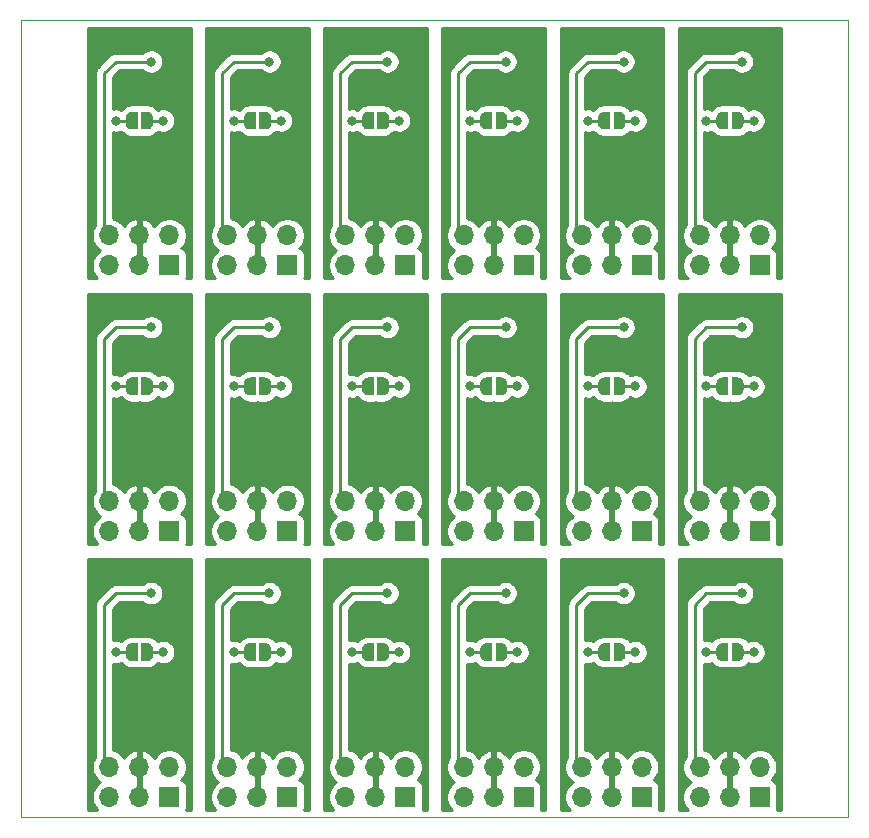
<source format=gbr>
G04 #@! TF.GenerationSoftware,KiCad,Pcbnew,5.1.10-88a1d61d58~90~ubuntu21.04.1*
G04 #@! TF.CreationDate,2021-10-15T10:02:05+02:00*
G04 #@! TF.ProjectId,IndicatorLeds,496e6469-6361-4746-9f72-4c6564732e6b,rev?*
G04 #@! TF.SameCoordinates,Original*
G04 #@! TF.FileFunction,Copper,L2,Bot*
G04 #@! TF.FilePolarity,Positive*
%FSLAX46Y46*%
G04 Gerber Fmt 4.6, Leading zero omitted, Abs format (unit mm)*
G04 Created by KiCad (PCBNEW 5.1.10-88a1d61d58~90~ubuntu21.04.1) date 2021-10-15 10:02:05*
%MOMM*%
%LPD*%
G01*
G04 APERTURE LIST*
G04 #@! TA.AperFunction,Profile*
%ADD10C,0.100000*%
G04 #@! TD*
G04 #@! TA.AperFunction,ComponentPad*
%ADD11R,1.700000X1.700000*%
G04 #@! TD*
G04 #@! TA.AperFunction,ComponentPad*
%ADD12O,1.700000X1.700000*%
G04 #@! TD*
G04 #@! TA.AperFunction,SMDPad,CuDef*
%ADD13C,0.350000*%
G04 #@! TD*
G04 #@! TA.AperFunction,ViaPad*
%ADD14C,0.800000*%
G04 #@! TD*
G04 #@! TA.AperFunction,Conductor*
%ADD15C,0.250000*%
G04 #@! TD*
G04 #@! TA.AperFunction,Conductor*
%ADD16C,0.254000*%
G04 #@! TD*
G04 #@! TA.AperFunction,Conductor*
%ADD17C,0.350000*%
G04 #@! TD*
G04 APERTURE END LIST*
D10*
X45000000Y-49999000D02*
X110000000Y-49999000D01*
X45000000Y-117501000D02*
X45000000Y-49999000D01*
X115001000Y-117501000D02*
X45000000Y-117501000D01*
X115001000Y-49999000D02*
X115001000Y-117501000D01*
X110000000Y-49999000D02*
X115001000Y-49999000D01*
D11*
G04 #@! TO.P,J1,1*
G04 #@! TO.N,Board_18-VCC*
X107529026Y-115761011D03*
D12*
G04 #@! TO.P,J1,2*
X107529026Y-113221011D03*
G04 #@! TO.P,J1,3*
G04 #@! TO.N,Board_18-GND*
X104989026Y-115761011D03*
G04 #@! TO.P,J1,4*
X104989026Y-113221011D03*
G04 #@! TO.P,J1,5*
G04 #@! TO.N,Board_18-/Din*
X102449026Y-115761011D03*
G04 #@! TO.P,J1,6*
G04 #@! TO.N,Board_18-/Dout*
X102449026Y-113221011D03*
G04 #@! TD*
G04 #@! TA.AperFunction,SMDPad,CuDef*
D13*
G04 #@! TO.P,JP1,1*
G04 #@! TO.N,Board_18-Net-(D1-Pad2)*
G36*
X104850026Y-104250011D02*
G01*
X104350026Y-104250011D01*
X104350026Y-104249409D01*
X104325492Y-104249409D01*
X104276661Y-104244599D01*
X104228536Y-104235027D01*
X104181581Y-104220783D01*
X104136248Y-104202006D01*
X104092975Y-104178875D01*
X104052176Y-104151615D01*
X104014247Y-104120487D01*
X103979550Y-104085790D01*
X103948422Y-104047861D01*
X103921162Y-104007062D01*
X103898031Y-103963789D01*
X103879254Y-103918456D01*
X103865010Y-103871501D01*
X103855438Y-103823376D01*
X103850628Y-103774545D01*
X103850628Y-103750011D01*
X103850026Y-103750011D01*
X103850026Y-103250011D01*
X103850628Y-103250011D01*
X103850628Y-103225477D01*
X103855438Y-103176646D01*
X103865010Y-103128521D01*
X103879254Y-103081566D01*
X103898031Y-103036233D01*
X103921162Y-102992960D01*
X103948422Y-102952161D01*
X103979550Y-102914232D01*
X104014247Y-102879535D01*
X104052176Y-102848407D01*
X104092975Y-102821147D01*
X104136248Y-102798016D01*
X104181581Y-102779239D01*
X104228536Y-102764995D01*
X104276661Y-102755423D01*
X104325492Y-102750613D01*
X104350026Y-102750613D01*
X104350026Y-102750011D01*
X104850026Y-102750011D01*
X104850026Y-104250011D01*
G37*
G04 #@! TD.AperFunction*
G04 #@! TA.AperFunction,SMDPad,CuDef*
G04 #@! TO.P,JP1,2*
G04 #@! TO.N,Board_18-Net-(D2-Pad2)*
G36*
X105650026Y-102750613D02*
G01*
X105674560Y-102750613D01*
X105723391Y-102755423D01*
X105771516Y-102764995D01*
X105818471Y-102779239D01*
X105863804Y-102798016D01*
X105907077Y-102821147D01*
X105947876Y-102848407D01*
X105985805Y-102879535D01*
X106020502Y-102914232D01*
X106051630Y-102952161D01*
X106078890Y-102992960D01*
X106102021Y-103036233D01*
X106120798Y-103081566D01*
X106135042Y-103128521D01*
X106144614Y-103176646D01*
X106149424Y-103225477D01*
X106149424Y-103250011D01*
X106150026Y-103250011D01*
X106150026Y-103750011D01*
X106149424Y-103750011D01*
X106149424Y-103774545D01*
X106144614Y-103823376D01*
X106135042Y-103871501D01*
X106120798Y-103918456D01*
X106102021Y-103963789D01*
X106078890Y-104007062D01*
X106051630Y-104047861D01*
X106020502Y-104085790D01*
X105985805Y-104120487D01*
X105947876Y-104151615D01*
X105907077Y-104178875D01*
X105863804Y-104202006D01*
X105818471Y-104220783D01*
X105771516Y-104235027D01*
X105723391Y-104244599D01*
X105674560Y-104249409D01*
X105650026Y-104249409D01*
X105650026Y-104250011D01*
X105150026Y-104250011D01*
X105150026Y-102750011D01*
X105650026Y-102750011D01*
X105650026Y-102750613D01*
G37*
G04 #@! TD.AperFunction*
G04 #@! TD*
D11*
G04 #@! TO.P,J1,1*
G04 #@! TO.N,Board_17-VCC*
X97529021Y-115761011D03*
D12*
G04 #@! TO.P,J1,2*
X97529021Y-113221011D03*
G04 #@! TO.P,J1,3*
G04 #@! TO.N,Board_17-GND*
X94989021Y-115761011D03*
G04 #@! TO.P,J1,4*
X94989021Y-113221011D03*
G04 #@! TO.P,J1,5*
G04 #@! TO.N,Board_17-/Din*
X92449021Y-115761011D03*
G04 #@! TO.P,J1,6*
G04 #@! TO.N,Board_17-/Dout*
X92449021Y-113221011D03*
G04 #@! TD*
G04 #@! TA.AperFunction,SMDPad,CuDef*
D13*
G04 #@! TO.P,JP1,1*
G04 #@! TO.N,Board_17-Net-(D1-Pad2)*
G36*
X94850021Y-104250011D02*
G01*
X94350021Y-104250011D01*
X94350021Y-104249409D01*
X94325487Y-104249409D01*
X94276656Y-104244599D01*
X94228531Y-104235027D01*
X94181576Y-104220783D01*
X94136243Y-104202006D01*
X94092970Y-104178875D01*
X94052171Y-104151615D01*
X94014242Y-104120487D01*
X93979545Y-104085790D01*
X93948417Y-104047861D01*
X93921157Y-104007062D01*
X93898026Y-103963789D01*
X93879249Y-103918456D01*
X93865005Y-103871501D01*
X93855433Y-103823376D01*
X93850623Y-103774545D01*
X93850623Y-103750011D01*
X93850021Y-103750011D01*
X93850021Y-103250011D01*
X93850623Y-103250011D01*
X93850623Y-103225477D01*
X93855433Y-103176646D01*
X93865005Y-103128521D01*
X93879249Y-103081566D01*
X93898026Y-103036233D01*
X93921157Y-102992960D01*
X93948417Y-102952161D01*
X93979545Y-102914232D01*
X94014242Y-102879535D01*
X94052171Y-102848407D01*
X94092970Y-102821147D01*
X94136243Y-102798016D01*
X94181576Y-102779239D01*
X94228531Y-102764995D01*
X94276656Y-102755423D01*
X94325487Y-102750613D01*
X94350021Y-102750613D01*
X94350021Y-102750011D01*
X94850021Y-102750011D01*
X94850021Y-104250011D01*
G37*
G04 #@! TD.AperFunction*
G04 #@! TA.AperFunction,SMDPad,CuDef*
G04 #@! TO.P,JP1,2*
G04 #@! TO.N,Board_17-Net-(D2-Pad2)*
G36*
X95650021Y-102750613D02*
G01*
X95674555Y-102750613D01*
X95723386Y-102755423D01*
X95771511Y-102764995D01*
X95818466Y-102779239D01*
X95863799Y-102798016D01*
X95907072Y-102821147D01*
X95947871Y-102848407D01*
X95985800Y-102879535D01*
X96020497Y-102914232D01*
X96051625Y-102952161D01*
X96078885Y-102992960D01*
X96102016Y-103036233D01*
X96120793Y-103081566D01*
X96135037Y-103128521D01*
X96144609Y-103176646D01*
X96149419Y-103225477D01*
X96149419Y-103250011D01*
X96150021Y-103250011D01*
X96150021Y-103750011D01*
X96149419Y-103750011D01*
X96149419Y-103774545D01*
X96144609Y-103823376D01*
X96135037Y-103871501D01*
X96120793Y-103918456D01*
X96102016Y-103963789D01*
X96078885Y-104007062D01*
X96051625Y-104047861D01*
X96020497Y-104085790D01*
X95985800Y-104120487D01*
X95947871Y-104151615D01*
X95907072Y-104178875D01*
X95863799Y-104202006D01*
X95818466Y-104220783D01*
X95771511Y-104235027D01*
X95723386Y-104244599D01*
X95674555Y-104249409D01*
X95650021Y-104249409D01*
X95650021Y-104250011D01*
X95150021Y-104250011D01*
X95150021Y-102750011D01*
X95650021Y-102750011D01*
X95650021Y-102750613D01*
G37*
G04 #@! TD.AperFunction*
G04 #@! TD*
D11*
G04 #@! TO.P,J1,1*
G04 #@! TO.N,Board_16-VCC*
X87529016Y-115761011D03*
D12*
G04 #@! TO.P,J1,2*
X87529016Y-113221011D03*
G04 #@! TO.P,J1,3*
G04 #@! TO.N,Board_16-GND*
X84989016Y-115761011D03*
G04 #@! TO.P,J1,4*
X84989016Y-113221011D03*
G04 #@! TO.P,J1,5*
G04 #@! TO.N,Board_16-/Din*
X82449016Y-115761011D03*
G04 #@! TO.P,J1,6*
G04 #@! TO.N,Board_16-/Dout*
X82449016Y-113221011D03*
G04 #@! TD*
G04 #@! TA.AperFunction,SMDPad,CuDef*
D13*
G04 #@! TO.P,JP1,1*
G04 #@! TO.N,Board_16-Net-(D1-Pad2)*
G36*
X84850016Y-104250011D02*
G01*
X84350016Y-104250011D01*
X84350016Y-104249409D01*
X84325482Y-104249409D01*
X84276651Y-104244599D01*
X84228526Y-104235027D01*
X84181571Y-104220783D01*
X84136238Y-104202006D01*
X84092965Y-104178875D01*
X84052166Y-104151615D01*
X84014237Y-104120487D01*
X83979540Y-104085790D01*
X83948412Y-104047861D01*
X83921152Y-104007062D01*
X83898021Y-103963789D01*
X83879244Y-103918456D01*
X83865000Y-103871501D01*
X83855428Y-103823376D01*
X83850618Y-103774545D01*
X83850618Y-103750011D01*
X83850016Y-103750011D01*
X83850016Y-103250011D01*
X83850618Y-103250011D01*
X83850618Y-103225477D01*
X83855428Y-103176646D01*
X83865000Y-103128521D01*
X83879244Y-103081566D01*
X83898021Y-103036233D01*
X83921152Y-102992960D01*
X83948412Y-102952161D01*
X83979540Y-102914232D01*
X84014237Y-102879535D01*
X84052166Y-102848407D01*
X84092965Y-102821147D01*
X84136238Y-102798016D01*
X84181571Y-102779239D01*
X84228526Y-102764995D01*
X84276651Y-102755423D01*
X84325482Y-102750613D01*
X84350016Y-102750613D01*
X84350016Y-102750011D01*
X84850016Y-102750011D01*
X84850016Y-104250011D01*
G37*
G04 #@! TD.AperFunction*
G04 #@! TA.AperFunction,SMDPad,CuDef*
G04 #@! TO.P,JP1,2*
G04 #@! TO.N,Board_16-Net-(D2-Pad2)*
G36*
X85650016Y-102750613D02*
G01*
X85674550Y-102750613D01*
X85723381Y-102755423D01*
X85771506Y-102764995D01*
X85818461Y-102779239D01*
X85863794Y-102798016D01*
X85907067Y-102821147D01*
X85947866Y-102848407D01*
X85985795Y-102879535D01*
X86020492Y-102914232D01*
X86051620Y-102952161D01*
X86078880Y-102992960D01*
X86102011Y-103036233D01*
X86120788Y-103081566D01*
X86135032Y-103128521D01*
X86144604Y-103176646D01*
X86149414Y-103225477D01*
X86149414Y-103250011D01*
X86150016Y-103250011D01*
X86150016Y-103750011D01*
X86149414Y-103750011D01*
X86149414Y-103774545D01*
X86144604Y-103823376D01*
X86135032Y-103871501D01*
X86120788Y-103918456D01*
X86102011Y-103963789D01*
X86078880Y-104007062D01*
X86051620Y-104047861D01*
X86020492Y-104085790D01*
X85985795Y-104120487D01*
X85947866Y-104151615D01*
X85907067Y-104178875D01*
X85863794Y-104202006D01*
X85818461Y-104220783D01*
X85771506Y-104235027D01*
X85723381Y-104244599D01*
X85674550Y-104249409D01*
X85650016Y-104249409D01*
X85650016Y-104250011D01*
X85150016Y-104250011D01*
X85150016Y-102750011D01*
X85650016Y-102750011D01*
X85650016Y-102750613D01*
G37*
G04 #@! TD.AperFunction*
G04 #@! TD*
D11*
G04 #@! TO.P,J1,1*
G04 #@! TO.N,Board_15-VCC*
X77529011Y-115761011D03*
D12*
G04 #@! TO.P,J1,2*
X77529011Y-113221011D03*
G04 #@! TO.P,J1,3*
G04 #@! TO.N,Board_15-GND*
X74989011Y-115761011D03*
G04 #@! TO.P,J1,4*
X74989011Y-113221011D03*
G04 #@! TO.P,J1,5*
G04 #@! TO.N,Board_15-/Din*
X72449011Y-115761011D03*
G04 #@! TO.P,J1,6*
G04 #@! TO.N,Board_15-/Dout*
X72449011Y-113221011D03*
G04 #@! TD*
G04 #@! TA.AperFunction,SMDPad,CuDef*
D13*
G04 #@! TO.P,JP1,1*
G04 #@! TO.N,Board_15-Net-(D1-Pad2)*
G36*
X74850011Y-104250011D02*
G01*
X74350011Y-104250011D01*
X74350011Y-104249409D01*
X74325477Y-104249409D01*
X74276646Y-104244599D01*
X74228521Y-104235027D01*
X74181566Y-104220783D01*
X74136233Y-104202006D01*
X74092960Y-104178875D01*
X74052161Y-104151615D01*
X74014232Y-104120487D01*
X73979535Y-104085790D01*
X73948407Y-104047861D01*
X73921147Y-104007062D01*
X73898016Y-103963789D01*
X73879239Y-103918456D01*
X73864995Y-103871501D01*
X73855423Y-103823376D01*
X73850613Y-103774545D01*
X73850613Y-103750011D01*
X73850011Y-103750011D01*
X73850011Y-103250011D01*
X73850613Y-103250011D01*
X73850613Y-103225477D01*
X73855423Y-103176646D01*
X73864995Y-103128521D01*
X73879239Y-103081566D01*
X73898016Y-103036233D01*
X73921147Y-102992960D01*
X73948407Y-102952161D01*
X73979535Y-102914232D01*
X74014232Y-102879535D01*
X74052161Y-102848407D01*
X74092960Y-102821147D01*
X74136233Y-102798016D01*
X74181566Y-102779239D01*
X74228521Y-102764995D01*
X74276646Y-102755423D01*
X74325477Y-102750613D01*
X74350011Y-102750613D01*
X74350011Y-102750011D01*
X74850011Y-102750011D01*
X74850011Y-104250011D01*
G37*
G04 #@! TD.AperFunction*
G04 #@! TA.AperFunction,SMDPad,CuDef*
G04 #@! TO.P,JP1,2*
G04 #@! TO.N,Board_15-Net-(D2-Pad2)*
G36*
X75650011Y-102750613D02*
G01*
X75674545Y-102750613D01*
X75723376Y-102755423D01*
X75771501Y-102764995D01*
X75818456Y-102779239D01*
X75863789Y-102798016D01*
X75907062Y-102821147D01*
X75947861Y-102848407D01*
X75985790Y-102879535D01*
X76020487Y-102914232D01*
X76051615Y-102952161D01*
X76078875Y-102992960D01*
X76102006Y-103036233D01*
X76120783Y-103081566D01*
X76135027Y-103128521D01*
X76144599Y-103176646D01*
X76149409Y-103225477D01*
X76149409Y-103250011D01*
X76150011Y-103250011D01*
X76150011Y-103750011D01*
X76149409Y-103750011D01*
X76149409Y-103774545D01*
X76144599Y-103823376D01*
X76135027Y-103871501D01*
X76120783Y-103918456D01*
X76102006Y-103963789D01*
X76078875Y-104007062D01*
X76051615Y-104047861D01*
X76020487Y-104085790D01*
X75985790Y-104120487D01*
X75947861Y-104151615D01*
X75907062Y-104178875D01*
X75863789Y-104202006D01*
X75818456Y-104220783D01*
X75771501Y-104235027D01*
X75723376Y-104244599D01*
X75674545Y-104249409D01*
X75650011Y-104249409D01*
X75650011Y-104250011D01*
X75150011Y-104250011D01*
X75150011Y-102750011D01*
X75650011Y-102750011D01*
X75650011Y-102750613D01*
G37*
G04 #@! TD.AperFunction*
G04 #@! TD*
D11*
G04 #@! TO.P,J1,1*
G04 #@! TO.N,Board_14-VCC*
X67529006Y-115761011D03*
D12*
G04 #@! TO.P,J1,2*
X67529006Y-113221011D03*
G04 #@! TO.P,J1,3*
G04 #@! TO.N,Board_14-GND*
X64989006Y-115761011D03*
G04 #@! TO.P,J1,4*
X64989006Y-113221011D03*
G04 #@! TO.P,J1,5*
G04 #@! TO.N,Board_14-/Din*
X62449006Y-115761011D03*
G04 #@! TO.P,J1,6*
G04 #@! TO.N,Board_14-/Dout*
X62449006Y-113221011D03*
G04 #@! TD*
G04 #@! TA.AperFunction,SMDPad,CuDef*
D13*
G04 #@! TO.P,JP1,1*
G04 #@! TO.N,Board_14-Net-(D1-Pad2)*
G36*
X64850006Y-104250011D02*
G01*
X64350006Y-104250011D01*
X64350006Y-104249409D01*
X64325472Y-104249409D01*
X64276641Y-104244599D01*
X64228516Y-104235027D01*
X64181561Y-104220783D01*
X64136228Y-104202006D01*
X64092955Y-104178875D01*
X64052156Y-104151615D01*
X64014227Y-104120487D01*
X63979530Y-104085790D01*
X63948402Y-104047861D01*
X63921142Y-104007062D01*
X63898011Y-103963789D01*
X63879234Y-103918456D01*
X63864990Y-103871501D01*
X63855418Y-103823376D01*
X63850608Y-103774545D01*
X63850608Y-103750011D01*
X63850006Y-103750011D01*
X63850006Y-103250011D01*
X63850608Y-103250011D01*
X63850608Y-103225477D01*
X63855418Y-103176646D01*
X63864990Y-103128521D01*
X63879234Y-103081566D01*
X63898011Y-103036233D01*
X63921142Y-102992960D01*
X63948402Y-102952161D01*
X63979530Y-102914232D01*
X64014227Y-102879535D01*
X64052156Y-102848407D01*
X64092955Y-102821147D01*
X64136228Y-102798016D01*
X64181561Y-102779239D01*
X64228516Y-102764995D01*
X64276641Y-102755423D01*
X64325472Y-102750613D01*
X64350006Y-102750613D01*
X64350006Y-102750011D01*
X64850006Y-102750011D01*
X64850006Y-104250011D01*
G37*
G04 #@! TD.AperFunction*
G04 #@! TA.AperFunction,SMDPad,CuDef*
G04 #@! TO.P,JP1,2*
G04 #@! TO.N,Board_14-Net-(D2-Pad2)*
G36*
X65650006Y-102750613D02*
G01*
X65674540Y-102750613D01*
X65723371Y-102755423D01*
X65771496Y-102764995D01*
X65818451Y-102779239D01*
X65863784Y-102798016D01*
X65907057Y-102821147D01*
X65947856Y-102848407D01*
X65985785Y-102879535D01*
X66020482Y-102914232D01*
X66051610Y-102952161D01*
X66078870Y-102992960D01*
X66102001Y-103036233D01*
X66120778Y-103081566D01*
X66135022Y-103128521D01*
X66144594Y-103176646D01*
X66149404Y-103225477D01*
X66149404Y-103250011D01*
X66150006Y-103250011D01*
X66150006Y-103750011D01*
X66149404Y-103750011D01*
X66149404Y-103774545D01*
X66144594Y-103823376D01*
X66135022Y-103871501D01*
X66120778Y-103918456D01*
X66102001Y-103963789D01*
X66078870Y-104007062D01*
X66051610Y-104047861D01*
X66020482Y-104085790D01*
X65985785Y-104120487D01*
X65947856Y-104151615D01*
X65907057Y-104178875D01*
X65863784Y-104202006D01*
X65818451Y-104220783D01*
X65771496Y-104235027D01*
X65723371Y-104244599D01*
X65674540Y-104249409D01*
X65650006Y-104249409D01*
X65650006Y-104250011D01*
X65150006Y-104250011D01*
X65150006Y-102750011D01*
X65650006Y-102750011D01*
X65650006Y-102750613D01*
G37*
G04 #@! TD.AperFunction*
G04 #@! TD*
D11*
G04 #@! TO.P,J1,1*
G04 #@! TO.N,Board_13-VCC*
X57529001Y-115761011D03*
D12*
G04 #@! TO.P,J1,2*
X57529001Y-113221011D03*
G04 #@! TO.P,J1,3*
G04 #@! TO.N,Board_13-GND*
X54989001Y-115761011D03*
G04 #@! TO.P,J1,4*
X54989001Y-113221011D03*
G04 #@! TO.P,J1,5*
G04 #@! TO.N,Board_13-/Din*
X52449001Y-115761011D03*
G04 #@! TO.P,J1,6*
G04 #@! TO.N,Board_13-/Dout*
X52449001Y-113221011D03*
G04 #@! TD*
G04 #@! TA.AperFunction,SMDPad,CuDef*
D13*
G04 #@! TO.P,JP1,1*
G04 #@! TO.N,Board_13-Net-(D1-Pad2)*
G36*
X54850001Y-104250011D02*
G01*
X54350001Y-104250011D01*
X54350001Y-104249409D01*
X54325467Y-104249409D01*
X54276636Y-104244599D01*
X54228511Y-104235027D01*
X54181556Y-104220783D01*
X54136223Y-104202006D01*
X54092950Y-104178875D01*
X54052151Y-104151615D01*
X54014222Y-104120487D01*
X53979525Y-104085790D01*
X53948397Y-104047861D01*
X53921137Y-104007062D01*
X53898006Y-103963789D01*
X53879229Y-103918456D01*
X53864985Y-103871501D01*
X53855413Y-103823376D01*
X53850603Y-103774545D01*
X53850603Y-103750011D01*
X53850001Y-103750011D01*
X53850001Y-103250011D01*
X53850603Y-103250011D01*
X53850603Y-103225477D01*
X53855413Y-103176646D01*
X53864985Y-103128521D01*
X53879229Y-103081566D01*
X53898006Y-103036233D01*
X53921137Y-102992960D01*
X53948397Y-102952161D01*
X53979525Y-102914232D01*
X54014222Y-102879535D01*
X54052151Y-102848407D01*
X54092950Y-102821147D01*
X54136223Y-102798016D01*
X54181556Y-102779239D01*
X54228511Y-102764995D01*
X54276636Y-102755423D01*
X54325467Y-102750613D01*
X54350001Y-102750613D01*
X54350001Y-102750011D01*
X54850001Y-102750011D01*
X54850001Y-104250011D01*
G37*
G04 #@! TD.AperFunction*
G04 #@! TA.AperFunction,SMDPad,CuDef*
G04 #@! TO.P,JP1,2*
G04 #@! TO.N,Board_13-Net-(D2-Pad2)*
G36*
X55650001Y-102750613D02*
G01*
X55674535Y-102750613D01*
X55723366Y-102755423D01*
X55771491Y-102764995D01*
X55818446Y-102779239D01*
X55863779Y-102798016D01*
X55907052Y-102821147D01*
X55947851Y-102848407D01*
X55985780Y-102879535D01*
X56020477Y-102914232D01*
X56051605Y-102952161D01*
X56078865Y-102992960D01*
X56101996Y-103036233D01*
X56120773Y-103081566D01*
X56135017Y-103128521D01*
X56144589Y-103176646D01*
X56149399Y-103225477D01*
X56149399Y-103250011D01*
X56150001Y-103250011D01*
X56150001Y-103750011D01*
X56149399Y-103750011D01*
X56149399Y-103774545D01*
X56144589Y-103823376D01*
X56135017Y-103871501D01*
X56120773Y-103918456D01*
X56101996Y-103963789D01*
X56078865Y-104007062D01*
X56051605Y-104047861D01*
X56020477Y-104085790D01*
X55985780Y-104120487D01*
X55947851Y-104151615D01*
X55907052Y-104178875D01*
X55863779Y-104202006D01*
X55818446Y-104220783D01*
X55771491Y-104235027D01*
X55723366Y-104244599D01*
X55674535Y-104249409D01*
X55650001Y-104249409D01*
X55650001Y-104250011D01*
X55150001Y-104250011D01*
X55150001Y-102750011D01*
X55650001Y-102750011D01*
X55650001Y-102750613D01*
G37*
G04 #@! TD.AperFunction*
G04 #@! TD*
D11*
G04 #@! TO.P,J1,1*
G04 #@! TO.N,Board_12-VCC*
X107529026Y-93261006D03*
D12*
G04 #@! TO.P,J1,2*
X107529026Y-90721006D03*
G04 #@! TO.P,J1,3*
G04 #@! TO.N,Board_12-GND*
X104989026Y-93261006D03*
G04 #@! TO.P,J1,4*
X104989026Y-90721006D03*
G04 #@! TO.P,J1,5*
G04 #@! TO.N,Board_12-/Din*
X102449026Y-93261006D03*
G04 #@! TO.P,J1,6*
G04 #@! TO.N,Board_12-/Dout*
X102449026Y-90721006D03*
G04 #@! TD*
G04 #@! TA.AperFunction,SMDPad,CuDef*
D13*
G04 #@! TO.P,JP1,1*
G04 #@! TO.N,Board_12-Net-(D1-Pad2)*
G36*
X104850026Y-81750006D02*
G01*
X104350026Y-81750006D01*
X104350026Y-81749404D01*
X104325492Y-81749404D01*
X104276661Y-81744594D01*
X104228536Y-81735022D01*
X104181581Y-81720778D01*
X104136248Y-81702001D01*
X104092975Y-81678870D01*
X104052176Y-81651610D01*
X104014247Y-81620482D01*
X103979550Y-81585785D01*
X103948422Y-81547856D01*
X103921162Y-81507057D01*
X103898031Y-81463784D01*
X103879254Y-81418451D01*
X103865010Y-81371496D01*
X103855438Y-81323371D01*
X103850628Y-81274540D01*
X103850628Y-81250006D01*
X103850026Y-81250006D01*
X103850026Y-80750006D01*
X103850628Y-80750006D01*
X103850628Y-80725472D01*
X103855438Y-80676641D01*
X103865010Y-80628516D01*
X103879254Y-80581561D01*
X103898031Y-80536228D01*
X103921162Y-80492955D01*
X103948422Y-80452156D01*
X103979550Y-80414227D01*
X104014247Y-80379530D01*
X104052176Y-80348402D01*
X104092975Y-80321142D01*
X104136248Y-80298011D01*
X104181581Y-80279234D01*
X104228536Y-80264990D01*
X104276661Y-80255418D01*
X104325492Y-80250608D01*
X104350026Y-80250608D01*
X104350026Y-80250006D01*
X104850026Y-80250006D01*
X104850026Y-81750006D01*
G37*
G04 #@! TD.AperFunction*
G04 #@! TA.AperFunction,SMDPad,CuDef*
G04 #@! TO.P,JP1,2*
G04 #@! TO.N,Board_12-Net-(D2-Pad2)*
G36*
X105650026Y-80250608D02*
G01*
X105674560Y-80250608D01*
X105723391Y-80255418D01*
X105771516Y-80264990D01*
X105818471Y-80279234D01*
X105863804Y-80298011D01*
X105907077Y-80321142D01*
X105947876Y-80348402D01*
X105985805Y-80379530D01*
X106020502Y-80414227D01*
X106051630Y-80452156D01*
X106078890Y-80492955D01*
X106102021Y-80536228D01*
X106120798Y-80581561D01*
X106135042Y-80628516D01*
X106144614Y-80676641D01*
X106149424Y-80725472D01*
X106149424Y-80750006D01*
X106150026Y-80750006D01*
X106150026Y-81250006D01*
X106149424Y-81250006D01*
X106149424Y-81274540D01*
X106144614Y-81323371D01*
X106135042Y-81371496D01*
X106120798Y-81418451D01*
X106102021Y-81463784D01*
X106078890Y-81507057D01*
X106051630Y-81547856D01*
X106020502Y-81585785D01*
X105985805Y-81620482D01*
X105947876Y-81651610D01*
X105907077Y-81678870D01*
X105863804Y-81702001D01*
X105818471Y-81720778D01*
X105771516Y-81735022D01*
X105723391Y-81744594D01*
X105674560Y-81749404D01*
X105650026Y-81749404D01*
X105650026Y-81750006D01*
X105150026Y-81750006D01*
X105150026Y-80250006D01*
X105650026Y-80250006D01*
X105650026Y-80250608D01*
G37*
G04 #@! TD.AperFunction*
G04 #@! TD*
D11*
G04 #@! TO.P,J1,1*
G04 #@! TO.N,Board_11-VCC*
X97529021Y-93261006D03*
D12*
G04 #@! TO.P,J1,2*
X97529021Y-90721006D03*
G04 #@! TO.P,J1,3*
G04 #@! TO.N,Board_11-GND*
X94989021Y-93261006D03*
G04 #@! TO.P,J1,4*
X94989021Y-90721006D03*
G04 #@! TO.P,J1,5*
G04 #@! TO.N,Board_11-/Din*
X92449021Y-93261006D03*
G04 #@! TO.P,J1,6*
G04 #@! TO.N,Board_11-/Dout*
X92449021Y-90721006D03*
G04 #@! TD*
G04 #@! TA.AperFunction,SMDPad,CuDef*
D13*
G04 #@! TO.P,JP1,1*
G04 #@! TO.N,Board_11-Net-(D1-Pad2)*
G36*
X94850021Y-81750006D02*
G01*
X94350021Y-81750006D01*
X94350021Y-81749404D01*
X94325487Y-81749404D01*
X94276656Y-81744594D01*
X94228531Y-81735022D01*
X94181576Y-81720778D01*
X94136243Y-81702001D01*
X94092970Y-81678870D01*
X94052171Y-81651610D01*
X94014242Y-81620482D01*
X93979545Y-81585785D01*
X93948417Y-81547856D01*
X93921157Y-81507057D01*
X93898026Y-81463784D01*
X93879249Y-81418451D01*
X93865005Y-81371496D01*
X93855433Y-81323371D01*
X93850623Y-81274540D01*
X93850623Y-81250006D01*
X93850021Y-81250006D01*
X93850021Y-80750006D01*
X93850623Y-80750006D01*
X93850623Y-80725472D01*
X93855433Y-80676641D01*
X93865005Y-80628516D01*
X93879249Y-80581561D01*
X93898026Y-80536228D01*
X93921157Y-80492955D01*
X93948417Y-80452156D01*
X93979545Y-80414227D01*
X94014242Y-80379530D01*
X94052171Y-80348402D01*
X94092970Y-80321142D01*
X94136243Y-80298011D01*
X94181576Y-80279234D01*
X94228531Y-80264990D01*
X94276656Y-80255418D01*
X94325487Y-80250608D01*
X94350021Y-80250608D01*
X94350021Y-80250006D01*
X94850021Y-80250006D01*
X94850021Y-81750006D01*
G37*
G04 #@! TD.AperFunction*
G04 #@! TA.AperFunction,SMDPad,CuDef*
G04 #@! TO.P,JP1,2*
G04 #@! TO.N,Board_11-Net-(D2-Pad2)*
G36*
X95650021Y-80250608D02*
G01*
X95674555Y-80250608D01*
X95723386Y-80255418D01*
X95771511Y-80264990D01*
X95818466Y-80279234D01*
X95863799Y-80298011D01*
X95907072Y-80321142D01*
X95947871Y-80348402D01*
X95985800Y-80379530D01*
X96020497Y-80414227D01*
X96051625Y-80452156D01*
X96078885Y-80492955D01*
X96102016Y-80536228D01*
X96120793Y-80581561D01*
X96135037Y-80628516D01*
X96144609Y-80676641D01*
X96149419Y-80725472D01*
X96149419Y-80750006D01*
X96150021Y-80750006D01*
X96150021Y-81250006D01*
X96149419Y-81250006D01*
X96149419Y-81274540D01*
X96144609Y-81323371D01*
X96135037Y-81371496D01*
X96120793Y-81418451D01*
X96102016Y-81463784D01*
X96078885Y-81507057D01*
X96051625Y-81547856D01*
X96020497Y-81585785D01*
X95985800Y-81620482D01*
X95947871Y-81651610D01*
X95907072Y-81678870D01*
X95863799Y-81702001D01*
X95818466Y-81720778D01*
X95771511Y-81735022D01*
X95723386Y-81744594D01*
X95674555Y-81749404D01*
X95650021Y-81749404D01*
X95650021Y-81750006D01*
X95150021Y-81750006D01*
X95150021Y-80250006D01*
X95650021Y-80250006D01*
X95650021Y-80250608D01*
G37*
G04 #@! TD.AperFunction*
G04 #@! TD*
D11*
G04 #@! TO.P,J1,1*
G04 #@! TO.N,Board_10-VCC*
X87529016Y-93261006D03*
D12*
G04 #@! TO.P,J1,2*
X87529016Y-90721006D03*
G04 #@! TO.P,J1,3*
G04 #@! TO.N,Board_10-GND*
X84989016Y-93261006D03*
G04 #@! TO.P,J1,4*
X84989016Y-90721006D03*
G04 #@! TO.P,J1,5*
G04 #@! TO.N,Board_10-/Din*
X82449016Y-93261006D03*
G04 #@! TO.P,J1,6*
G04 #@! TO.N,Board_10-/Dout*
X82449016Y-90721006D03*
G04 #@! TD*
G04 #@! TA.AperFunction,SMDPad,CuDef*
D13*
G04 #@! TO.P,JP1,1*
G04 #@! TO.N,Board_10-Net-(D1-Pad2)*
G36*
X84850016Y-81750006D02*
G01*
X84350016Y-81750006D01*
X84350016Y-81749404D01*
X84325482Y-81749404D01*
X84276651Y-81744594D01*
X84228526Y-81735022D01*
X84181571Y-81720778D01*
X84136238Y-81702001D01*
X84092965Y-81678870D01*
X84052166Y-81651610D01*
X84014237Y-81620482D01*
X83979540Y-81585785D01*
X83948412Y-81547856D01*
X83921152Y-81507057D01*
X83898021Y-81463784D01*
X83879244Y-81418451D01*
X83865000Y-81371496D01*
X83855428Y-81323371D01*
X83850618Y-81274540D01*
X83850618Y-81250006D01*
X83850016Y-81250006D01*
X83850016Y-80750006D01*
X83850618Y-80750006D01*
X83850618Y-80725472D01*
X83855428Y-80676641D01*
X83865000Y-80628516D01*
X83879244Y-80581561D01*
X83898021Y-80536228D01*
X83921152Y-80492955D01*
X83948412Y-80452156D01*
X83979540Y-80414227D01*
X84014237Y-80379530D01*
X84052166Y-80348402D01*
X84092965Y-80321142D01*
X84136238Y-80298011D01*
X84181571Y-80279234D01*
X84228526Y-80264990D01*
X84276651Y-80255418D01*
X84325482Y-80250608D01*
X84350016Y-80250608D01*
X84350016Y-80250006D01*
X84850016Y-80250006D01*
X84850016Y-81750006D01*
G37*
G04 #@! TD.AperFunction*
G04 #@! TA.AperFunction,SMDPad,CuDef*
G04 #@! TO.P,JP1,2*
G04 #@! TO.N,Board_10-Net-(D2-Pad2)*
G36*
X85650016Y-80250608D02*
G01*
X85674550Y-80250608D01*
X85723381Y-80255418D01*
X85771506Y-80264990D01*
X85818461Y-80279234D01*
X85863794Y-80298011D01*
X85907067Y-80321142D01*
X85947866Y-80348402D01*
X85985795Y-80379530D01*
X86020492Y-80414227D01*
X86051620Y-80452156D01*
X86078880Y-80492955D01*
X86102011Y-80536228D01*
X86120788Y-80581561D01*
X86135032Y-80628516D01*
X86144604Y-80676641D01*
X86149414Y-80725472D01*
X86149414Y-80750006D01*
X86150016Y-80750006D01*
X86150016Y-81250006D01*
X86149414Y-81250006D01*
X86149414Y-81274540D01*
X86144604Y-81323371D01*
X86135032Y-81371496D01*
X86120788Y-81418451D01*
X86102011Y-81463784D01*
X86078880Y-81507057D01*
X86051620Y-81547856D01*
X86020492Y-81585785D01*
X85985795Y-81620482D01*
X85947866Y-81651610D01*
X85907067Y-81678870D01*
X85863794Y-81702001D01*
X85818461Y-81720778D01*
X85771506Y-81735022D01*
X85723381Y-81744594D01*
X85674550Y-81749404D01*
X85650016Y-81749404D01*
X85650016Y-81750006D01*
X85150016Y-81750006D01*
X85150016Y-80250006D01*
X85650016Y-80250006D01*
X85650016Y-80250608D01*
G37*
G04 #@! TD.AperFunction*
G04 #@! TD*
D11*
G04 #@! TO.P,J1,1*
G04 #@! TO.N,Board_9-VCC*
X77529011Y-93261006D03*
D12*
G04 #@! TO.P,J1,2*
X77529011Y-90721006D03*
G04 #@! TO.P,J1,3*
G04 #@! TO.N,Board_9-GND*
X74989011Y-93261006D03*
G04 #@! TO.P,J1,4*
X74989011Y-90721006D03*
G04 #@! TO.P,J1,5*
G04 #@! TO.N,Board_9-/Din*
X72449011Y-93261006D03*
G04 #@! TO.P,J1,6*
G04 #@! TO.N,Board_9-/Dout*
X72449011Y-90721006D03*
G04 #@! TD*
G04 #@! TA.AperFunction,SMDPad,CuDef*
D13*
G04 #@! TO.P,JP1,1*
G04 #@! TO.N,Board_9-Net-(D1-Pad2)*
G36*
X74850011Y-81750006D02*
G01*
X74350011Y-81750006D01*
X74350011Y-81749404D01*
X74325477Y-81749404D01*
X74276646Y-81744594D01*
X74228521Y-81735022D01*
X74181566Y-81720778D01*
X74136233Y-81702001D01*
X74092960Y-81678870D01*
X74052161Y-81651610D01*
X74014232Y-81620482D01*
X73979535Y-81585785D01*
X73948407Y-81547856D01*
X73921147Y-81507057D01*
X73898016Y-81463784D01*
X73879239Y-81418451D01*
X73864995Y-81371496D01*
X73855423Y-81323371D01*
X73850613Y-81274540D01*
X73850613Y-81250006D01*
X73850011Y-81250006D01*
X73850011Y-80750006D01*
X73850613Y-80750006D01*
X73850613Y-80725472D01*
X73855423Y-80676641D01*
X73864995Y-80628516D01*
X73879239Y-80581561D01*
X73898016Y-80536228D01*
X73921147Y-80492955D01*
X73948407Y-80452156D01*
X73979535Y-80414227D01*
X74014232Y-80379530D01*
X74052161Y-80348402D01*
X74092960Y-80321142D01*
X74136233Y-80298011D01*
X74181566Y-80279234D01*
X74228521Y-80264990D01*
X74276646Y-80255418D01*
X74325477Y-80250608D01*
X74350011Y-80250608D01*
X74350011Y-80250006D01*
X74850011Y-80250006D01*
X74850011Y-81750006D01*
G37*
G04 #@! TD.AperFunction*
G04 #@! TA.AperFunction,SMDPad,CuDef*
G04 #@! TO.P,JP1,2*
G04 #@! TO.N,Board_9-Net-(D2-Pad2)*
G36*
X75650011Y-80250608D02*
G01*
X75674545Y-80250608D01*
X75723376Y-80255418D01*
X75771501Y-80264990D01*
X75818456Y-80279234D01*
X75863789Y-80298011D01*
X75907062Y-80321142D01*
X75947861Y-80348402D01*
X75985790Y-80379530D01*
X76020487Y-80414227D01*
X76051615Y-80452156D01*
X76078875Y-80492955D01*
X76102006Y-80536228D01*
X76120783Y-80581561D01*
X76135027Y-80628516D01*
X76144599Y-80676641D01*
X76149409Y-80725472D01*
X76149409Y-80750006D01*
X76150011Y-80750006D01*
X76150011Y-81250006D01*
X76149409Y-81250006D01*
X76149409Y-81274540D01*
X76144599Y-81323371D01*
X76135027Y-81371496D01*
X76120783Y-81418451D01*
X76102006Y-81463784D01*
X76078875Y-81507057D01*
X76051615Y-81547856D01*
X76020487Y-81585785D01*
X75985790Y-81620482D01*
X75947861Y-81651610D01*
X75907062Y-81678870D01*
X75863789Y-81702001D01*
X75818456Y-81720778D01*
X75771501Y-81735022D01*
X75723376Y-81744594D01*
X75674545Y-81749404D01*
X75650011Y-81749404D01*
X75650011Y-81750006D01*
X75150011Y-81750006D01*
X75150011Y-80250006D01*
X75650011Y-80250006D01*
X75650011Y-80250608D01*
G37*
G04 #@! TD.AperFunction*
G04 #@! TD*
D11*
G04 #@! TO.P,J1,1*
G04 #@! TO.N,Board_8-VCC*
X67529006Y-93261006D03*
D12*
G04 #@! TO.P,J1,2*
X67529006Y-90721006D03*
G04 #@! TO.P,J1,3*
G04 #@! TO.N,Board_8-GND*
X64989006Y-93261006D03*
G04 #@! TO.P,J1,4*
X64989006Y-90721006D03*
G04 #@! TO.P,J1,5*
G04 #@! TO.N,Board_8-/Din*
X62449006Y-93261006D03*
G04 #@! TO.P,J1,6*
G04 #@! TO.N,Board_8-/Dout*
X62449006Y-90721006D03*
G04 #@! TD*
G04 #@! TA.AperFunction,SMDPad,CuDef*
D13*
G04 #@! TO.P,JP1,1*
G04 #@! TO.N,Board_8-Net-(D1-Pad2)*
G36*
X64850006Y-81750006D02*
G01*
X64350006Y-81750006D01*
X64350006Y-81749404D01*
X64325472Y-81749404D01*
X64276641Y-81744594D01*
X64228516Y-81735022D01*
X64181561Y-81720778D01*
X64136228Y-81702001D01*
X64092955Y-81678870D01*
X64052156Y-81651610D01*
X64014227Y-81620482D01*
X63979530Y-81585785D01*
X63948402Y-81547856D01*
X63921142Y-81507057D01*
X63898011Y-81463784D01*
X63879234Y-81418451D01*
X63864990Y-81371496D01*
X63855418Y-81323371D01*
X63850608Y-81274540D01*
X63850608Y-81250006D01*
X63850006Y-81250006D01*
X63850006Y-80750006D01*
X63850608Y-80750006D01*
X63850608Y-80725472D01*
X63855418Y-80676641D01*
X63864990Y-80628516D01*
X63879234Y-80581561D01*
X63898011Y-80536228D01*
X63921142Y-80492955D01*
X63948402Y-80452156D01*
X63979530Y-80414227D01*
X64014227Y-80379530D01*
X64052156Y-80348402D01*
X64092955Y-80321142D01*
X64136228Y-80298011D01*
X64181561Y-80279234D01*
X64228516Y-80264990D01*
X64276641Y-80255418D01*
X64325472Y-80250608D01*
X64350006Y-80250608D01*
X64350006Y-80250006D01*
X64850006Y-80250006D01*
X64850006Y-81750006D01*
G37*
G04 #@! TD.AperFunction*
G04 #@! TA.AperFunction,SMDPad,CuDef*
G04 #@! TO.P,JP1,2*
G04 #@! TO.N,Board_8-Net-(D2-Pad2)*
G36*
X65650006Y-80250608D02*
G01*
X65674540Y-80250608D01*
X65723371Y-80255418D01*
X65771496Y-80264990D01*
X65818451Y-80279234D01*
X65863784Y-80298011D01*
X65907057Y-80321142D01*
X65947856Y-80348402D01*
X65985785Y-80379530D01*
X66020482Y-80414227D01*
X66051610Y-80452156D01*
X66078870Y-80492955D01*
X66102001Y-80536228D01*
X66120778Y-80581561D01*
X66135022Y-80628516D01*
X66144594Y-80676641D01*
X66149404Y-80725472D01*
X66149404Y-80750006D01*
X66150006Y-80750006D01*
X66150006Y-81250006D01*
X66149404Y-81250006D01*
X66149404Y-81274540D01*
X66144594Y-81323371D01*
X66135022Y-81371496D01*
X66120778Y-81418451D01*
X66102001Y-81463784D01*
X66078870Y-81507057D01*
X66051610Y-81547856D01*
X66020482Y-81585785D01*
X65985785Y-81620482D01*
X65947856Y-81651610D01*
X65907057Y-81678870D01*
X65863784Y-81702001D01*
X65818451Y-81720778D01*
X65771496Y-81735022D01*
X65723371Y-81744594D01*
X65674540Y-81749404D01*
X65650006Y-81749404D01*
X65650006Y-81750006D01*
X65150006Y-81750006D01*
X65150006Y-80250006D01*
X65650006Y-80250006D01*
X65650006Y-80250608D01*
G37*
G04 #@! TD.AperFunction*
G04 #@! TD*
D11*
G04 #@! TO.P,J1,1*
G04 #@! TO.N,Board_7-VCC*
X57529001Y-93261006D03*
D12*
G04 #@! TO.P,J1,2*
X57529001Y-90721006D03*
G04 #@! TO.P,J1,3*
G04 #@! TO.N,Board_7-GND*
X54989001Y-93261006D03*
G04 #@! TO.P,J1,4*
X54989001Y-90721006D03*
G04 #@! TO.P,J1,5*
G04 #@! TO.N,Board_7-/Din*
X52449001Y-93261006D03*
G04 #@! TO.P,J1,6*
G04 #@! TO.N,Board_7-/Dout*
X52449001Y-90721006D03*
G04 #@! TD*
G04 #@! TA.AperFunction,SMDPad,CuDef*
D13*
G04 #@! TO.P,JP1,1*
G04 #@! TO.N,Board_7-Net-(D1-Pad2)*
G36*
X54850001Y-81750006D02*
G01*
X54350001Y-81750006D01*
X54350001Y-81749404D01*
X54325467Y-81749404D01*
X54276636Y-81744594D01*
X54228511Y-81735022D01*
X54181556Y-81720778D01*
X54136223Y-81702001D01*
X54092950Y-81678870D01*
X54052151Y-81651610D01*
X54014222Y-81620482D01*
X53979525Y-81585785D01*
X53948397Y-81547856D01*
X53921137Y-81507057D01*
X53898006Y-81463784D01*
X53879229Y-81418451D01*
X53864985Y-81371496D01*
X53855413Y-81323371D01*
X53850603Y-81274540D01*
X53850603Y-81250006D01*
X53850001Y-81250006D01*
X53850001Y-80750006D01*
X53850603Y-80750006D01*
X53850603Y-80725472D01*
X53855413Y-80676641D01*
X53864985Y-80628516D01*
X53879229Y-80581561D01*
X53898006Y-80536228D01*
X53921137Y-80492955D01*
X53948397Y-80452156D01*
X53979525Y-80414227D01*
X54014222Y-80379530D01*
X54052151Y-80348402D01*
X54092950Y-80321142D01*
X54136223Y-80298011D01*
X54181556Y-80279234D01*
X54228511Y-80264990D01*
X54276636Y-80255418D01*
X54325467Y-80250608D01*
X54350001Y-80250608D01*
X54350001Y-80250006D01*
X54850001Y-80250006D01*
X54850001Y-81750006D01*
G37*
G04 #@! TD.AperFunction*
G04 #@! TA.AperFunction,SMDPad,CuDef*
G04 #@! TO.P,JP1,2*
G04 #@! TO.N,Board_7-Net-(D2-Pad2)*
G36*
X55650001Y-80250608D02*
G01*
X55674535Y-80250608D01*
X55723366Y-80255418D01*
X55771491Y-80264990D01*
X55818446Y-80279234D01*
X55863779Y-80298011D01*
X55907052Y-80321142D01*
X55947851Y-80348402D01*
X55985780Y-80379530D01*
X56020477Y-80414227D01*
X56051605Y-80452156D01*
X56078865Y-80492955D01*
X56101996Y-80536228D01*
X56120773Y-80581561D01*
X56135017Y-80628516D01*
X56144589Y-80676641D01*
X56149399Y-80725472D01*
X56149399Y-80750006D01*
X56150001Y-80750006D01*
X56150001Y-81250006D01*
X56149399Y-81250006D01*
X56149399Y-81274540D01*
X56144589Y-81323371D01*
X56135017Y-81371496D01*
X56120773Y-81418451D01*
X56101996Y-81463784D01*
X56078865Y-81507057D01*
X56051605Y-81547856D01*
X56020477Y-81585785D01*
X55985780Y-81620482D01*
X55947851Y-81651610D01*
X55907052Y-81678870D01*
X55863779Y-81702001D01*
X55818446Y-81720778D01*
X55771491Y-81735022D01*
X55723366Y-81744594D01*
X55674535Y-81749404D01*
X55650001Y-81749404D01*
X55650001Y-81750006D01*
X55150001Y-81750006D01*
X55150001Y-80250006D01*
X55650001Y-80250006D01*
X55650001Y-80250608D01*
G37*
G04 #@! TD.AperFunction*
G04 #@! TD*
D11*
G04 #@! TO.P,J1,1*
G04 #@! TO.N,Board_6-VCC*
X107529026Y-70761001D03*
D12*
G04 #@! TO.P,J1,2*
X107529026Y-68221001D03*
G04 #@! TO.P,J1,3*
G04 #@! TO.N,Board_6-GND*
X104989026Y-70761001D03*
G04 #@! TO.P,J1,4*
X104989026Y-68221001D03*
G04 #@! TO.P,J1,5*
G04 #@! TO.N,Board_6-/Din*
X102449026Y-70761001D03*
G04 #@! TO.P,J1,6*
G04 #@! TO.N,Board_6-/Dout*
X102449026Y-68221001D03*
G04 #@! TD*
G04 #@! TA.AperFunction,SMDPad,CuDef*
D13*
G04 #@! TO.P,JP1,1*
G04 #@! TO.N,Board_6-Net-(D1-Pad2)*
G36*
X104850026Y-59250001D02*
G01*
X104350026Y-59250001D01*
X104350026Y-59249399D01*
X104325492Y-59249399D01*
X104276661Y-59244589D01*
X104228536Y-59235017D01*
X104181581Y-59220773D01*
X104136248Y-59201996D01*
X104092975Y-59178865D01*
X104052176Y-59151605D01*
X104014247Y-59120477D01*
X103979550Y-59085780D01*
X103948422Y-59047851D01*
X103921162Y-59007052D01*
X103898031Y-58963779D01*
X103879254Y-58918446D01*
X103865010Y-58871491D01*
X103855438Y-58823366D01*
X103850628Y-58774535D01*
X103850628Y-58750001D01*
X103850026Y-58750001D01*
X103850026Y-58250001D01*
X103850628Y-58250001D01*
X103850628Y-58225467D01*
X103855438Y-58176636D01*
X103865010Y-58128511D01*
X103879254Y-58081556D01*
X103898031Y-58036223D01*
X103921162Y-57992950D01*
X103948422Y-57952151D01*
X103979550Y-57914222D01*
X104014247Y-57879525D01*
X104052176Y-57848397D01*
X104092975Y-57821137D01*
X104136248Y-57798006D01*
X104181581Y-57779229D01*
X104228536Y-57764985D01*
X104276661Y-57755413D01*
X104325492Y-57750603D01*
X104350026Y-57750603D01*
X104350026Y-57750001D01*
X104850026Y-57750001D01*
X104850026Y-59250001D01*
G37*
G04 #@! TD.AperFunction*
G04 #@! TA.AperFunction,SMDPad,CuDef*
G04 #@! TO.P,JP1,2*
G04 #@! TO.N,Board_6-Net-(D2-Pad2)*
G36*
X105650026Y-57750603D02*
G01*
X105674560Y-57750603D01*
X105723391Y-57755413D01*
X105771516Y-57764985D01*
X105818471Y-57779229D01*
X105863804Y-57798006D01*
X105907077Y-57821137D01*
X105947876Y-57848397D01*
X105985805Y-57879525D01*
X106020502Y-57914222D01*
X106051630Y-57952151D01*
X106078890Y-57992950D01*
X106102021Y-58036223D01*
X106120798Y-58081556D01*
X106135042Y-58128511D01*
X106144614Y-58176636D01*
X106149424Y-58225467D01*
X106149424Y-58250001D01*
X106150026Y-58250001D01*
X106150026Y-58750001D01*
X106149424Y-58750001D01*
X106149424Y-58774535D01*
X106144614Y-58823366D01*
X106135042Y-58871491D01*
X106120798Y-58918446D01*
X106102021Y-58963779D01*
X106078890Y-59007052D01*
X106051630Y-59047851D01*
X106020502Y-59085780D01*
X105985805Y-59120477D01*
X105947876Y-59151605D01*
X105907077Y-59178865D01*
X105863804Y-59201996D01*
X105818471Y-59220773D01*
X105771516Y-59235017D01*
X105723391Y-59244589D01*
X105674560Y-59249399D01*
X105650026Y-59249399D01*
X105650026Y-59250001D01*
X105150026Y-59250001D01*
X105150026Y-57750001D01*
X105650026Y-57750001D01*
X105650026Y-57750603D01*
G37*
G04 #@! TD.AperFunction*
G04 #@! TD*
D11*
G04 #@! TO.P,J1,1*
G04 #@! TO.N,Board_5-VCC*
X97529021Y-70761001D03*
D12*
G04 #@! TO.P,J1,2*
X97529021Y-68221001D03*
G04 #@! TO.P,J1,3*
G04 #@! TO.N,Board_5-GND*
X94989021Y-70761001D03*
G04 #@! TO.P,J1,4*
X94989021Y-68221001D03*
G04 #@! TO.P,J1,5*
G04 #@! TO.N,Board_5-/Din*
X92449021Y-70761001D03*
G04 #@! TO.P,J1,6*
G04 #@! TO.N,Board_5-/Dout*
X92449021Y-68221001D03*
G04 #@! TD*
G04 #@! TA.AperFunction,SMDPad,CuDef*
D13*
G04 #@! TO.P,JP1,1*
G04 #@! TO.N,Board_5-Net-(D1-Pad2)*
G36*
X94850021Y-59250001D02*
G01*
X94350021Y-59250001D01*
X94350021Y-59249399D01*
X94325487Y-59249399D01*
X94276656Y-59244589D01*
X94228531Y-59235017D01*
X94181576Y-59220773D01*
X94136243Y-59201996D01*
X94092970Y-59178865D01*
X94052171Y-59151605D01*
X94014242Y-59120477D01*
X93979545Y-59085780D01*
X93948417Y-59047851D01*
X93921157Y-59007052D01*
X93898026Y-58963779D01*
X93879249Y-58918446D01*
X93865005Y-58871491D01*
X93855433Y-58823366D01*
X93850623Y-58774535D01*
X93850623Y-58750001D01*
X93850021Y-58750001D01*
X93850021Y-58250001D01*
X93850623Y-58250001D01*
X93850623Y-58225467D01*
X93855433Y-58176636D01*
X93865005Y-58128511D01*
X93879249Y-58081556D01*
X93898026Y-58036223D01*
X93921157Y-57992950D01*
X93948417Y-57952151D01*
X93979545Y-57914222D01*
X94014242Y-57879525D01*
X94052171Y-57848397D01*
X94092970Y-57821137D01*
X94136243Y-57798006D01*
X94181576Y-57779229D01*
X94228531Y-57764985D01*
X94276656Y-57755413D01*
X94325487Y-57750603D01*
X94350021Y-57750603D01*
X94350021Y-57750001D01*
X94850021Y-57750001D01*
X94850021Y-59250001D01*
G37*
G04 #@! TD.AperFunction*
G04 #@! TA.AperFunction,SMDPad,CuDef*
G04 #@! TO.P,JP1,2*
G04 #@! TO.N,Board_5-Net-(D2-Pad2)*
G36*
X95650021Y-57750603D02*
G01*
X95674555Y-57750603D01*
X95723386Y-57755413D01*
X95771511Y-57764985D01*
X95818466Y-57779229D01*
X95863799Y-57798006D01*
X95907072Y-57821137D01*
X95947871Y-57848397D01*
X95985800Y-57879525D01*
X96020497Y-57914222D01*
X96051625Y-57952151D01*
X96078885Y-57992950D01*
X96102016Y-58036223D01*
X96120793Y-58081556D01*
X96135037Y-58128511D01*
X96144609Y-58176636D01*
X96149419Y-58225467D01*
X96149419Y-58250001D01*
X96150021Y-58250001D01*
X96150021Y-58750001D01*
X96149419Y-58750001D01*
X96149419Y-58774535D01*
X96144609Y-58823366D01*
X96135037Y-58871491D01*
X96120793Y-58918446D01*
X96102016Y-58963779D01*
X96078885Y-59007052D01*
X96051625Y-59047851D01*
X96020497Y-59085780D01*
X95985800Y-59120477D01*
X95947871Y-59151605D01*
X95907072Y-59178865D01*
X95863799Y-59201996D01*
X95818466Y-59220773D01*
X95771511Y-59235017D01*
X95723386Y-59244589D01*
X95674555Y-59249399D01*
X95650021Y-59249399D01*
X95650021Y-59250001D01*
X95150021Y-59250001D01*
X95150021Y-57750001D01*
X95650021Y-57750001D01*
X95650021Y-57750603D01*
G37*
G04 #@! TD.AperFunction*
G04 #@! TD*
D11*
G04 #@! TO.P,J1,1*
G04 #@! TO.N,Board_4-VCC*
X87529016Y-70761001D03*
D12*
G04 #@! TO.P,J1,2*
X87529016Y-68221001D03*
G04 #@! TO.P,J1,3*
G04 #@! TO.N,Board_4-GND*
X84989016Y-70761001D03*
G04 #@! TO.P,J1,4*
X84989016Y-68221001D03*
G04 #@! TO.P,J1,5*
G04 #@! TO.N,Board_4-/Din*
X82449016Y-70761001D03*
G04 #@! TO.P,J1,6*
G04 #@! TO.N,Board_4-/Dout*
X82449016Y-68221001D03*
G04 #@! TD*
G04 #@! TA.AperFunction,SMDPad,CuDef*
D13*
G04 #@! TO.P,JP1,1*
G04 #@! TO.N,Board_4-Net-(D1-Pad2)*
G36*
X84850016Y-59250001D02*
G01*
X84350016Y-59250001D01*
X84350016Y-59249399D01*
X84325482Y-59249399D01*
X84276651Y-59244589D01*
X84228526Y-59235017D01*
X84181571Y-59220773D01*
X84136238Y-59201996D01*
X84092965Y-59178865D01*
X84052166Y-59151605D01*
X84014237Y-59120477D01*
X83979540Y-59085780D01*
X83948412Y-59047851D01*
X83921152Y-59007052D01*
X83898021Y-58963779D01*
X83879244Y-58918446D01*
X83865000Y-58871491D01*
X83855428Y-58823366D01*
X83850618Y-58774535D01*
X83850618Y-58750001D01*
X83850016Y-58750001D01*
X83850016Y-58250001D01*
X83850618Y-58250001D01*
X83850618Y-58225467D01*
X83855428Y-58176636D01*
X83865000Y-58128511D01*
X83879244Y-58081556D01*
X83898021Y-58036223D01*
X83921152Y-57992950D01*
X83948412Y-57952151D01*
X83979540Y-57914222D01*
X84014237Y-57879525D01*
X84052166Y-57848397D01*
X84092965Y-57821137D01*
X84136238Y-57798006D01*
X84181571Y-57779229D01*
X84228526Y-57764985D01*
X84276651Y-57755413D01*
X84325482Y-57750603D01*
X84350016Y-57750603D01*
X84350016Y-57750001D01*
X84850016Y-57750001D01*
X84850016Y-59250001D01*
G37*
G04 #@! TD.AperFunction*
G04 #@! TA.AperFunction,SMDPad,CuDef*
G04 #@! TO.P,JP1,2*
G04 #@! TO.N,Board_4-Net-(D2-Pad2)*
G36*
X85650016Y-57750603D02*
G01*
X85674550Y-57750603D01*
X85723381Y-57755413D01*
X85771506Y-57764985D01*
X85818461Y-57779229D01*
X85863794Y-57798006D01*
X85907067Y-57821137D01*
X85947866Y-57848397D01*
X85985795Y-57879525D01*
X86020492Y-57914222D01*
X86051620Y-57952151D01*
X86078880Y-57992950D01*
X86102011Y-58036223D01*
X86120788Y-58081556D01*
X86135032Y-58128511D01*
X86144604Y-58176636D01*
X86149414Y-58225467D01*
X86149414Y-58250001D01*
X86150016Y-58250001D01*
X86150016Y-58750001D01*
X86149414Y-58750001D01*
X86149414Y-58774535D01*
X86144604Y-58823366D01*
X86135032Y-58871491D01*
X86120788Y-58918446D01*
X86102011Y-58963779D01*
X86078880Y-59007052D01*
X86051620Y-59047851D01*
X86020492Y-59085780D01*
X85985795Y-59120477D01*
X85947866Y-59151605D01*
X85907067Y-59178865D01*
X85863794Y-59201996D01*
X85818461Y-59220773D01*
X85771506Y-59235017D01*
X85723381Y-59244589D01*
X85674550Y-59249399D01*
X85650016Y-59249399D01*
X85650016Y-59250001D01*
X85150016Y-59250001D01*
X85150016Y-57750001D01*
X85650016Y-57750001D01*
X85650016Y-57750603D01*
G37*
G04 #@! TD.AperFunction*
G04 #@! TD*
D11*
G04 #@! TO.P,J1,1*
G04 #@! TO.N,Board_3-VCC*
X77529011Y-70761001D03*
D12*
G04 #@! TO.P,J1,2*
X77529011Y-68221001D03*
G04 #@! TO.P,J1,3*
G04 #@! TO.N,Board_3-GND*
X74989011Y-70761001D03*
G04 #@! TO.P,J1,4*
X74989011Y-68221001D03*
G04 #@! TO.P,J1,5*
G04 #@! TO.N,Board_3-/Din*
X72449011Y-70761001D03*
G04 #@! TO.P,J1,6*
G04 #@! TO.N,Board_3-/Dout*
X72449011Y-68221001D03*
G04 #@! TD*
G04 #@! TA.AperFunction,SMDPad,CuDef*
D13*
G04 #@! TO.P,JP1,1*
G04 #@! TO.N,Board_3-Net-(D1-Pad2)*
G36*
X74850011Y-59250001D02*
G01*
X74350011Y-59250001D01*
X74350011Y-59249399D01*
X74325477Y-59249399D01*
X74276646Y-59244589D01*
X74228521Y-59235017D01*
X74181566Y-59220773D01*
X74136233Y-59201996D01*
X74092960Y-59178865D01*
X74052161Y-59151605D01*
X74014232Y-59120477D01*
X73979535Y-59085780D01*
X73948407Y-59047851D01*
X73921147Y-59007052D01*
X73898016Y-58963779D01*
X73879239Y-58918446D01*
X73864995Y-58871491D01*
X73855423Y-58823366D01*
X73850613Y-58774535D01*
X73850613Y-58750001D01*
X73850011Y-58750001D01*
X73850011Y-58250001D01*
X73850613Y-58250001D01*
X73850613Y-58225467D01*
X73855423Y-58176636D01*
X73864995Y-58128511D01*
X73879239Y-58081556D01*
X73898016Y-58036223D01*
X73921147Y-57992950D01*
X73948407Y-57952151D01*
X73979535Y-57914222D01*
X74014232Y-57879525D01*
X74052161Y-57848397D01*
X74092960Y-57821137D01*
X74136233Y-57798006D01*
X74181566Y-57779229D01*
X74228521Y-57764985D01*
X74276646Y-57755413D01*
X74325477Y-57750603D01*
X74350011Y-57750603D01*
X74350011Y-57750001D01*
X74850011Y-57750001D01*
X74850011Y-59250001D01*
G37*
G04 #@! TD.AperFunction*
G04 #@! TA.AperFunction,SMDPad,CuDef*
G04 #@! TO.P,JP1,2*
G04 #@! TO.N,Board_3-Net-(D2-Pad2)*
G36*
X75650011Y-57750603D02*
G01*
X75674545Y-57750603D01*
X75723376Y-57755413D01*
X75771501Y-57764985D01*
X75818456Y-57779229D01*
X75863789Y-57798006D01*
X75907062Y-57821137D01*
X75947861Y-57848397D01*
X75985790Y-57879525D01*
X76020487Y-57914222D01*
X76051615Y-57952151D01*
X76078875Y-57992950D01*
X76102006Y-58036223D01*
X76120783Y-58081556D01*
X76135027Y-58128511D01*
X76144599Y-58176636D01*
X76149409Y-58225467D01*
X76149409Y-58250001D01*
X76150011Y-58250001D01*
X76150011Y-58750001D01*
X76149409Y-58750001D01*
X76149409Y-58774535D01*
X76144599Y-58823366D01*
X76135027Y-58871491D01*
X76120783Y-58918446D01*
X76102006Y-58963779D01*
X76078875Y-59007052D01*
X76051615Y-59047851D01*
X76020487Y-59085780D01*
X75985790Y-59120477D01*
X75947861Y-59151605D01*
X75907062Y-59178865D01*
X75863789Y-59201996D01*
X75818456Y-59220773D01*
X75771501Y-59235017D01*
X75723376Y-59244589D01*
X75674545Y-59249399D01*
X75650011Y-59249399D01*
X75650011Y-59250001D01*
X75150011Y-59250001D01*
X75150011Y-57750001D01*
X75650011Y-57750001D01*
X75650011Y-57750603D01*
G37*
G04 #@! TD.AperFunction*
G04 #@! TD*
D11*
G04 #@! TO.P,J1,1*
G04 #@! TO.N,Board_2-VCC*
X67529006Y-70761001D03*
D12*
G04 #@! TO.P,J1,2*
X67529006Y-68221001D03*
G04 #@! TO.P,J1,3*
G04 #@! TO.N,Board_2-GND*
X64989006Y-70761001D03*
G04 #@! TO.P,J1,4*
X64989006Y-68221001D03*
G04 #@! TO.P,J1,5*
G04 #@! TO.N,Board_2-/Din*
X62449006Y-70761001D03*
G04 #@! TO.P,J1,6*
G04 #@! TO.N,Board_2-/Dout*
X62449006Y-68221001D03*
G04 #@! TD*
G04 #@! TA.AperFunction,SMDPad,CuDef*
D13*
G04 #@! TO.P,JP1,1*
G04 #@! TO.N,Board_2-Net-(D1-Pad2)*
G36*
X64850006Y-59250001D02*
G01*
X64350006Y-59250001D01*
X64350006Y-59249399D01*
X64325472Y-59249399D01*
X64276641Y-59244589D01*
X64228516Y-59235017D01*
X64181561Y-59220773D01*
X64136228Y-59201996D01*
X64092955Y-59178865D01*
X64052156Y-59151605D01*
X64014227Y-59120477D01*
X63979530Y-59085780D01*
X63948402Y-59047851D01*
X63921142Y-59007052D01*
X63898011Y-58963779D01*
X63879234Y-58918446D01*
X63864990Y-58871491D01*
X63855418Y-58823366D01*
X63850608Y-58774535D01*
X63850608Y-58750001D01*
X63850006Y-58750001D01*
X63850006Y-58250001D01*
X63850608Y-58250001D01*
X63850608Y-58225467D01*
X63855418Y-58176636D01*
X63864990Y-58128511D01*
X63879234Y-58081556D01*
X63898011Y-58036223D01*
X63921142Y-57992950D01*
X63948402Y-57952151D01*
X63979530Y-57914222D01*
X64014227Y-57879525D01*
X64052156Y-57848397D01*
X64092955Y-57821137D01*
X64136228Y-57798006D01*
X64181561Y-57779229D01*
X64228516Y-57764985D01*
X64276641Y-57755413D01*
X64325472Y-57750603D01*
X64350006Y-57750603D01*
X64350006Y-57750001D01*
X64850006Y-57750001D01*
X64850006Y-59250001D01*
G37*
G04 #@! TD.AperFunction*
G04 #@! TA.AperFunction,SMDPad,CuDef*
G04 #@! TO.P,JP1,2*
G04 #@! TO.N,Board_2-Net-(D2-Pad2)*
G36*
X65650006Y-57750603D02*
G01*
X65674540Y-57750603D01*
X65723371Y-57755413D01*
X65771496Y-57764985D01*
X65818451Y-57779229D01*
X65863784Y-57798006D01*
X65907057Y-57821137D01*
X65947856Y-57848397D01*
X65985785Y-57879525D01*
X66020482Y-57914222D01*
X66051610Y-57952151D01*
X66078870Y-57992950D01*
X66102001Y-58036223D01*
X66120778Y-58081556D01*
X66135022Y-58128511D01*
X66144594Y-58176636D01*
X66149404Y-58225467D01*
X66149404Y-58250001D01*
X66150006Y-58250001D01*
X66150006Y-58750001D01*
X66149404Y-58750001D01*
X66149404Y-58774535D01*
X66144594Y-58823366D01*
X66135022Y-58871491D01*
X66120778Y-58918446D01*
X66102001Y-58963779D01*
X66078870Y-59007052D01*
X66051610Y-59047851D01*
X66020482Y-59085780D01*
X65985785Y-59120477D01*
X65947856Y-59151605D01*
X65907057Y-59178865D01*
X65863784Y-59201996D01*
X65818451Y-59220773D01*
X65771496Y-59235017D01*
X65723371Y-59244589D01*
X65674540Y-59249399D01*
X65650006Y-59249399D01*
X65650006Y-59250001D01*
X65150006Y-59250001D01*
X65150006Y-57750001D01*
X65650006Y-57750001D01*
X65650006Y-57750603D01*
G37*
G04 #@! TD.AperFunction*
G04 #@! TD*
D11*
G04 #@! TO.P,J1,1*
G04 #@! TO.N,Board_1-VCC*
X57529001Y-70761001D03*
D12*
G04 #@! TO.P,J1,2*
X57529001Y-68221001D03*
G04 #@! TO.P,J1,3*
G04 #@! TO.N,Board_1-GND*
X54989001Y-70761001D03*
G04 #@! TO.P,J1,4*
X54989001Y-68221001D03*
G04 #@! TO.P,J1,5*
G04 #@! TO.N,Board_1-/Din*
X52449001Y-70761001D03*
G04 #@! TO.P,J1,6*
G04 #@! TO.N,Board_1-/Dout*
X52449001Y-68221001D03*
G04 #@! TD*
G04 #@! TA.AperFunction,SMDPad,CuDef*
D13*
G04 #@! TO.P,JP1,1*
G04 #@! TO.N,Board_1-Net-(D1-Pad2)*
G36*
X54850001Y-59250001D02*
G01*
X54350001Y-59250001D01*
X54350001Y-59249399D01*
X54325467Y-59249399D01*
X54276636Y-59244589D01*
X54228511Y-59235017D01*
X54181556Y-59220773D01*
X54136223Y-59201996D01*
X54092950Y-59178865D01*
X54052151Y-59151605D01*
X54014222Y-59120477D01*
X53979525Y-59085780D01*
X53948397Y-59047851D01*
X53921137Y-59007052D01*
X53898006Y-58963779D01*
X53879229Y-58918446D01*
X53864985Y-58871491D01*
X53855413Y-58823366D01*
X53850603Y-58774535D01*
X53850603Y-58750001D01*
X53850001Y-58750001D01*
X53850001Y-58250001D01*
X53850603Y-58250001D01*
X53850603Y-58225467D01*
X53855413Y-58176636D01*
X53864985Y-58128511D01*
X53879229Y-58081556D01*
X53898006Y-58036223D01*
X53921137Y-57992950D01*
X53948397Y-57952151D01*
X53979525Y-57914222D01*
X54014222Y-57879525D01*
X54052151Y-57848397D01*
X54092950Y-57821137D01*
X54136223Y-57798006D01*
X54181556Y-57779229D01*
X54228511Y-57764985D01*
X54276636Y-57755413D01*
X54325467Y-57750603D01*
X54350001Y-57750603D01*
X54350001Y-57750001D01*
X54850001Y-57750001D01*
X54850001Y-59250001D01*
G37*
G04 #@! TD.AperFunction*
G04 #@! TA.AperFunction,SMDPad,CuDef*
G04 #@! TO.P,JP1,2*
G04 #@! TO.N,Board_1-Net-(D2-Pad2)*
G36*
X55650001Y-57750603D02*
G01*
X55674535Y-57750603D01*
X55723366Y-57755413D01*
X55771491Y-57764985D01*
X55818446Y-57779229D01*
X55863779Y-57798006D01*
X55907052Y-57821137D01*
X55947851Y-57848397D01*
X55985780Y-57879525D01*
X56020477Y-57914222D01*
X56051605Y-57952151D01*
X56078865Y-57992950D01*
X56101996Y-58036223D01*
X56120773Y-58081556D01*
X56135017Y-58128511D01*
X56144589Y-58176636D01*
X56149399Y-58225467D01*
X56149399Y-58250001D01*
X56150001Y-58250001D01*
X56150001Y-58750001D01*
X56149399Y-58750001D01*
X56149399Y-58774535D01*
X56144589Y-58823366D01*
X56135017Y-58871491D01*
X56120773Y-58918446D01*
X56101996Y-58963779D01*
X56078865Y-59007052D01*
X56051605Y-59047851D01*
X56020477Y-59085780D01*
X55985780Y-59120477D01*
X55947851Y-59151605D01*
X55907052Y-59178865D01*
X55863779Y-59201996D01*
X55818446Y-59220773D01*
X55771491Y-59235017D01*
X55723366Y-59244589D01*
X55674535Y-59249399D01*
X55650001Y-59249399D01*
X55650001Y-59250001D01*
X55150001Y-59250001D01*
X55150001Y-57750001D01*
X55650001Y-57750001D01*
X55650001Y-57750603D01*
G37*
G04 #@! TD.AperFunction*
G04 #@! TD*
D14*
G04 #@! TO.N,Board_1-/Dout*
X56000001Y-53500001D03*
G04 #@! TO.N,Board_1-GND*
X53846001Y-61871001D03*
X54500001Y-52500017D03*
X53973001Y-56918001D03*
G04 #@! TO.N,Board_1-Net-(D1-Pad2)*
X52999993Y-58500001D03*
G04 #@! TO.N,Board_1-Net-(D2-Pad2)*
X57000001Y-58500001D03*
G04 #@! TO.N,Board_2-/Dout*
X66000006Y-53500001D03*
G04 #@! TO.N,Board_2-GND*
X63846006Y-61871001D03*
X64500006Y-52500017D03*
X63973006Y-56918001D03*
G04 #@! TO.N,Board_2-Net-(D1-Pad2)*
X62999998Y-58500001D03*
G04 #@! TO.N,Board_2-Net-(D2-Pad2)*
X67000006Y-58500001D03*
G04 #@! TO.N,Board_3-/Dout*
X76000011Y-53500001D03*
G04 #@! TO.N,Board_3-GND*
X73846011Y-61871001D03*
X74500011Y-52500017D03*
X73973011Y-56918001D03*
G04 #@! TO.N,Board_3-Net-(D1-Pad2)*
X73000003Y-58500001D03*
G04 #@! TO.N,Board_3-Net-(D2-Pad2)*
X77000011Y-58500001D03*
G04 #@! TO.N,Board_4-/Dout*
X86000016Y-53500001D03*
G04 #@! TO.N,Board_4-GND*
X83846016Y-61871001D03*
X84500016Y-52500017D03*
X83973016Y-56918001D03*
G04 #@! TO.N,Board_4-Net-(D1-Pad2)*
X83000008Y-58500001D03*
G04 #@! TO.N,Board_4-Net-(D2-Pad2)*
X87000016Y-58500001D03*
G04 #@! TO.N,Board_5-/Dout*
X96000021Y-53500001D03*
G04 #@! TO.N,Board_5-GND*
X93846021Y-61871001D03*
X94500021Y-52500017D03*
X93973021Y-56918001D03*
G04 #@! TO.N,Board_5-Net-(D1-Pad2)*
X93000013Y-58500001D03*
G04 #@! TO.N,Board_5-Net-(D2-Pad2)*
X97000021Y-58500001D03*
G04 #@! TO.N,Board_6-/Dout*
X106000026Y-53500001D03*
G04 #@! TO.N,Board_6-GND*
X103846026Y-61871001D03*
X104500026Y-52500017D03*
X103973026Y-56918001D03*
G04 #@! TO.N,Board_6-Net-(D1-Pad2)*
X103000018Y-58500001D03*
G04 #@! TO.N,Board_6-Net-(D2-Pad2)*
X107000026Y-58500001D03*
G04 #@! TO.N,Board_7-/Dout*
X56000001Y-76000006D03*
G04 #@! TO.N,Board_7-GND*
X53846001Y-84371006D03*
X54500001Y-75000022D03*
X53973001Y-79418006D03*
G04 #@! TO.N,Board_7-Net-(D1-Pad2)*
X52999993Y-81000006D03*
G04 #@! TO.N,Board_7-Net-(D2-Pad2)*
X57000001Y-81000006D03*
G04 #@! TO.N,Board_8-/Dout*
X66000006Y-76000006D03*
G04 #@! TO.N,Board_8-GND*
X63846006Y-84371006D03*
X64500006Y-75000022D03*
X63973006Y-79418006D03*
G04 #@! TO.N,Board_8-Net-(D1-Pad2)*
X62999998Y-81000006D03*
G04 #@! TO.N,Board_8-Net-(D2-Pad2)*
X67000006Y-81000006D03*
G04 #@! TO.N,Board_9-/Dout*
X76000011Y-76000006D03*
G04 #@! TO.N,Board_9-GND*
X73846011Y-84371006D03*
X74500011Y-75000022D03*
X73973011Y-79418006D03*
G04 #@! TO.N,Board_9-Net-(D1-Pad2)*
X73000003Y-81000006D03*
G04 #@! TO.N,Board_9-Net-(D2-Pad2)*
X77000011Y-81000006D03*
G04 #@! TO.N,Board_10-/Dout*
X86000016Y-76000006D03*
G04 #@! TO.N,Board_10-GND*
X83846016Y-84371006D03*
X84500016Y-75000022D03*
X83973016Y-79418006D03*
G04 #@! TO.N,Board_10-Net-(D1-Pad2)*
X83000008Y-81000006D03*
G04 #@! TO.N,Board_10-Net-(D2-Pad2)*
X87000016Y-81000006D03*
G04 #@! TO.N,Board_11-/Dout*
X96000021Y-76000006D03*
G04 #@! TO.N,Board_11-GND*
X93846021Y-84371006D03*
X94500021Y-75000022D03*
X93973021Y-79418006D03*
G04 #@! TO.N,Board_11-Net-(D1-Pad2)*
X93000013Y-81000006D03*
G04 #@! TO.N,Board_11-Net-(D2-Pad2)*
X97000021Y-81000006D03*
G04 #@! TO.N,Board_12-/Dout*
X106000026Y-76000006D03*
G04 #@! TO.N,Board_12-GND*
X103846026Y-84371006D03*
X104500026Y-75000022D03*
X103973026Y-79418006D03*
G04 #@! TO.N,Board_12-Net-(D1-Pad2)*
X103000018Y-81000006D03*
G04 #@! TO.N,Board_12-Net-(D2-Pad2)*
X107000026Y-81000006D03*
G04 #@! TO.N,Board_13-/Dout*
X56000001Y-98500011D03*
G04 #@! TO.N,Board_13-GND*
X53846001Y-106871011D03*
X54500001Y-97500027D03*
X53973001Y-101918011D03*
G04 #@! TO.N,Board_13-Net-(D1-Pad2)*
X52999993Y-103500011D03*
G04 #@! TO.N,Board_13-Net-(D2-Pad2)*
X57000001Y-103500011D03*
G04 #@! TO.N,Board_14-/Dout*
X66000006Y-98500011D03*
G04 #@! TO.N,Board_14-GND*
X63846006Y-106871011D03*
X64500006Y-97500027D03*
X63973006Y-101918011D03*
G04 #@! TO.N,Board_14-Net-(D1-Pad2)*
X62999998Y-103500011D03*
G04 #@! TO.N,Board_14-Net-(D2-Pad2)*
X67000006Y-103500011D03*
G04 #@! TO.N,Board_15-/Dout*
X76000011Y-98500011D03*
G04 #@! TO.N,Board_15-GND*
X73846011Y-106871011D03*
X74500011Y-97500027D03*
X73973011Y-101918011D03*
G04 #@! TO.N,Board_15-Net-(D1-Pad2)*
X73000003Y-103500011D03*
G04 #@! TO.N,Board_15-Net-(D2-Pad2)*
X77000011Y-103500011D03*
G04 #@! TO.N,Board_16-/Dout*
X86000016Y-98500011D03*
G04 #@! TO.N,Board_16-GND*
X83846016Y-106871011D03*
X84500016Y-97500027D03*
X83973016Y-101918011D03*
G04 #@! TO.N,Board_16-Net-(D1-Pad2)*
X83000008Y-103500011D03*
G04 #@! TO.N,Board_16-Net-(D2-Pad2)*
X87000016Y-103500011D03*
G04 #@! TO.N,Board_17-/Dout*
X96000021Y-98500011D03*
G04 #@! TO.N,Board_17-GND*
X93846021Y-106871011D03*
X94500021Y-97500027D03*
X93973021Y-101918011D03*
G04 #@! TO.N,Board_17-Net-(D1-Pad2)*
X93000013Y-103500011D03*
G04 #@! TO.N,Board_17-Net-(D2-Pad2)*
X97000021Y-103500011D03*
G04 #@! TO.N,Board_18-/Dout*
X106000026Y-98500011D03*
G04 #@! TO.N,Board_18-GND*
X103846026Y-106871011D03*
X104500026Y-97500027D03*
X103973026Y-101918011D03*
G04 #@! TO.N,Board_18-Net-(D1-Pad2)*
X103000018Y-103500011D03*
G04 #@! TO.N,Board_18-Net-(D2-Pad2)*
X107000026Y-103500011D03*
G04 #@! TD*
D15*
G04 #@! TO.N,Board_1-/Dout*
X53000001Y-53500001D02*
X56000001Y-53500001D01*
X52000001Y-54500001D02*
X53000001Y-53500001D01*
X52000001Y-67772001D02*
X52000001Y-54500001D01*
X52449001Y-68221001D02*
X52000001Y-67772001D01*
G04 #@! TO.N,Board_1-Net-(D1-Pad2)*
X54350001Y-58500001D02*
X52999993Y-58500001D01*
G04 #@! TO.N,Board_1-Net-(D2-Pad2)*
X55650001Y-58500001D02*
X57000001Y-58500001D01*
G04 #@! TO.N,Board_2-/Dout*
X63000006Y-53500001D02*
X66000006Y-53500001D01*
X62000006Y-54500001D02*
X63000006Y-53500001D01*
X62000006Y-67772001D02*
X62000006Y-54500001D01*
X62449006Y-68221001D02*
X62000006Y-67772001D01*
G04 #@! TO.N,Board_2-Net-(D1-Pad2)*
X64350006Y-58500001D02*
X62999998Y-58500001D01*
G04 #@! TO.N,Board_2-Net-(D2-Pad2)*
X65650006Y-58500001D02*
X67000006Y-58500001D01*
G04 #@! TO.N,Board_3-/Dout*
X73000011Y-53500001D02*
X76000011Y-53500001D01*
X72000011Y-54500001D02*
X73000011Y-53500001D01*
X72000011Y-67772001D02*
X72000011Y-54500001D01*
X72449011Y-68221001D02*
X72000011Y-67772001D01*
G04 #@! TO.N,Board_3-Net-(D1-Pad2)*
X74350011Y-58500001D02*
X73000003Y-58500001D01*
G04 #@! TO.N,Board_3-Net-(D2-Pad2)*
X75650011Y-58500001D02*
X77000011Y-58500001D01*
G04 #@! TO.N,Board_4-/Dout*
X83000016Y-53500001D02*
X86000016Y-53500001D01*
X82000016Y-54500001D02*
X83000016Y-53500001D01*
X82000016Y-67772001D02*
X82000016Y-54500001D01*
X82449016Y-68221001D02*
X82000016Y-67772001D01*
G04 #@! TO.N,Board_4-Net-(D1-Pad2)*
X84350016Y-58500001D02*
X83000008Y-58500001D01*
G04 #@! TO.N,Board_4-Net-(D2-Pad2)*
X85650016Y-58500001D02*
X87000016Y-58500001D01*
G04 #@! TO.N,Board_5-/Dout*
X93000021Y-53500001D02*
X96000021Y-53500001D01*
X92000021Y-54500001D02*
X93000021Y-53500001D01*
X92000021Y-67772001D02*
X92000021Y-54500001D01*
X92449021Y-68221001D02*
X92000021Y-67772001D01*
G04 #@! TO.N,Board_5-Net-(D1-Pad2)*
X94350021Y-58500001D02*
X93000013Y-58500001D01*
G04 #@! TO.N,Board_5-Net-(D2-Pad2)*
X95650021Y-58500001D02*
X97000021Y-58500001D01*
G04 #@! TO.N,Board_6-/Dout*
X103000026Y-53500001D02*
X106000026Y-53500001D01*
X102000026Y-54500001D02*
X103000026Y-53500001D01*
X102000026Y-67772001D02*
X102000026Y-54500001D01*
X102449026Y-68221001D02*
X102000026Y-67772001D01*
G04 #@! TO.N,Board_6-Net-(D1-Pad2)*
X104350026Y-58500001D02*
X103000018Y-58500001D01*
G04 #@! TO.N,Board_6-Net-(D2-Pad2)*
X105650026Y-58500001D02*
X107000026Y-58500001D01*
G04 #@! TO.N,Board_7-/Dout*
X53000001Y-76000006D02*
X56000001Y-76000006D01*
X52000001Y-77000006D02*
X53000001Y-76000006D01*
X52000001Y-90272006D02*
X52000001Y-77000006D01*
X52449001Y-90721006D02*
X52000001Y-90272006D01*
G04 #@! TO.N,Board_7-Net-(D1-Pad2)*
X54350001Y-81000006D02*
X52999993Y-81000006D01*
G04 #@! TO.N,Board_7-Net-(D2-Pad2)*
X55650001Y-81000006D02*
X57000001Y-81000006D01*
G04 #@! TO.N,Board_8-/Dout*
X63000006Y-76000006D02*
X66000006Y-76000006D01*
X62000006Y-77000006D02*
X63000006Y-76000006D01*
X62000006Y-90272006D02*
X62000006Y-77000006D01*
X62449006Y-90721006D02*
X62000006Y-90272006D01*
G04 #@! TO.N,Board_8-Net-(D1-Pad2)*
X64350006Y-81000006D02*
X62999998Y-81000006D01*
G04 #@! TO.N,Board_8-Net-(D2-Pad2)*
X65650006Y-81000006D02*
X67000006Y-81000006D01*
G04 #@! TO.N,Board_9-/Dout*
X73000011Y-76000006D02*
X76000011Y-76000006D01*
X72000011Y-77000006D02*
X73000011Y-76000006D01*
X72000011Y-90272006D02*
X72000011Y-77000006D01*
X72449011Y-90721006D02*
X72000011Y-90272006D01*
G04 #@! TO.N,Board_9-Net-(D1-Pad2)*
X74350011Y-81000006D02*
X73000003Y-81000006D01*
G04 #@! TO.N,Board_9-Net-(D2-Pad2)*
X75650011Y-81000006D02*
X77000011Y-81000006D01*
G04 #@! TO.N,Board_10-/Dout*
X83000016Y-76000006D02*
X86000016Y-76000006D01*
X82000016Y-77000006D02*
X83000016Y-76000006D01*
X82000016Y-90272006D02*
X82000016Y-77000006D01*
X82449016Y-90721006D02*
X82000016Y-90272006D01*
G04 #@! TO.N,Board_10-Net-(D1-Pad2)*
X84350016Y-81000006D02*
X83000008Y-81000006D01*
G04 #@! TO.N,Board_10-Net-(D2-Pad2)*
X85650016Y-81000006D02*
X87000016Y-81000006D01*
G04 #@! TO.N,Board_11-/Dout*
X93000021Y-76000006D02*
X96000021Y-76000006D01*
X92000021Y-77000006D02*
X93000021Y-76000006D01*
X92000021Y-90272006D02*
X92000021Y-77000006D01*
X92449021Y-90721006D02*
X92000021Y-90272006D01*
G04 #@! TO.N,Board_11-Net-(D1-Pad2)*
X94350021Y-81000006D02*
X93000013Y-81000006D01*
G04 #@! TO.N,Board_11-Net-(D2-Pad2)*
X95650021Y-81000006D02*
X97000021Y-81000006D01*
G04 #@! TO.N,Board_12-/Dout*
X103000026Y-76000006D02*
X106000026Y-76000006D01*
X102000026Y-77000006D02*
X103000026Y-76000006D01*
X102000026Y-90272006D02*
X102000026Y-77000006D01*
X102449026Y-90721006D02*
X102000026Y-90272006D01*
G04 #@! TO.N,Board_12-Net-(D1-Pad2)*
X104350026Y-81000006D02*
X103000018Y-81000006D01*
G04 #@! TO.N,Board_12-Net-(D2-Pad2)*
X105650026Y-81000006D02*
X107000026Y-81000006D01*
G04 #@! TO.N,Board_13-/Dout*
X53000001Y-98500011D02*
X56000001Y-98500011D01*
X52000001Y-99500011D02*
X53000001Y-98500011D01*
X52000001Y-112772011D02*
X52000001Y-99500011D01*
X52449001Y-113221011D02*
X52000001Y-112772011D01*
G04 #@! TO.N,Board_13-Net-(D1-Pad2)*
X54350001Y-103500011D02*
X52999993Y-103500011D01*
G04 #@! TO.N,Board_13-Net-(D2-Pad2)*
X55650001Y-103500011D02*
X57000001Y-103500011D01*
G04 #@! TO.N,Board_14-/Dout*
X63000006Y-98500011D02*
X66000006Y-98500011D01*
X62000006Y-99500011D02*
X63000006Y-98500011D01*
X62000006Y-112772011D02*
X62000006Y-99500011D01*
X62449006Y-113221011D02*
X62000006Y-112772011D01*
G04 #@! TO.N,Board_14-Net-(D1-Pad2)*
X64350006Y-103500011D02*
X62999998Y-103500011D01*
G04 #@! TO.N,Board_14-Net-(D2-Pad2)*
X65650006Y-103500011D02*
X67000006Y-103500011D01*
G04 #@! TO.N,Board_15-/Dout*
X73000011Y-98500011D02*
X76000011Y-98500011D01*
X72000011Y-99500011D02*
X73000011Y-98500011D01*
X72000011Y-112772011D02*
X72000011Y-99500011D01*
X72449011Y-113221011D02*
X72000011Y-112772011D01*
G04 #@! TO.N,Board_15-Net-(D1-Pad2)*
X74350011Y-103500011D02*
X73000003Y-103500011D01*
G04 #@! TO.N,Board_15-Net-(D2-Pad2)*
X75650011Y-103500011D02*
X77000011Y-103500011D01*
G04 #@! TO.N,Board_16-/Dout*
X83000016Y-98500011D02*
X86000016Y-98500011D01*
X82000016Y-99500011D02*
X83000016Y-98500011D01*
X82000016Y-112772011D02*
X82000016Y-99500011D01*
X82449016Y-113221011D02*
X82000016Y-112772011D01*
G04 #@! TO.N,Board_16-Net-(D1-Pad2)*
X84350016Y-103500011D02*
X83000008Y-103500011D01*
G04 #@! TO.N,Board_16-Net-(D2-Pad2)*
X85650016Y-103500011D02*
X87000016Y-103500011D01*
G04 #@! TO.N,Board_17-/Dout*
X93000021Y-98500011D02*
X96000021Y-98500011D01*
X92000021Y-99500011D02*
X93000021Y-98500011D01*
X92000021Y-112772011D02*
X92000021Y-99500011D01*
X92449021Y-113221011D02*
X92000021Y-112772011D01*
G04 #@! TO.N,Board_17-Net-(D1-Pad2)*
X94350021Y-103500011D02*
X93000013Y-103500011D01*
G04 #@! TO.N,Board_17-Net-(D2-Pad2)*
X95650021Y-103500011D02*
X97000021Y-103500011D01*
G04 #@! TO.N,Board_18-/Dout*
X103000026Y-98500011D02*
X106000026Y-98500011D01*
X102000026Y-99500011D02*
X103000026Y-98500011D01*
X102000026Y-112772011D02*
X102000026Y-99500011D01*
X102449026Y-113221011D02*
X102000026Y-112772011D01*
G04 #@! TO.N,Board_18-Net-(D1-Pad2)*
X104350026Y-103500011D02*
X103000018Y-103500011D01*
G04 #@! TO.N,Board_18-Net-(D2-Pad2)*
X105650026Y-103500011D02*
X107000026Y-103500011D01*
G04 #@! TD*
D16*
G04 #@! TO.N,Board_1-GND*
X59340001Y-71840001D02*
X58973108Y-71840001D01*
X59004813Y-71735483D01*
X59017073Y-71611001D01*
X59017073Y-69911001D01*
X59004813Y-69786519D01*
X58968503Y-69666821D01*
X58909538Y-69556507D01*
X58830186Y-69459816D01*
X58733495Y-69380464D01*
X58623181Y-69321499D01*
X58550621Y-69299488D01*
X58682476Y-69167633D01*
X58844991Y-68924412D01*
X58956933Y-68654159D01*
X59014001Y-68367261D01*
X59014001Y-68074741D01*
X58956933Y-67787843D01*
X58844991Y-67517590D01*
X58682476Y-67274369D01*
X58475633Y-67067526D01*
X58232412Y-66905011D01*
X57962159Y-66793069D01*
X57675261Y-66736001D01*
X57382741Y-66736001D01*
X57095843Y-66793069D01*
X56825590Y-66905011D01*
X56582369Y-67067526D01*
X56375526Y-67274369D01*
X56253806Y-67456535D01*
X56184179Y-67339646D01*
X55989270Y-67123413D01*
X55755921Y-66949360D01*
X55493100Y-66824176D01*
X55345891Y-66779525D01*
X55116001Y-66900846D01*
X55116001Y-68094001D01*
X55136001Y-68094001D01*
X55136001Y-68348001D01*
X55116001Y-68348001D01*
X55116001Y-70634001D01*
X55136001Y-70634001D01*
X55136001Y-70888001D01*
X55116001Y-70888001D01*
X55116001Y-70908001D01*
X54862001Y-70908001D01*
X54862001Y-70888001D01*
X54842001Y-70888001D01*
X54842001Y-70634001D01*
X54862001Y-70634001D01*
X54862001Y-68348001D01*
X54842001Y-68348001D01*
X54842001Y-68094001D01*
X54862001Y-68094001D01*
X54862001Y-66900846D01*
X54632111Y-66779525D01*
X54484902Y-66824176D01*
X54222081Y-66949360D01*
X53988732Y-67123413D01*
X53793823Y-67339646D01*
X53724196Y-67456535D01*
X53602476Y-67274369D01*
X53395633Y-67067526D01*
X53152412Y-66905011D01*
X52882159Y-66793069D01*
X52760001Y-66768770D01*
X52760001Y-59507541D01*
X52898054Y-59535001D01*
X53101932Y-59535001D01*
X53301891Y-59495227D01*
X53444746Y-59436054D01*
X53512311Y-59518383D01*
X53581619Y-59587691D01*
X53678310Y-59667043D01*
X53759809Y-59721499D01*
X53870126Y-59780465D01*
X53960682Y-59817974D01*
X54080378Y-59854283D01*
X54176511Y-59873405D01*
X54300992Y-59885665D01*
X54325551Y-59885665D01*
X54350001Y-59888073D01*
X54850001Y-59888073D01*
X54974483Y-59875813D01*
X55000001Y-59868072D01*
X55025519Y-59875813D01*
X55150001Y-59888073D01*
X55650001Y-59888073D01*
X55674451Y-59885665D01*
X55699010Y-59885665D01*
X55823491Y-59873405D01*
X55919624Y-59854283D01*
X56039320Y-59817974D01*
X56129876Y-59780465D01*
X56240193Y-59721499D01*
X56321692Y-59667043D01*
X56418383Y-59587691D01*
X56487691Y-59518383D01*
X56555254Y-59436057D01*
X56698103Y-59495227D01*
X56898062Y-59535001D01*
X57101940Y-59535001D01*
X57301899Y-59495227D01*
X57490257Y-59417206D01*
X57659775Y-59303938D01*
X57803938Y-59159775D01*
X57917206Y-58990257D01*
X57995227Y-58801899D01*
X58035001Y-58601940D01*
X58035001Y-58398062D01*
X57995227Y-58198103D01*
X57917206Y-58009745D01*
X57803938Y-57840227D01*
X57659775Y-57696064D01*
X57490257Y-57582796D01*
X57301899Y-57504775D01*
X57101940Y-57465001D01*
X56898062Y-57465001D01*
X56698103Y-57504775D01*
X56555254Y-57563945D01*
X56487691Y-57481619D01*
X56418383Y-57412311D01*
X56321692Y-57332959D01*
X56240193Y-57278503D01*
X56129876Y-57219537D01*
X56039320Y-57182028D01*
X55919624Y-57145719D01*
X55823491Y-57126597D01*
X55699010Y-57114337D01*
X55674451Y-57114337D01*
X55650001Y-57111929D01*
X55150001Y-57111929D01*
X55025519Y-57124189D01*
X55000001Y-57131930D01*
X54974483Y-57124189D01*
X54850001Y-57111929D01*
X54350001Y-57111929D01*
X54325551Y-57114337D01*
X54300992Y-57114337D01*
X54176511Y-57126597D01*
X54080378Y-57145719D01*
X53960682Y-57182028D01*
X53870126Y-57219537D01*
X53759809Y-57278503D01*
X53678310Y-57332959D01*
X53581619Y-57412311D01*
X53512311Y-57481619D01*
X53444746Y-57563948D01*
X53301891Y-57504775D01*
X53101932Y-57465001D01*
X52898054Y-57465001D01*
X52760001Y-57492461D01*
X52760001Y-54814802D01*
X53314803Y-54260001D01*
X55296290Y-54260001D01*
X55340227Y-54303938D01*
X55509745Y-54417206D01*
X55698103Y-54495227D01*
X55898062Y-54535001D01*
X56101940Y-54535001D01*
X56301899Y-54495227D01*
X56490257Y-54417206D01*
X56659775Y-54303938D01*
X56803938Y-54159775D01*
X56917206Y-53990257D01*
X56995227Y-53801899D01*
X57035001Y-53601940D01*
X57035001Y-53398062D01*
X56995227Y-53198103D01*
X56917206Y-53009745D01*
X56803938Y-52840227D01*
X56659775Y-52696064D01*
X56490257Y-52582796D01*
X56301899Y-52504775D01*
X56101940Y-52465001D01*
X55898062Y-52465001D01*
X55698103Y-52504775D01*
X55509745Y-52582796D01*
X55340227Y-52696064D01*
X55296290Y-52740001D01*
X53037334Y-52740001D01*
X53000001Y-52736324D01*
X52962668Y-52740001D01*
X52851015Y-52750998D01*
X52707754Y-52794455D01*
X52575725Y-52865027D01*
X52460000Y-52960000D01*
X52436202Y-52988998D01*
X51488999Y-53936202D01*
X51460001Y-53960000D01*
X51436203Y-53988998D01*
X51436202Y-53988999D01*
X51365027Y-54075725D01*
X51294455Y-54207755D01*
X51250999Y-54351016D01*
X51236325Y-54500001D01*
X51240002Y-54537333D01*
X51240001Y-67357468D01*
X51133011Y-67517590D01*
X51021069Y-67787843D01*
X50964001Y-68074741D01*
X50964001Y-68367261D01*
X51021069Y-68654159D01*
X51133011Y-68924412D01*
X51295526Y-69167633D01*
X51502369Y-69374476D01*
X51676761Y-69491001D01*
X51502369Y-69607526D01*
X51295526Y-69814369D01*
X51133011Y-70057590D01*
X51021069Y-70327843D01*
X50964001Y-70614741D01*
X50964001Y-70907261D01*
X51021069Y-71194159D01*
X51133011Y-71464412D01*
X51295526Y-71707633D01*
X51427894Y-71840001D01*
X50660001Y-71840001D01*
X50660001Y-50660001D01*
X59340002Y-50660001D01*
X59340001Y-71840001D01*
G04 #@! TA.AperFunction,Conductor*
D17*
G36*
X59340001Y-71840001D02*
G01*
X58973108Y-71840001D01*
X59004813Y-71735483D01*
X59017073Y-71611001D01*
X59017073Y-69911001D01*
X59004813Y-69786519D01*
X58968503Y-69666821D01*
X58909538Y-69556507D01*
X58830186Y-69459816D01*
X58733495Y-69380464D01*
X58623181Y-69321499D01*
X58550621Y-69299488D01*
X58682476Y-69167633D01*
X58844991Y-68924412D01*
X58956933Y-68654159D01*
X59014001Y-68367261D01*
X59014001Y-68074741D01*
X58956933Y-67787843D01*
X58844991Y-67517590D01*
X58682476Y-67274369D01*
X58475633Y-67067526D01*
X58232412Y-66905011D01*
X57962159Y-66793069D01*
X57675261Y-66736001D01*
X57382741Y-66736001D01*
X57095843Y-66793069D01*
X56825590Y-66905011D01*
X56582369Y-67067526D01*
X56375526Y-67274369D01*
X56253806Y-67456535D01*
X56184179Y-67339646D01*
X55989270Y-67123413D01*
X55755921Y-66949360D01*
X55493100Y-66824176D01*
X55345891Y-66779525D01*
X55116001Y-66900846D01*
X55116001Y-68094001D01*
X55136001Y-68094001D01*
X55136001Y-68348001D01*
X55116001Y-68348001D01*
X55116001Y-70634001D01*
X55136001Y-70634001D01*
X55136001Y-70888001D01*
X55116001Y-70888001D01*
X55116001Y-70908001D01*
X54862001Y-70908001D01*
X54862001Y-70888001D01*
X54842001Y-70888001D01*
X54842001Y-70634001D01*
X54862001Y-70634001D01*
X54862001Y-68348001D01*
X54842001Y-68348001D01*
X54842001Y-68094001D01*
X54862001Y-68094001D01*
X54862001Y-66900846D01*
X54632111Y-66779525D01*
X54484902Y-66824176D01*
X54222081Y-66949360D01*
X53988732Y-67123413D01*
X53793823Y-67339646D01*
X53724196Y-67456535D01*
X53602476Y-67274369D01*
X53395633Y-67067526D01*
X53152412Y-66905011D01*
X52882159Y-66793069D01*
X52760001Y-66768770D01*
X52760001Y-59507541D01*
X52898054Y-59535001D01*
X53101932Y-59535001D01*
X53301891Y-59495227D01*
X53444746Y-59436054D01*
X53512311Y-59518383D01*
X53581619Y-59587691D01*
X53678310Y-59667043D01*
X53759809Y-59721499D01*
X53870126Y-59780465D01*
X53960682Y-59817974D01*
X54080378Y-59854283D01*
X54176511Y-59873405D01*
X54300992Y-59885665D01*
X54325551Y-59885665D01*
X54350001Y-59888073D01*
X54850001Y-59888073D01*
X54974483Y-59875813D01*
X55000001Y-59868072D01*
X55025519Y-59875813D01*
X55150001Y-59888073D01*
X55650001Y-59888073D01*
X55674451Y-59885665D01*
X55699010Y-59885665D01*
X55823491Y-59873405D01*
X55919624Y-59854283D01*
X56039320Y-59817974D01*
X56129876Y-59780465D01*
X56240193Y-59721499D01*
X56321692Y-59667043D01*
X56418383Y-59587691D01*
X56487691Y-59518383D01*
X56555254Y-59436057D01*
X56698103Y-59495227D01*
X56898062Y-59535001D01*
X57101940Y-59535001D01*
X57301899Y-59495227D01*
X57490257Y-59417206D01*
X57659775Y-59303938D01*
X57803938Y-59159775D01*
X57917206Y-58990257D01*
X57995227Y-58801899D01*
X58035001Y-58601940D01*
X58035001Y-58398062D01*
X57995227Y-58198103D01*
X57917206Y-58009745D01*
X57803938Y-57840227D01*
X57659775Y-57696064D01*
X57490257Y-57582796D01*
X57301899Y-57504775D01*
X57101940Y-57465001D01*
X56898062Y-57465001D01*
X56698103Y-57504775D01*
X56555254Y-57563945D01*
X56487691Y-57481619D01*
X56418383Y-57412311D01*
X56321692Y-57332959D01*
X56240193Y-57278503D01*
X56129876Y-57219537D01*
X56039320Y-57182028D01*
X55919624Y-57145719D01*
X55823491Y-57126597D01*
X55699010Y-57114337D01*
X55674451Y-57114337D01*
X55650001Y-57111929D01*
X55150001Y-57111929D01*
X55025519Y-57124189D01*
X55000001Y-57131930D01*
X54974483Y-57124189D01*
X54850001Y-57111929D01*
X54350001Y-57111929D01*
X54325551Y-57114337D01*
X54300992Y-57114337D01*
X54176511Y-57126597D01*
X54080378Y-57145719D01*
X53960682Y-57182028D01*
X53870126Y-57219537D01*
X53759809Y-57278503D01*
X53678310Y-57332959D01*
X53581619Y-57412311D01*
X53512311Y-57481619D01*
X53444746Y-57563948D01*
X53301891Y-57504775D01*
X53101932Y-57465001D01*
X52898054Y-57465001D01*
X52760001Y-57492461D01*
X52760001Y-54814802D01*
X53314803Y-54260001D01*
X55296290Y-54260001D01*
X55340227Y-54303938D01*
X55509745Y-54417206D01*
X55698103Y-54495227D01*
X55898062Y-54535001D01*
X56101940Y-54535001D01*
X56301899Y-54495227D01*
X56490257Y-54417206D01*
X56659775Y-54303938D01*
X56803938Y-54159775D01*
X56917206Y-53990257D01*
X56995227Y-53801899D01*
X57035001Y-53601940D01*
X57035001Y-53398062D01*
X56995227Y-53198103D01*
X56917206Y-53009745D01*
X56803938Y-52840227D01*
X56659775Y-52696064D01*
X56490257Y-52582796D01*
X56301899Y-52504775D01*
X56101940Y-52465001D01*
X55898062Y-52465001D01*
X55698103Y-52504775D01*
X55509745Y-52582796D01*
X55340227Y-52696064D01*
X55296290Y-52740001D01*
X53037334Y-52740001D01*
X53000001Y-52736324D01*
X52962668Y-52740001D01*
X52851015Y-52750998D01*
X52707754Y-52794455D01*
X52575725Y-52865027D01*
X52460000Y-52960000D01*
X52436202Y-52988998D01*
X51488999Y-53936202D01*
X51460001Y-53960000D01*
X51436203Y-53988998D01*
X51436202Y-53988999D01*
X51365027Y-54075725D01*
X51294455Y-54207755D01*
X51250999Y-54351016D01*
X51236325Y-54500001D01*
X51240002Y-54537333D01*
X51240001Y-67357468D01*
X51133011Y-67517590D01*
X51021069Y-67787843D01*
X50964001Y-68074741D01*
X50964001Y-68367261D01*
X51021069Y-68654159D01*
X51133011Y-68924412D01*
X51295526Y-69167633D01*
X51502369Y-69374476D01*
X51676761Y-69491001D01*
X51502369Y-69607526D01*
X51295526Y-69814369D01*
X51133011Y-70057590D01*
X51021069Y-70327843D01*
X50964001Y-70614741D01*
X50964001Y-70907261D01*
X51021069Y-71194159D01*
X51133011Y-71464412D01*
X51295526Y-71707633D01*
X51427894Y-71840001D01*
X50660001Y-71840001D01*
X50660001Y-50660001D01*
X59340002Y-50660001D01*
X59340001Y-71840001D01*
G37*
G04 #@! TD.AperFunction*
G04 #@! TD*
D16*
G04 #@! TO.N,Board_2-GND*
X69340006Y-71840001D02*
X68973113Y-71840001D01*
X69004818Y-71735483D01*
X69017078Y-71611001D01*
X69017078Y-69911001D01*
X69004818Y-69786519D01*
X68968508Y-69666821D01*
X68909543Y-69556507D01*
X68830191Y-69459816D01*
X68733500Y-69380464D01*
X68623186Y-69321499D01*
X68550626Y-69299488D01*
X68682481Y-69167633D01*
X68844996Y-68924412D01*
X68956938Y-68654159D01*
X69014006Y-68367261D01*
X69014006Y-68074741D01*
X68956938Y-67787843D01*
X68844996Y-67517590D01*
X68682481Y-67274369D01*
X68475638Y-67067526D01*
X68232417Y-66905011D01*
X67962164Y-66793069D01*
X67675266Y-66736001D01*
X67382746Y-66736001D01*
X67095848Y-66793069D01*
X66825595Y-66905011D01*
X66582374Y-67067526D01*
X66375531Y-67274369D01*
X66253811Y-67456535D01*
X66184184Y-67339646D01*
X65989275Y-67123413D01*
X65755926Y-66949360D01*
X65493105Y-66824176D01*
X65345896Y-66779525D01*
X65116006Y-66900846D01*
X65116006Y-68094001D01*
X65136006Y-68094001D01*
X65136006Y-68348001D01*
X65116006Y-68348001D01*
X65116006Y-70634001D01*
X65136006Y-70634001D01*
X65136006Y-70888001D01*
X65116006Y-70888001D01*
X65116006Y-70908001D01*
X64862006Y-70908001D01*
X64862006Y-70888001D01*
X64842006Y-70888001D01*
X64842006Y-70634001D01*
X64862006Y-70634001D01*
X64862006Y-68348001D01*
X64842006Y-68348001D01*
X64842006Y-68094001D01*
X64862006Y-68094001D01*
X64862006Y-66900846D01*
X64632116Y-66779525D01*
X64484907Y-66824176D01*
X64222086Y-66949360D01*
X63988737Y-67123413D01*
X63793828Y-67339646D01*
X63724201Y-67456535D01*
X63602481Y-67274369D01*
X63395638Y-67067526D01*
X63152417Y-66905011D01*
X62882164Y-66793069D01*
X62760006Y-66768770D01*
X62760006Y-59507541D01*
X62898059Y-59535001D01*
X63101937Y-59535001D01*
X63301896Y-59495227D01*
X63444751Y-59436054D01*
X63512316Y-59518383D01*
X63581624Y-59587691D01*
X63678315Y-59667043D01*
X63759814Y-59721499D01*
X63870131Y-59780465D01*
X63960687Y-59817974D01*
X64080383Y-59854283D01*
X64176516Y-59873405D01*
X64300997Y-59885665D01*
X64325556Y-59885665D01*
X64350006Y-59888073D01*
X64850006Y-59888073D01*
X64974488Y-59875813D01*
X65000006Y-59868072D01*
X65025524Y-59875813D01*
X65150006Y-59888073D01*
X65650006Y-59888073D01*
X65674456Y-59885665D01*
X65699015Y-59885665D01*
X65823496Y-59873405D01*
X65919629Y-59854283D01*
X66039325Y-59817974D01*
X66129881Y-59780465D01*
X66240198Y-59721499D01*
X66321697Y-59667043D01*
X66418388Y-59587691D01*
X66487696Y-59518383D01*
X66555259Y-59436057D01*
X66698108Y-59495227D01*
X66898067Y-59535001D01*
X67101945Y-59535001D01*
X67301904Y-59495227D01*
X67490262Y-59417206D01*
X67659780Y-59303938D01*
X67803943Y-59159775D01*
X67917211Y-58990257D01*
X67995232Y-58801899D01*
X68035006Y-58601940D01*
X68035006Y-58398062D01*
X67995232Y-58198103D01*
X67917211Y-58009745D01*
X67803943Y-57840227D01*
X67659780Y-57696064D01*
X67490262Y-57582796D01*
X67301904Y-57504775D01*
X67101945Y-57465001D01*
X66898067Y-57465001D01*
X66698108Y-57504775D01*
X66555259Y-57563945D01*
X66487696Y-57481619D01*
X66418388Y-57412311D01*
X66321697Y-57332959D01*
X66240198Y-57278503D01*
X66129881Y-57219537D01*
X66039325Y-57182028D01*
X65919629Y-57145719D01*
X65823496Y-57126597D01*
X65699015Y-57114337D01*
X65674456Y-57114337D01*
X65650006Y-57111929D01*
X65150006Y-57111929D01*
X65025524Y-57124189D01*
X65000006Y-57131930D01*
X64974488Y-57124189D01*
X64850006Y-57111929D01*
X64350006Y-57111929D01*
X64325556Y-57114337D01*
X64300997Y-57114337D01*
X64176516Y-57126597D01*
X64080383Y-57145719D01*
X63960687Y-57182028D01*
X63870131Y-57219537D01*
X63759814Y-57278503D01*
X63678315Y-57332959D01*
X63581624Y-57412311D01*
X63512316Y-57481619D01*
X63444751Y-57563948D01*
X63301896Y-57504775D01*
X63101937Y-57465001D01*
X62898059Y-57465001D01*
X62760006Y-57492461D01*
X62760006Y-54814802D01*
X63314808Y-54260001D01*
X65296295Y-54260001D01*
X65340232Y-54303938D01*
X65509750Y-54417206D01*
X65698108Y-54495227D01*
X65898067Y-54535001D01*
X66101945Y-54535001D01*
X66301904Y-54495227D01*
X66490262Y-54417206D01*
X66659780Y-54303938D01*
X66803943Y-54159775D01*
X66917211Y-53990257D01*
X66995232Y-53801899D01*
X67035006Y-53601940D01*
X67035006Y-53398062D01*
X66995232Y-53198103D01*
X66917211Y-53009745D01*
X66803943Y-52840227D01*
X66659780Y-52696064D01*
X66490262Y-52582796D01*
X66301904Y-52504775D01*
X66101945Y-52465001D01*
X65898067Y-52465001D01*
X65698108Y-52504775D01*
X65509750Y-52582796D01*
X65340232Y-52696064D01*
X65296295Y-52740001D01*
X63037339Y-52740001D01*
X63000006Y-52736324D01*
X62962673Y-52740001D01*
X62851020Y-52750998D01*
X62707759Y-52794455D01*
X62575730Y-52865027D01*
X62460005Y-52960000D01*
X62436207Y-52988998D01*
X61489004Y-53936202D01*
X61460006Y-53960000D01*
X61436208Y-53988998D01*
X61436207Y-53988999D01*
X61365032Y-54075725D01*
X61294460Y-54207755D01*
X61251004Y-54351016D01*
X61236330Y-54500001D01*
X61240007Y-54537333D01*
X61240006Y-67357468D01*
X61133016Y-67517590D01*
X61021074Y-67787843D01*
X60964006Y-68074741D01*
X60964006Y-68367261D01*
X61021074Y-68654159D01*
X61133016Y-68924412D01*
X61295531Y-69167633D01*
X61502374Y-69374476D01*
X61676766Y-69491001D01*
X61502374Y-69607526D01*
X61295531Y-69814369D01*
X61133016Y-70057590D01*
X61021074Y-70327843D01*
X60964006Y-70614741D01*
X60964006Y-70907261D01*
X61021074Y-71194159D01*
X61133016Y-71464412D01*
X61295531Y-71707633D01*
X61427899Y-71840001D01*
X60660006Y-71840001D01*
X60660006Y-50660001D01*
X69340007Y-50660001D01*
X69340006Y-71840001D01*
G04 #@! TA.AperFunction,Conductor*
D17*
G36*
X69340006Y-71840001D02*
G01*
X68973113Y-71840001D01*
X69004818Y-71735483D01*
X69017078Y-71611001D01*
X69017078Y-69911001D01*
X69004818Y-69786519D01*
X68968508Y-69666821D01*
X68909543Y-69556507D01*
X68830191Y-69459816D01*
X68733500Y-69380464D01*
X68623186Y-69321499D01*
X68550626Y-69299488D01*
X68682481Y-69167633D01*
X68844996Y-68924412D01*
X68956938Y-68654159D01*
X69014006Y-68367261D01*
X69014006Y-68074741D01*
X68956938Y-67787843D01*
X68844996Y-67517590D01*
X68682481Y-67274369D01*
X68475638Y-67067526D01*
X68232417Y-66905011D01*
X67962164Y-66793069D01*
X67675266Y-66736001D01*
X67382746Y-66736001D01*
X67095848Y-66793069D01*
X66825595Y-66905011D01*
X66582374Y-67067526D01*
X66375531Y-67274369D01*
X66253811Y-67456535D01*
X66184184Y-67339646D01*
X65989275Y-67123413D01*
X65755926Y-66949360D01*
X65493105Y-66824176D01*
X65345896Y-66779525D01*
X65116006Y-66900846D01*
X65116006Y-68094001D01*
X65136006Y-68094001D01*
X65136006Y-68348001D01*
X65116006Y-68348001D01*
X65116006Y-70634001D01*
X65136006Y-70634001D01*
X65136006Y-70888001D01*
X65116006Y-70888001D01*
X65116006Y-70908001D01*
X64862006Y-70908001D01*
X64862006Y-70888001D01*
X64842006Y-70888001D01*
X64842006Y-70634001D01*
X64862006Y-70634001D01*
X64862006Y-68348001D01*
X64842006Y-68348001D01*
X64842006Y-68094001D01*
X64862006Y-68094001D01*
X64862006Y-66900846D01*
X64632116Y-66779525D01*
X64484907Y-66824176D01*
X64222086Y-66949360D01*
X63988737Y-67123413D01*
X63793828Y-67339646D01*
X63724201Y-67456535D01*
X63602481Y-67274369D01*
X63395638Y-67067526D01*
X63152417Y-66905011D01*
X62882164Y-66793069D01*
X62760006Y-66768770D01*
X62760006Y-59507541D01*
X62898059Y-59535001D01*
X63101937Y-59535001D01*
X63301896Y-59495227D01*
X63444751Y-59436054D01*
X63512316Y-59518383D01*
X63581624Y-59587691D01*
X63678315Y-59667043D01*
X63759814Y-59721499D01*
X63870131Y-59780465D01*
X63960687Y-59817974D01*
X64080383Y-59854283D01*
X64176516Y-59873405D01*
X64300997Y-59885665D01*
X64325556Y-59885665D01*
X64350006Y-59888073D01*
X64850006Y-59888073D01*
X64974488Y-59875813D01*
X65000006Y-59868072D01*
X65025524Y-59875813D01*
X65150006Y-59888073D01*
X65650006Y-59888073D01*
X65674456Y-59885665D01*
X65699015Y-59885665D01*
X65823496Y-59873405D01*
X65919629Y-59854283D01*
X66039325Y-59817974D01*
X66129881Y-59780465D01*
X66240198Y-59721499D01*
X66321697Y-59667043D01*
X66418388Y-59587691D01*
X66487696Y-59518383D01*
X66555259Y-59436057D01*
X66698108Y-59495227D01*
X66898067Y-59535001D01*
X67101945Y-59535001D01*
X67301904Y-59495227D01*
X67490262Y-59417206D01*
X67659780Y-59303938D01*
X67803943Y-59159775D01*
X67917211Y-58990257D01*
X67995232Y-58801899D01*
X68035006Y-58601940D01*
X68035006Y-58398062D01*
X67995232Y-58198103D01*
X67917211Y-58009745D01*
X67803943Y-57840227D01*
X67659780Y-57696064D01*
X67490262Y-57582796D01*
X67301904Y-57504775D01*
X67101945Y-57465001D01*
X66898067Y-57465001D01*
X66698108Y-57504775D01*
X66555259Y-57563945D01*
X66487696Y-57481619D01*
X66418388Y-57412311D01*
X66321697Y-57332959D01*
X66240198Y-57278503D01*
X66129881Y-57219537D01*
X66039325Y-57182028D01*
X65919629Y-57145719D01*
X65823496Y-57126597D01*
X65699015Y-57114337D01*
X65674456Y-57114337D01*
X65650006Y-57111929D01*
X65150006Y-57111929D01*
X65025524Y-57124189D01*
X65000006Y-57131930D01*
X64974488Y-57124189D01*
X64850006Y-57111929D01*
X64350006Y-57111929D01*
X64325556Y-57114337D01*
X64300997Y-57114337D01*
X64176516Y-57126597D01*
X64080383Y-57145719D01*
X63960687Y-57182028D01*
X63870131Y-57219537D01*
X63759814Y-57278503D01*
X63678315Y-57332959D01*
X63581624Y-57412311D01*
X63512316Y-57481619D01*
X63444751Y-57563948D01*
X63301896Y-57504775D01*
X63101937Y-57465001D01*
X62898059Y-57465001D01*
X62760006Y-57492461D01*
X62760006Y-54814802D01*
X63314808Y-54260001D01*
X65296295Y-54260001D01*
X65340232Y-54303938D01*
X65509750Y-54417206D01*
X65698108Y-54495227D01*
X65898067Y-54535001D01*
X66101945Y-54535001D01*
X66301904Y-54495227D01*
X66490262Y-54417206D01*
X66659780Y-54303938D01*
X66803943Y-54159775D01*
X66917211Y-53990257D01*
X66995232Y-53801899D01*
X67035006Y-53601940D01*
X67035006Y-53398062D01*
X66995232Y-53198103D01*
X66917211Y-53009745D01*
X66803943Y-52840227D01*
X66659780Y-52696064D01*
X66490262Y-52582796D01*
X66301904Y-52504775D01*
X66101945Y-52465001D01*
X65898067Y-52465001D01*
X65698108Y-52504775D01*
X65509750Y-52582796D01*
X65340232Y-52696064D01*
X65296295Y-52740001D01*
X63037339Y-52740001D01*
X63000006Y-52736324D01*
X62962673Y-52740001D01*
X62851020Y-52750998D01*
X62707759Y-52794455D01*
X62575730Y-52865027D01*
X62460005Y-52960000D01*
X62436207Y-52988998D01*
X61489004Y-53936202D01*
X61460006Y-53960000D01*
X61436208Y-53988998D01*
X61436207Y-53988999D01*
X61365032Y-54075725D01*
X61294460Y-54207755D01*
X61251004Y-54351016D01*
X61236330Y-54500001D01*
X61240007Y-54537333D01*
X61240006Y-67357468D01*
X61133016Y-67517590D01*
X61021074Y-67787843D01*
X60964006Y-68074741D01*
X60964006Y-68367261D01*
X61021074Y-68654159D01*
X61133016Y-68924412D01*
X61295531Y-69167633D01*
X61502374Y-69374476D01*
X61676766Y-69491001D01*
X61502374Y-69607526D01*
X61295531Y-69814369D01*
X61133016Y-70057590D01*
X61021074Y-70327843D01*
X60964006Y-70614741D01*
X60964006Y-70907261D01*
X61021074Y-71194159D01*
X61133016Y-71464412D01*
X61295531Y-71707633D01*
X61427899Y-71840001D01*
X60660006Y-71840001D01*
X60660006Y-50660001D01*
X69340007Y-50660001D01*
X69340006Y-71840001D01*
G37*
G04 #@! TD.AperFunction*
G04 #@! TD*
D16*
G04 #@! TO.N,Board_3-GND*
X79340011Y-71840001D02*
X78973118Y-71840001D01*
X79004823Y-71735483D01*
X79017083Y-71611001D01*
X79017083Y-69911001D01*
X79004823Y-69786519D01*
X78968513Y-69666821D01*
X78909548Y-69556507D01*
X78830196Y-69459816D01*
X78733505Y-69380464D01*
X78623191Y-69321499D01*
X78550631Y-69299488D01*
X78682486Y-69167633D01*
X78845001Y-68924412D01*
X78956943Y-68654159D01*
X79014011Y-68367261D01*
X79014011Y-68074741D01*
X78956943Y-67787843D01*
X78845001Y-67517590D01*
X78682486Y-67274369D01*
X78475643Y-67067526D01*
X78232422Y-66905011D01*
X77962169Y-66793069D01*
X77675271Y-66736001D01*
X77382751Y-66736001D01*
X77095853Y-66793069D01*
X76825600Y-66905011D01*
X76582379Y-67067526D01*
X76375536Y-67274369D01*
X76253816Y-67456535D01*
X76184189Y-67339646D01*
X75989280Y-67123413D01*
X75755931Y-66949360D01*
X75493110Y-66824176D01*
X75345901Y-66779525D01*
X75116011Y-66900846D01*
X75116011Y-68094001D01*
X75136011Y-68094001D01*
X75136011Y-68348001D01*
X75116011Y-68348001D01*
X75116011Y-70634001D01*
X75136011Y-70634001D01*
X75136011Y-70888001D01*
X75116011Y-70888001D01*
X75116011Y-70908001D01*
X74862011Y-70908001D01*
X74862011Y-70888001D01*
X74842011Y-70888001D01*
X74842011Y-70634001D01*
X74862011Y-70634001D01*
X74862011Y-68348001D01*
X74842011Y-68348001D01*
X74842011Y-68094001D01*
X74862011Y-68094001D01*
X74862011Y-66900846D01*
X74632121Y-66779525D01*
X74484912Y-66824176D01*
X74222091Y-66949360D01*
X73988742Y-67123413D01*
X73793833Y-67339646D01*
X73724206Y-67456535D01*
X73602486Y-67274369D01*
X73395643Y-67067526D01*
X73152422Y-66905011D01*
X72882169Y-66793069D01*
X72760011Y-66768770D01*
X72760011Y-59507541D01*
X72898064Y-59535001D01*
X73101942Y-59535001D01*
X73301901Y-59495227D01*
X73444756Y-59436054D01*
X73512321Y-59518383D01*
X73581629Y-59587691D01*
X73678320Y-59667043D01*
X73759819Y-59721499D01*
X73870136Y-59780465D01*
X73960692Y-59817974D01*
X74080388Y-59854283D01*
X74176521Y-59873405D01*
X74301002Y-59885665D01*
X74325561Y-59885665D01*
X74350011Y-59888073D01*
X74850011Y-59888073D01*
X74974493Y-59875813D01*
X75000011Y-59868072D01*
X75025529Y-59875813D01*
X75150011Y-59888073D01*
X75650011Y-59888073D01*
X75674461Y-59885665D01*
X75699020Y-59885665D01*
X75823501Y-59873405D01*
X75919634Y-59854283D01*
X76039330Y-59817974D01*
X76129886Y-59780465D01*
X76240203Y-59721499D01*
X76321702Y-59667043D01*
X76418393Y-59587691D01*
X76487701Y-59518383D01*
X76555264Y-59436057D01*
X76698113Y-59495227D01*
X76898072Y-59535001D01*
X77101950Y-59535001D01*
X77301909Y-59495227D01*
X77490267Y-59417206D01*
X77659785Y-59303938D01*
X77803948Y-59159775D01*
X77917216Y-58990257D01*
X77995237Y-58801899D01*
X78035011Y-58601940D01*
X78035011Y-58398062D01*
X77995237Y-58198103D01*
X77917216Y-58009745D01*
X77803948Y-57840227D01*
X77659785Y-57696064D01*
X77490267Y-57582796D01*
X77301909Y-57504775D01*
X77101950Y-57465001D01*
X76898072Y-57465001D01*
X76698113Y-57504775D01*
X76555264Y-57563945D01*
X76487701Y-57481619D01*
X76418393Y-57412311D01*
X76321702Y-57332959D01*
X76240203Y-57278503D01*
X76129886Y-57219537D01*
X76039330Y-57182028D01*
X75919634Y-57145719D01*
X75823501Y-57126597D01*
X75699020Y-57114337D01*
X75674461Y-57114337D01*
X75650011Y-57111929D01*
X75150011Y-57111929D01*
X75025529Y-57124189D01*
X75000011Y-57131930D01*
X74974493Y-57124189D01*
X74850011Y-57111929D01*
X74350011Y-57111929D01*
X74325561Y-57114337D01*
X74301002Y-57114337D01*
X74176521Y-57126597D01*
X74080388Y-57145719D01*
X73960692Y-57182028D01*
X73870136Y-57219537D01*
X73759819Y-57278503D01*
X73678320Y-57332959D01*
X73581629Y-57412311D01*
X73512321Y-57481619D01*
X73444756Y-57563948D01*
X73301901Y-57504775D01*
X73101942Y-57465001D01*
X72898064Y-57465001D01*
X72760011Y-57492461D01*
X72760011Y-54814802D01*
X73314813Y-54260001D01*
X75296300Y-54260001D01*
X75340237Y-54303938D01*
X75509755Y-54417206D01*
X75698113Y-54495227D01*
X75898072Y-54535001D01*
X76101950Y-54535001D01*
X76301909Y-54495227D01*
X76490267Y-54417206D01*
X76659785Y-54303938D01*
X76803948Y-54159775D01*
X76917216Y-53990257D01*
X76995237Y-53801899D01*
X77035011Y-53601940D01*
X77035011Y-53398062D01*
X76995237Y-53198103D01*
X76917216Y-53009745D01*
X76803948Y-52840227D01*
X76659785Y-52696064D01*
X76490267Y-52582796D01*
X76301909Y-52504775D01*
X76101950Y-52465001D01*
X75898072Y-52465001D01*
X75698113Y-52504775D01*
X75509755Y-52582796D01*
X75340237Y-52696064D01*
X75296300Y-52740001D01*
X73037344Y-52740001D01*
X73000011Y-52736324D01*
X72962678Y-52740001D01*
X72851025Y-52750998D01*
X72707764Y-52794455D01*
X72575735Y-52865027D01*
X72460010Y-52960000D01*
X72436212Y-52988998D01*
X71489009Y-53936202D01*
X71460011Y-53960000D01*
X71436213Y-53988998D01*
X71436212Y-53988999D01*
X71365037Y-54075725D01*
X71294465Y-54207755D01*
X71251009Y-54351016D01*
X71236335Y-54500001D01*
X71240012Y-54537333D01*
X71240011Y-67357468D01*
X71133021Y-67517590D01*
X71021079Y-67787843D01*
X70964011Y-68074741D01*
X70964011Y-68367261D01*
X71021079Y-68654159D01*
X71133021Y-68924412D01*
X71295536Y-69167633D01*
X71502379Y-69374476D01*
X71676771Y-69491001D01*
X71502379Y-69607526D01*
X71295536Y-69814369D01*
X71133021Y-70057590D01*
X71021079Y-70327843D01*
X70964011Y-70614741D01*
X70964011Y-70907261D01*
X71021079Y-71194159D01*
X71133021Y-71464412D01*
X71295536Y-71707633D01*
X71427904Y-71840001D01*
X70660011Y-71840001D01*
X70660011Y-50660001D01*
X79340012Y-50660001D01*
X79340011Y-71840001D01*
G04 #@! TA.AperFunction,Conductor*
D17*
G36*
X79340011Y-71840001D02*
G01*
X78973118Y-71840001D01*
X79004823Y-71735483D01*
X79017083Y-71611001D01*
X79017083Y-69911001D01*
X79004823Y-69786519D01*
X78968513Y-69666821D01*
X78909548Y-69556507D01*
X78830196Y-69459816D01*
X78733505Y-69380464D01*
X78623191Y-69321499D01*
X78550631Y-69299488D01*
X78682486Y-69167633D01*
X78845001Y-68924412D01*
X78956943Y-68654159D01*
X79014011Y-68367261D01*
X79014011Y-68074741D01*
X78956943Y-67787843D01*
X78845001Y-67517590D01*
X78682486Y-67274369D01*
X78475643Y-67067526D01*
X78232422Y-66905011D01*
X77962169Y-66793069D01*
X77675271Y-66736001D01*
X77382751Y-66736001D01*
X77095853Y-66793069D01*
X76825600Y-66905011D01*
X76582379Y-67067526D01*
X76375536Y-67274369D01*
X76253816Y-67456535D01*
X76184189Y-67339646D01*
X75989280Y-67123413D01*
X75755931Y-66949360D01*
X75493110Y-66824176D01*
X75345901Y-66779525D01*
X75116011Y-66900846D01*
X75116011Y-68094001D01*
X75136011Y-68094001D01*
X75136011Y-68348001D01*
X75116011Y-68348001D01*
X75116011Y-70634001D01*
X75136011Y-70634001D01*
X75136011Y-70888001D01*
X75116011Y-70888001D01*
X75116011Y-70908001D01*
X74862011Y-70908001D01*
X74862011Y-70888001D01*
X74842011Y-70888001D01*
X74842011Y-70634001D01*
X74862011Y-70634001D01*
X74862011Y-68348001D01*
X74842011Y-68348001D01*
X74842011Y-68094001D01*
X74862011Y-68094001D01*
X74862011Y-66900846D01*
X74632121Y-66779525D01*
X74484912Y-66824176D01*
X74222091Y-66949360D01*
X73988742Y-67123413D01*
X73793833Y-67339646D01*
X73724206Y-67456535D01*
X73602486Y-67274369D01*
X73395643Y-67067526D01*
X73152422Y-66905011D01*
X72882169Y-66793069D01*
X72760011Y-66768770D01*
X72760011Y-59507541D01*
X72898064Y-59535001D01*
X73101942Y-59535001D01*
X73301901Y-59495227D01*
X73444756Y-59436054D01*
X73512321Y-59518383D01*
X73581629Y-59587691D01*
X73678320Y-59667043D01*
X73759819Y-59721499D01*
X73870136Y-59780465D01*
X73960692Y-59817974D01*
X74080388Y-59854283D01*
X74176521Y-59873405D01*
X74301002Y-59885665D01*
X74325561Y-59885665D01*
X74350011Y-59888073D01*
X74850011Y-59888073D01*
X74974493Y-59875813D01*
X75000011Y-59868072D01*
X75025529Y-59875813D01*
X75150011Y-59888073D01*
X75650011Y-59888073D01*
X75674461Y-59885665D01*
X75699020Y-59885665D01*
X75823501Y-59873405D01*
X75919634Y-59854283D01*
X76039330Y-59817974D01*
X76129886Y-59780465D01*
X76240203Y-59721499D01*
X76321702Y-59667043D01*
X76418393Y-59587691D01*
X76487701Y-59518383D01*
X76555264Y-59436057D01*
X76698113Y-59495227D01*
X76898072Y-59535001D01*
X77101950Y-59535001D01*
X77301909Y-59495227D01*
X77490267Y-59417206D01*
X77659785Y-59303938D01*
X77803948Y-59159775D01*
X77917216Y-58990257D01*
X77995237Y-58801899D01*
X78035011Y-58601940D01*
X78035011Y-58398062D01*
X77995237Y-58198103D01*
X77917216Y-58009745D01*
X77803948Y-57840227D01*
X77659785Y-57696064D01*
X77490267Y-57582796D01*
X77301909Y-57504775D01*
X77101950Y-57465001D01*
X76898072Y-57465001D01*
X76698113Y-57504775D01*
X76555264Y-57563945D01*
X76487701Y-57481619D01*
X76418393Y-57412311D01*
X76321702Y-57332959D01*
X76240203Y-57278503D01*
X76129886Y-57219537D01*
X76039330Y-57182028D01*
X75919634Y-57145719D01*
X75823501Y-57126597D01*
X75699020Y-57114337D01*
X75674461Y-57114337D01*
X75650011Y-57111929D01*
X75150011Y-57111929D01*
X75025529Y-57124189D01*
X75000011Y-57131930D01*
X74974493Y-57124189D01*
X74850011Y-57111929D01*
X74350011Y-57111929D01*
X74325561Y-57114337D01*
X74301002Y-57114337D01*
X74176521Y-57126597D01*
X74080388Y-57145719D01*
X73960692Y-57182028D01*
X73870136Y-57219537D01*
X73759819Y-57278503D01*
X73678320Y-57332959D01*
X73581629Y-57412311D01*
X73512321Y-57481619D01*
X73444756Y-57563948D01*
X73301901Y-57504775D01*
X73101942Y-57465001D01*
X72898064Y-57465001D01*
X72760011Y-57492461D01*
X72760011Y-54814802D01*
X73314813Y-54260001D01*
X75296300Y-54260001D01*
X75340237Y-54303938D01*
X75509755Y-54417206D01*
X75698113Y-54495227D01*
X75898072Y-54535001D01*
X76101950Y-54535001D01*
X76301909Y-54495227D01*
X76490267Y-54417206D01*
X76659785Y-54303938D01*
X76803948Y-54159775D01*
X76917216Y-53990257D01*
X76995237Y-53801899D01*
X77035011Y-53601940D01*
X77035011Y-53398062D01*
X76995237Y-53198103D01*
X76917216Y-53009745D01*
X76803948Y-52840227D01*
X76659785Y-52696064D01*
X76490267Y-52582796D01*
X76301909Y-52504775D01*
X76101950Y-52465001D01*
X75898072Y-52465001D01*
X75698113Y-52504775D01*
X75509755Y-52582796D01*
X75340237Y-52696064D01*
X75296300Y-52740001D01*
X73037344Y-52740001D01*
X73000011Y-52736324D01*
X72962678Y-52740001D01*
X72851025Y-52750998D01*
X72707764Y-52794455D01*
X72575735Y-52865027D01*
X72460010Y-52960000D01*
X72436212Y-52988998D01*
X71489009Y-53936202D01*
X71460011Y-53960000D01*
X71436213Y-53988998D01*
X71436212Y-53988999D01*
X71365037Y-54075725D01*
X71294465Y-54207755D01*
X71251009Y-54351016D01*
X71236335Y-54500001D01*
X71240012Y-54537333D01*
X71240011Y-67357468D01*
X71133021Y-67517590D01*
X71021079Y-67787843D01*
X70964011Y-68074741D01*
X70964011Y-68367261D01*
X71021079Y-68654159D01*
X71133021Y-68924412D01*
X71295536Y-69167633D01*
X71502379Y-69374476D01*
X71676771Y-69491001D01*
X71502379Y-69607526D01*
X71295536Y-69814369D01*
X71133021Y-70057590D01*
X71021079Y-70327843D01*
X70964011Y-70614741D01*
X70964011Y-70907261D01*
X71021079Y-71194159D01*
X71133021Y-71464412D01*
X71295536Y-71707633D01*
X71427904Y-71840001D01*
X70660011Y-71840001D01*
X70660011Y-50660001D01*
X79340012Y-50660001D01*
X79340011Y-71840001D01*
G37*
G04 #@! TD.AperFunction*
G04 #@! TD*
D16*
G04 #@! TO.N,Board_4-GND*
X89340016Y-71840001D02*
X88973123Y-71840001D01*
X89004828Y-71735483D01*
X89017088Y-71611001D01*
X89017088Y-69911001D01*
X89004828Y-69786519D01*
X88968518Y-69666821D01*
X88909553Y-69556507D01*
X88830201Y-69459816D01*
X88733510Y-69380464D01*
X88623196Y-69321499D01*
X88550636Y-69299488D01*
X88682491Y-69167633D01*
X88845006Y-68924412D01*
X88956948Y-68654159D01*
X89014016Y-68367261D01*
X89014016Y-68074741D01*
X88956948Y-67787843D01*
X88845006Y-67517590D01*
X88682491Y-67274369D01*
X88475648Y-67067526D01*
X88232427Y-66905011D01*
X87962174Y-66793069D01*
X87675276Y-66736001D01*
X87382756Y-66736001D01*
X87095858Y-66793069D01*
X86825605Y-66905011D01*
X86582384Y-67067526D01*
X86375541Y-67274369D01*
X86253821Y-67456535D01*
X86184194Y-67339646D01*
X85989285Y-67123413D01*
X85755936Y-66949360D01*
X85493115Y-66824176D01*
X85345906Y-66779525D01*
X85116016Y-66900846D01*
X85116016Y-68094001D01*
X85136016Y-68094001D01*
X85136016Y-68348001D01*
X85116016Y-68348001D01*
X85116016Y-70634001D01*
X85136016Y-70634001D01*
X85136016Y-70888001D01*
X85116016Y-70888001D01*
X85116016Y-70908001D01*
X84862016Y-70908001D01*
X84862016Y-70888001D01*
X84842016Y-70888001D01*
X84842016Y-70634001D01*
X84862016Y-70634001D01*
X84862016Y-68348001D01*
X84842016Y-68348001D01*
X84842016Y-68094001D01*
X84862016Y-68094001D01*
X84862016Y-66900846D01*
X84632126Y-66779525D01*
X84484917Y-66824176D01*
X84222096Y-66949360D01*
X83988747Y-67123413D01*
X83793838Y-67339646D01*
X83724211Y-67456535D01*
X83602491Y-67274369D01*
X83395648Y-67067526D01*
X83152427Y-66905011D01*
X82882174Y-66793069D01*
X82760016Y-66768770D01*
X82760016Y-59507541D01*
X82898069Y-59535001D01*
X83101947Y-59535001D01*
X83301906Y-59495227D01*
X83444761Y-59436054D01*
X83512326Y-59518383D01*
X83581634Y-59587691D01*
X83678325Y-59667043D01*
X83759824Y-59721499D01*
X83870141Y-59780465D01*
X83960697Y-59817974D01*
X84080393Y-59854283D01*
X84176526Y-59873405D01*
X84301007Y-59885665D01*
X84325566Y-59885665D01*
X84350016Y-59888073D01*
X84850016Y-59888073D01*
X84974498Y-59875813D01*
X85000016Y-59868072D01*
X85025534Y-59875813D01*
X85150016Y-59888073D01*
X85650016Y-59888073D01*
X85674466Y-59885665D01*
X85699025Y-59885665D01*
X85823506Y-59873405D01*
X85919639Y-59854283D01*
X86039335Y-59817974D01*
X86129891Y-59780465D01*
X86240208Y-59721499D01*
X86321707Y-59667043D01*
X86418398Y-59587691D01*
X86487706Y-59518383D01*
X86555269Y-59436057D01*
X86698118Y-59495227D01*
X86898077Y-59535001D01*
X87101955Y-59535001D01*
X87301914Y-59495227D01*
X87490272Y-59417206D01*
X87659790Y-59303938D01*
X87803953Y-59159775D01*
X87917221Y-58990257D01*
X87995242Y-58801899D01*
X88035016Y-58601940D01*
X88035016Y-58398062D01*
X87995242Y-58198103D01*
X87917221Y-58009745D01*
X87803953Y-57840227D01*
X87659790Y-57696064D01*
X87490272Y-57582796D01*
X87301914Y-57504775D01*
X87101955Y-57465001D01*
X86898077Y-57465001D01*
X86698118Y-57504775D01*
X86555269Y-57563945D01*
X86487706Y-57481619D01*
X86418398Y-57412311D01*
X86321707Y-57332959D01*
X86240208Y-57278503D01*
X86129891Y-57219537D01*
X86039335Y-57182028D01*
X85919639Y-57145719D01*
X85823506Y-57126597D01*
X85699025Y-57114337D01*
X85674466Y-57114337D01*
X85650016Y-57111929D01*
X85150016Y-57111929D01*
X85025534Y-57124189D01*
X85000016Y-57131930D01*
X84974498Y-57124189D01*
X84850016Y-57111929D01*
X84350016Y-57111929D01*
X84325566Y-57114337D01*
X84301007Y-57114337D01*
X84176526Y-57126597D01*
X84080393Y-57145719D01*
X83960697Y-57182028D01*
X83870141Y-57219537D01*
X83759824Y-57278503D01*
X83678325Y-57332959D01*
X83581634Y-57412311D01*
X83512326Y-57481619D01*
X83444761Y-57563948D01*
X83301906Y-57504775D01*
X83101947Y-57465001D01*
X82898069Y-57465001D01*
X82760016Y-57492461D01*
X82760016Y-54814802D01*
X83314818Y-54260001D01*
X85296305Y-54260001D01*
X85340242Y-54303938D01*
X85509760Y-54417206D01*
X85698118Y-54495227D01*
X85898077Y-54535001D01*
X86101955Y-54535001D01*
X86301914Y-54495227D01*
X86490272Y-54417206D01*
X86659790Y-54303938D01*
X86803953Y-54159775D01*
X86917221Y-53990257D01*
X86995242Y-53801899D01*
X87035016Y-53601940D01*
X87035016Y-53398062D01*
X86995242Y-53198103D01*
X86917221Y-53009745D01*
X86803953Y-52840227D01*
X86659790Y-52696064D01*
X86490272Y-52582796D01*
X86301914Y-52504775D01*
X86101955Y-52465001D01*
X85898077Y-52465001D01*
X85698118Y-52504775D01*
X85509760Y-52582796D01*
X85340242Y-52696064D01*
X85296305Y-52740001D01*
X83037349Y-52740001D01*
X83000016Y-52736324D01*
X82962683Y-52740001D01*
X82851030Y-52750998D01*
X82707769Y-52794455D01*
X82575740Y-52865027D01*
X82460015Y-52960000D01*
X82436217Y-52988998D01*
X81489014Y-53936202D01*
X81460016Y-53960000D01*
X81436218Y-53988998D01*
X81436217Y-53988999D01*
X81365042Y-54075725D01*
X81294470Y-54207755D01*
X81251014Y-54351016D01*
X81236340Y-54500001D01*
X81240017Y-54537333D01*
X81240016Y-67357468D01*
X81133026Y-67517590D01*
X81021084Y-67787843D01*
X80964016Y-68074741D01*
X80964016Y-68367261D01*
X81021084Y-68654159D01*
X81133026Y-68924412D01*
X81295541Y-69167633D01*
X81502384Y-69374476D01*
X81676776Y-69491001D01*
X81502384Y-69607526D01*
X81295541Y-69814369D01*
X81133026Y-70057590D01*
X81021084Y-70327843D01*
X80964016Y-70614741D01*
X80964016Y-70907261D01*
X81021084Y-71194159D01*
X81133026Y-71464412D01*
X81295541Y-71707633D01*
X81427909Y-71840001D01*
X80660016Y-71840001D01*
X80660016Y-50660001D01*
X89340017Y-50660001D01*
X89340016Y-71840001D01*
G04 #@! TA.AperFunction,Conductor*
D17*
G36*
X89340016Y-71840001D02*
G01*
X88973123Y-71840001D01*
X89004828Y-71735483D01*
X89017088Y-71611001D01*
X89017088Y-69911001D01*
X89004828Y-69786519D01*
X88968518Y-69666821D01*
X88909553Y-69556507D01*
X88830201Y-69459816D01*
X88733510Y-69380464D01*
X88623196Y-69321499D01*
X88550636Y-69299488D01*
X88682491Y-69167633D01*
X88845006Y-68924412D01*
X88956948Y-68654159D01*
X89014016Y-68367261D01*
X89014016Y-68074741D01*
X88956948Y-67787843D01*
X88845006Y-67517590D01*
X88682491Y-67274369D01*
X88475648Y-67067526D01*
X88232427Y-66905011D01*
X87962174Y-66793069D01*
X87675276Y-66736001D01*
X87382756Y-66736001D01*
X87095858Y-66793069D01*
X86825605Y-66905011D01*
X86582384Y-67067526D01*
X86375541Y-67274369D01*
X86253821Y-67456535D01*
X86184194Y-67339646D01*
X85989285Y-67123413D01*
X85755936Y-66949360D01*
X85493115Y-66824176D01*
X85345906Y-66779525D01*
X85116016Y-66900846D01*
X85116016Y-68094001D01*
X85136016Y-68094001D01*
X85136016Y-68348001D01*
X85116016Y-68348001D01*
X85116016Y-70634001D01*
X85136016Y-70634001D01*
X85136016Y-70888001D01*
X85116016Y-70888001D01*
X85116016Y-70908001D01*
X84862016Y-70908001D01*
X84862016Y-70888001D01*
X84842016Y-70888001D01*
X84842016Y-70634001D01*
X84862016Y-70634001D01*
X84862016Y-68348001D01*
X84842016Y-68348001D01*
X84842016Y-68094001D01*
X84862016Y-68094001D01*
X84862016Y-66900846D01*
X84632126Y-66779525D01*
X84484917Y-66824176D01*
X84222096Y-66949360D01*
X83988747Y-67123413D01*
X83793838Y-67339646D01*
X83724211Y-67456535D01*
X83602491Y-67274369D01*
X83395648Y-67067526D01*
X83152427Y-66905011D01*
X82882174Y-66793069D01*
X82760016Y-66768770D01*
X82760016Y-59507541D01*
X82898069Y-59535001D01*
X83101947Y-59535001D01*
X83301906Y-59495227D01*
X83444761Y-59436054D01*
X83512326Y-59518383D01*
X83581634Y-59587691D01*
X83678325Y-59667043D01*
X83759824Y-59721499D01*
X83870141Y-59780465D01*
X83960697Y-59817974D01*
X84080393Y-59854283D01*
X84176526Y-59873405D01*
X84301007Y-59885665D01*
X84325566Y-59885665D01*
X84350016Y-59888073D01*
X84850016Y-59888073D01*
X84974498Y-59875813D01*
X85000016Y-59868072D01*
X85025534Y-59875813D01*
X85150016Y-59888073D01*
X85650016Y-59888073D01*
X85674466Y-59885665D01*
X85699025Y-59885665D01*
X85823506Y-59873405D01*
X85919639Y-59854283D01*
X86039335Y-59817974D01*
X86129891Y-59780465D01*
X86240208Y-59721499D01*
X86321707Y-59667043D01*
X86418398Y-59587691D01*
X86487706Y-59518383D01*
X86555269Y-59436057D01*
X86698118Y-59495227D01*
X86898077Y-59535001D01*
X87101955Y-59535001D01*
X87301914Y-59495227D01*
X87490272Y-59417206D01*
X87659790Y-59303938D01*
X87803953Y-59159775D01*
X87917221Y-58990257D01*
X87995242Y-58801899D01*
X88035016Y-58601940D01*
X88035016Y-58398062D01*
X87995242Y-58198103D01*
X87917221Y-58009745D01*
X87803953Y-57840227D01*
X87659790Y-57696064D01*
X87490272Y-57582796D01*
X87301914Y-57504775D01*
X87101955Y-57465001D01*
X86898077Y-57465001D01*
X86698118Y-57504775D01*
X86555269Y-57563945D01*
X86487706Y-57481619D01*
X86418398Y-57412311D01*
X86321707Y-57332959D01*
X86240208Y-57278503D01*
X86129891Y-57219537D01*
X86039335Y-57182028D01*
X85919639Y-57145719D01*
X85823506Y-57126597D01*
X85699025Y-57114337D01*
X85674466Y-57114337D01*
X85650016Y-57111929D01*
X85150016Y-57111929D01*
X85025534Y-57124189D01*
X85000016Y-57131930D01*
X84974498Y-57124189D01*
X84850016Y-57111929D01*
X84350016Y-57111929D01*
X84325566Y-57114337D01*
X84301007Y-57114337D01*
X84176526Y-57126597D01*
X84080393Y-57145719D01*
X83960697Y-57182028D01*
X83870141Y-57219537D01*
X83759824Y-57278503D01*
X83678325Y-57332959D01*
X83581634Y-57412311D01*
X83512326Y-57481619D01*
X83444761Y-57563948D01*
X83301906Y-57504775D01*
X83101947Y-57465001D01*
X82898069Y-57465001D01*
X82760016Y-57492461D01*
X82760016Y-54814802D01*
X83314818Y-54260001D01*
X85296305Y-54260001D01*
X85340242Y-54303938D01*
X85509760Y-54417206D01*
X85698118Y-54495227D01*
X85898077Y-54535001D01*
X86101955Y-54535001D01*
X86301914Y-54495227D01*
X86490272Y-54417206D01*
X86659790Y-54303938D01*
X86803953Y-54159775D01*
X86917221Y-53990257D01*
X86995242Y-53801899D01*
X87035016Y-53601940D01*
X87035016Y-53398062D01*
X86995242Y-53198103D01*
X86917221Y-53009745D01*
X86803953Y-52840227D01*
X86659790Y-52696064D01*
X86490272Y-52582796D01*
X86301914Y-52504775D01*
X86101955Y-52465001D01*
X85898077Y-52465001D01*
X85698118Y-52504775D01*
X85509760Y-52582796D01*
X85340242Y-52696064D01*
X85296305Y-52740001D01*
X83037349Y-52740001D01*
X83000016Y-52736324D01*
X82962683Y-52740001D01*
X82851030Y-52750998D01*
X82707769Y-52794455D01*
X82575740Y-52865027D01*
X82460015Y-52960000D01*
X82436217Y-52988998D01*
X81489014Y-53936202D01*
X81460016Y-53960000D01*
X81436218Y-53988998D01*
X81436217Y-53988999D01*
X81365042Y-54075725D01*
X81294470Y-54207755D01*
X81251014Y-54351016D01*
X81236340Y-54500001D01*
X81240017Y-54537333D01*
X81240016Y-67357468D01*
X81133026Y-67517590D01*
X81021084Y-67787843D01*
X80964016Y-68074741D01*
X80964016Y-68367261D01*
X81021084Y-68654159D01*
X81133026Y-68924412D01*
X81295541Y-69167633D01*
X81502384Y-69374476D01*
X81676776Y-69491001D01*
X81502384Y-69607526D01*
X81295541Y-69814369D01*
X81133026Y-70057590D01*
X81021084Y-70327843D01*
X80964016Y-70614741D01*
X80964016Y-70907261D01*
X81021084Y-71194159D01*
X81133026Y-71464412D01*
X81295541Y-71707633D01*
X81427909Y-71840001D01*
X80660016Y-71840001D01*
X80660016Y-50660001D01*
X89340017Y-50660001D01*
X89340016Y-71840001D01*
G37*
G04 #@! TD.AperFunction*
G04 #@! TD*
D16*
G04 #@! TO.N,Board_5-GND*
X99340021Y-71840001D02*
X98973128Y-71840001D01*
X99004833Y-71735483D01*
X99017093Y-71611001D01*
X99017093Y-69911001D01*
X99004833Y-69786519D01*
X98968523Y-69666821D01*
X98909558Y-69556507D01*
X98830206Y-69459816D01*
X98733515Y-69380464D01*
X98623201Y-69321499D01*
X98550641Y-69299488D01*
X98682496Y-69167633D01*
X98845011Y-68924412D01*
X98956953Y-68654159D01*
X99014021Y-68367261D01*
X99014021Y-68074741D01*
X98956953Y-67787843D01*
X98845011Y-67517590D01*
X98682496Y-67274369D01*
X98475653Y-67067526D01*
X98232432Y-66905011D01*
X97962179Y-66793069D01*
X97675281Y-66736001D01*
X97382761Y-66736001D01*
X97095863Y-66793069D01*
X96825610Y-66905011D01*
X96582389Y-67067526D01*
X96375546Y-67274369D01*
X96253826Y-67456535D01*
X96184199Y-67339646D01*
X95989290Y-67123413D01*
X95755941Y-66949360D01*
X95493120Y-66824176D01*
X95345911Y-66779525D01*
X95116021Y-66900846D01*
X95116021Y-68094001D01*
X95136021Y-68094001D01*
X95136021Y-68348001D01*
X95116021Y-68348001D01*
X95116021Y-70634001D01*
X95136021Y-70634001D01*
X95136021Y-70888001D01*
X95116021Y-70888001D01*
X95116021Y-70908001D01*
X94862021Y-70908001D01*
X94862021Y-70888001D01*
X94842021Y-70888001D01*
X94842021Y-70634001D01*
X94862021Y-70634001D01*
X94862021Y-68348001D01*
X94842021Y-68348001D01*
X94842021Y-68094001D01*
X94862021Y-68094001D01*
X94862021Y-66900846D01*
X94632131Y-66779525D01*
X94484922Y-66824176D01*
X94222101Y-66949360D01*
X93988752Y-67123413D01*
X93793843Y-67339646D01*
X93724216Y-67456535D01*
X93602496Y-67274369D01*
X93395653Y-67067526D01*
X93152432Y-66905011D01*
X92882179Y-66793069D01*
X92760021Y-66768770D01*
X92760021Y-59507541D01*
X92898074Y-59535001D01*
X93101952Y-59535001D01*
X93301911Y-59495227D01*
X93444766Y-59436054D01*
X93512331Y-59518383D01*
X93581639Y-59587691D01*
X93678330Y-59667043D01*
X93759829Y-59721499D01*
X93870146Y-59780465D01*
X93960702Y-59817974D01*
X94080398Y-59854283D01*
X94176531Y-59873405D01*
X94301012Y-59885665D01*
X94325571Y-59885665D01*
X94350021Y-59888073D01*
X94850021Y-59888073D01*
X94974503Y-59875813D01*
X95000021Y-59868072D01*
X95025539Y-59875813D01*
X95150021Y-59888073D01*
X95650021Y-59888073D01*
X95674471Y-59885665D01*
X95699030Y-59885665D01*
X95823511Y-59873405D01*
X95919644Y-59854283D01*
X96039340Y-59817974D01*
X96129896Y-59780465D01*
X96240213Y-59721499D01*
X96321712Y-59667043D01*
X96418403Y-59587691D01*
X96487711Y-59518383D01*
X96555274Y-59436057D01*
X96698123Y-59495227D01*
X96898082Y-59535001D01*
X97101960Y-59535001D01*
X97301919Y-59495227D01*
X97490277Y-59417206D01*
X97659795Y-59303938D01*
X97803958Y-59159775D01*
X97917226Y-58990257D01*
X97995247Y-58801899D01*
X98035021Y-58601940D01*
X98035021Y-58398062D01*
X97995247Y-58198103D01*
X97917226Y-58009745D01*
X97803958Y-57840227D01*
X97659795Y-57696064D01*
X97490277Y-57582796D01*
X97301919Y-57504775D01*
X97101960Y-57465001D01*
X96898082Y-57465001D01*
X96698123Y-57504775D01*
X96555274Y-57563945D01*
X96487711Y-57481619D01*
X96418403Y-57412311D01*
X96321712Y-57332959D01*
X96240213Y-57278503D01*
X96129896Y-57219537D01*
X96039340Y-57182028D01*
X95919644Y-57145719D01*
X95823511Y-57126597D01*
X95699030Y-57114337D01*
X95674471Y-57114337D01*
X95650021Y-57111929D01*
X95150021Y-57111929D01*
X95025539Y-57124189D01*
X95000021Y-57131930D01*
X94974503Y-57124189D01*
X94850021Y-57111929D01*
X94350021Y-57111929D01*
X94325571Y-57114337D01*
X94301012Y-57114337D01*
X94176531Y-57126597D01*
X94080398Y-57145719D01*
X93960702Y-57182028D01*
X93870146Y-57219537D01*
X93759829Y-57278503D01*
X93678330Y-57332959D01*
X93581639Y-57412311D01*
X93512331Y-57481619D01*
X93444766Y-57563948D01*
X93301911Y-57504775D01*
X93101952Y-57465001D01*
X92898074Y-57465001D01*
X92760021Y-57492461D01*
X92760021Y-54814802D01*
X93314823Y-54260001D01*
X95296310Y-54260001D01*
X95340247Y-54303938D01*
X95509765Y-54417206D01*
X95698123Y-54495227D01*
X95898082Y-54535001D01*
X96101960Y-54535001D01*
X96301919Y-54495227D01*
X96490277Y-54417206D01*
X96659795Y-54303938D01*
X96803958Y-54159775D01*
X96917226Y-53990257D01*
X96995247Y-53801899D01*
X97035021Y-53601940D01*
X97035021Y-53398062D01*
X96995247Y-53198103D01*
X96917226Y-53009745D01*
X96803958Y-52840227D01*
X96659795Y-52696064D01*
X96490277Y-52582796D01*
X96301919Y-52504775D01*
X96101960Y-52465001D01*
X95898082Y-52465001D01*
X95698123Y-52504775D01*
X95509765Y-52582796D01*
X95340247Y-52696064D01*
X95296310Y-52740001D01*
X93037354Y-52740001D01*
X93000021Y-52736324D01*
X92962688Y-52740001D01*
X92851035Y-52750998D01*
X92707774Y-52794455D01*
X92575745Y-52865027D01*
X92460020Y-52960000D01*
X92436222Y-52988998D01*
X91489019Y-53936202D01*
X91460021Y-53960000D01*
X91436223Y-53988998D01*
X91436222Y-53988999D01*
X91365047Y-54075725D01*
X91294475Y-54207755D01*
X91251019Y-54351016D01*
X91236345Y-54500001D01*
X91240022Y-54537333D01*
X91240021Y-67357468D01*
X91133031Y-67517590D01*
X91021089Y-67787843D01*
X90964021Y-68074741D01*
X90964021Y-68367261D01*
X91021089Y-68654159D01*
X91133031Y-68924412D01*
X91295546Y-69167633D01*
X91502389Y-69374476D01*
X91676781Y-69491001D01*
X91502389Y-69607526D01*
X91295546Y-69814369D01*
X91133031Y-70057590D01*
X91021089Y-70327843D01*
X90964021Y-70614741D01*
X90964021Y-70907261D01*
X91021089Y-71194159D01*
X91133031Y-71464412D01*
X91295546Y-71707633D01*
X91427914Y-71840001D01*
X90660021Y-71840001D01*
X90660021Y-50660001D01*
X99340022Y-50660001D01*
X99340021Y-71840001D01*
G04 #@! TA.AperFunction,Conductor*
D17*
G36*
X99340021Y-71840001D02*
G01*
X98973128Y-71840001D01*
X99004833Y-71735483D01*
X99017093Y-71611001D01*
X99017093Y-69911001D01*
X99004833Y-69786519D01*
X98968523Y-69666821D01*
X98909558Y-69556507D01*
X98830206Y-69459816D01*
X98733515Y-69380464D01*
X98623201Y-69321499D01*
X98550641Y-69299488D01*
X98682496Y-69167633D01*
X98845011Y-68924412D01*
X98956953Y-68654159D01*
X99014021Y-68367261D01*
X99014021Y-68074741D01*
X98956953Y-67787843D01*
X98845011Y-67517590D01*
X98682496Y-67274369D01*
X98475653Y-67067526D01*
X98232432Y-66905011D01*
X97962179Y-66793069D01*
X97675281Y-66736001D01*
X97382761Y-66736001D01*
X97095863Y-66793069D01*
X96825610Y-66905011D01*
X96582389Y-67067526D01*
X96375546Y-67274369D01*
X96253826Y-67456535D01*
X96184199Y-67339646D01*
X95989290Y-67123413D01*
X95755941Y-66949360D01*
X95493120Y-66824176D01*
X95345911Y-66779525D01*
X95116021Y-66900846D01*
X95116021Y-68094001D01*
X95136021Y-68094001D01*
X95136021Y-68348001D01*
X95116021Y-68348001D01*
X95116021Y-70634001D01*
X95136021Y-70634001D01*
X95136021Y-70888001D01*
X95116021Y-70888001D01*
X95116021Y-70908001D01*
X94862021Y-70908001D01*
X94862021Y-70888001D01*
X94842021Y-70888001D01*
X94842021Y-70634001D01*
X94862021Y-70634001D01*
X94862021Y-68348001D01*
X94842021Y-68348001D01*
X94842021Y-68094001D01*
X94862021Y-68094001D01*
X94862021Y-66900846D01*
X94632131Y-66779525D01*
X94484922Y-66824176D01*
X94222101Y-66949360D01*
X93988752Y-67123413D01*
X93793843Y-67339646D01*
X93724216Y-67456535D01*
X93602496Y-67274369D01*
X93395653Y-67067526D01*
X93152432Y-66905011D01*
X92882179Y-66793069D01*
X92760021Y-66768770D01*
X92760021Y-59507541D01*
X92898074Y-59535001D01*
X93101952Y-59535001D01*
X93301911Y-59495227D01*
X93444766Y-59436054D01*
X93512331Y-59518383D01*
X93581639Y-59587691D01*
X93678330Y-59667043D01*
X93759829Y-59721499D01*
X93870146Y-59780465D01*
X93960702Y-59817974D01*
X94080398Y-59854283D01*
X94176531Y-59873405D01*
X94301012Y-59885665D01*
X94325571Y-59885665D01*
X94350021Y-59888073D01*
X94850021Y-59888073D01*
X94974503Y-59875813D01*
X95000021Y-59868072D01*
X95025539Y-59875813D01*
X95150021Y-59888073D01*
X95650021Y-59888073D01*
X95674471Y-59885665D01*
X95699030Y-59885665D01*
X95823511Y-59873405D01*
X95919644Y-59854283D01*
X96039340Y-59817974D01*
X96129896Y-59780465D01*
X96240213Y-59721499D01*
X96321712Y-59667043D01*
X96418403Y-59587691D01*
X96487711Y-59518383D01*
X96555274Y-59436057D01*
X96698123Y-59495227D01*
X96898082Y-59535001D01*
X97101960Y-59535001D01*
X97301919Y-59495227D01*
X97490277Y-59417206D01*
X97659795Y-59303938D01*
X97803958Y-59159775D01*
X97917226Y-58990257D01*
X97995247Y-58801899D01*
X98035021Y-58601940D01*
X98035021Y-58398062D01*
X97995247Y-58198103D01*
X97917226Y-58009745D01*
X97803958Y-57840227D01*
X97659795Y-57696064D01*
X97490277Y-57582796D01*
X97301919Y-57504775D01*
X97101960Y-57465001D01*
X96898082Y-57465001D01*
X96698123Y-57504775D01*
X96555274Y-57563945D01*
X96487711Y-57481619D01*
X96418403Y-57412311D01*
X96321712Y-57332959D01*
X96240213Y-57278503D01*
X96129896Y-57219537D01*
X96039340Y-57182028D01*
X95919644Y-57145719D01*
X95823511Y-57126597D01*
X95699030Y-57114337D01*
X95674471Y-57114337D01*
X95650021Y-57111929D01*
X95150021Y-57111929D01*
X95025539Y-57124189D01*
X95000021Y-57131930D01*
X94974503Y-57124189D01*
X94850021Y-57111929D01*
X94350021Y-57111929D01*
X94325571Y-57114337D01*
X94301012Y-57114337D01*
X94176531Y-57126597D01*
X94080398Y-57145719D01*
X93960702Y-57182028D01*
X93870146Y-57219537D01*
X93759829Y-57278503D01*
X93678330Y-57332959D01*
X93581639Y-57412311D01*
X93512331Y-57481619D01*
X93444766Y-57563948D01*
X93301911Y-57504775D01*
X93101952Y-57465001D01*
X92898074Y-57465001D01*
X92760021Y-57492461D01*
X92760021Y-54814802D01*
X93314823Y-54260001D01*
X95296310Y-54260001D01*
X95340247Y-54303938D01*
X95509765Y-54417206D01*
X95698123Y-54495227D01*
X95898082Y-54535001D01*
X96101960Y-54535001D01*
X96301919Y-54495227D01*
X96490277Y-54417206D01*
X96659795Y-54303938D01*
X96803958Y-54159775D01*
X96917226Y-53990257D01*
X96995247Y-53801899D01*
X97035021Y-53601940D01*
X97035021Y-53398062D01*
X96995247Y-53198103D01*
X96917226Y-53009745D01*
X96803958Y-52840227D01*
X96659795Y-52696064D01*
X96490277Y-52582796D01*
X96301919Y-52504775D01*
X96101960Y-52465001D01*
X95898082Y-52465001D01*
X95698123Y-52504775D01*
X95509765Y-52582796D01*
X95340247Y-52696064D01*
X95296310Y-52740001D01*
X93037354Y-52740001D01*
X93000021Y-52736324D01*
X92962688Y-52740001D01*
X92851035Y-52750998D01*
X92707774Y-52794455D01*
X92575745Y-52865027D01*
X92460020Y-52960000D01*
X92436222Y-52988998D01*
X91489019Y-53936202D01*
X91460021Y-53960000D01*
X91436223Y-53988998D01*
X91436222Y-53988999D01*
X91365047Y-54075725D01*
X91294475Y-54207755D01*
X91251019Y-54351016D01*
X91236345Y-54500001D01*
X91240022Y-54537333D01*
X91240021Y-67357468D01*
X91133031Y-67517590D01*
X91021089Y-67787843D01*
X90964021Y-68074741D01*
X90964021Y-68367261D01*
X91021089Y-68654159D01*
X91133031Y-68924412D01*
X91295546Y-69167633D01*
X91502389Y-69374476D01*
X91676781Y-69491001D01*
X91502389Y-69607526D01*
X91295546Y-69814369D01*
X91133031Y-70057590D01*
X91021089Y-70327843D01*
X90964021Y-70614741D01*
X90964021Y-70907261D01*
X91021089Y-71194159D01*
X91133031Y-71464412D01*
X91295546Y-71707633D01*
X91427914Y-71840001D01*
X90660021Y-71840001D01*
X90660021Y-50660001D01*
X99340022Y-50660001D01*
X99340021Y-71840001D01*
G37*
G04 #@! TD.AperFunction*
G04 #@! TD*
D16*
G04 #@! TO.N,Board_6-GND*
X109340026Y-71840001D02*
X108973133Y-71840001D01*
X109004838Y-71735483D01*
X109017098Y-71611001D01*
X109017098Y-69911001D01*
X109004838Y-69786519D01*
X108968528Y-69666821D01*
X108909563Y-69556507D01*
X108830211Y-69459816D01*
X108733520Y-69380464D01*
X108623206Y-69321499D01*
X108550646Y-69299488D01*
X108682501Y-69167633D01*
X108845016Y-68924412D01*
X108956958Y-68654159D01*
X109014026Y-68367261D01*
X109014026Y-68074741D01*
X108956958Y-67787843D01*
X108845016Y-67517590D01*
X108682501Y-67274369D01*
X108475658Y-67067526D01*
X108232437Y-66905011D01*
X107962184Y-66793069D01*
X107675286Y-66736001D01*
X107382766Y-66736001D01*
X107095868Y-66793069D01*
X106825615Y-66905011D01*
X106582394Y-67067526D01*
X106375551Y-67274369D01*
X106253831Y-67456535D01*
X106184204Y-67339646D01*
X105989295Y-67123413D01*
X105755946Y-66949360D01*
X105493125Y-66824176D01*
X105345916Y-66779525D01*
X105116026Y-66900846D01*
X105116026Y-68094001D01*
X105136026Y-68094001D01*
X105136026Y-68348001D01*
X105116026Y-68348001D01*
X105116026Y-70634001D01*
X105136026Y-70634001D01*
X105136026Y-70888001D01*
X105116026Y-70888001D01*
X105116026Y-70908001D01*
X104862026Y-70908001D01*
X104862026Y-70888001D01*
X104842026Y-70888001D01*
X104842026Y-70634001D01*
X104862026Y-70634001D01*
X104862026Y-68348001D01*
X104842026Y-68348001D01*
X104842026Y-68094001D01*
X104862026Y-68094001D01*
X104862026Y-66900846D01*
X104632136Y-66779525D01*
X104484927Y-66824176D01*
X104222106Y-66949360D01*
X103988757Y-67123413D01*
X103793848Y-67339646D01*
X103724221Y-67456535D01*
X103602501Y-67274369D01*
X103395658Y-67067526D01*
X103152437Y-66905011D01*
X102882184Y-66793069D01*
X102760026Y-66768770D01*
X102760026Y-59507541D01*
X102898079Y-59535001D01*
X103101957Y-59535001D01*
X103301916Y-59495227D01*
X103444771Y-59436054D01*
X103512336Y-59518383D01*
X103581644Y-59587691D01*
X103678335Y-59667043D01*
X103759834Y-59721499D01*
X103870151Y-59780465D01*
X103960707Y-59817974D01*
X104080403Y-59854283D01*
X104176536Y-59873405D01*
X104301017Y-59885665D01*
X104325576Y-59885665D01*
X104350026Y-59888073D01*
X104850026Y-59888073D01*
X104974508Y-59875813D01*
X105000026Y-59868072D01*
X105025544Y-59875813D01*
X105150026Y-59888073D01*
X105650026Y-59888073D01*
X105674476Y-59885665D01*
X105699035Y-59885665D01*
X105823516Y-59873405D01*
X105919649Y-59854283D01*
X106039345Y-59817974D01*
X106129901Y-59780465D01*
X106240218Y-59721499D01*
X106321717Y-59667043D01*
X106418408Y-59587691D01*
X106487716Y-59518383D01*
X106555279Y-59436057D01*
X106698128Y-59495227D01*
X106898087Y-59535001D01*
X107101965Y-59535001D01*
X107301924Y-59495227D01*
X107490282Y-59417206D01*
X107659800Y-59303938D01*
X107803963Y-59159775D01*
X107917231Y-58990257D01*
X107995252Y-58801899D01*
X108035026Y-58601940D01*
X108035026Y-58398062D01*
X107995252Y-58198103D01*
X107917231Y-58009745D01*
X107803963Y-57840227D01*
X107659800Y-57696064D01*
X107490282Y-57582796D01*
X107301924Y-57504775D01*
X107101965Y-57465001D01*
X106898087Y-57465001D01*
X106698128Y-57504775D01*
X106555279Y-57563945D01*
X106487716Y-57481619D01*
X106418408Y-57412311D01*
X106321717Y-57332959D01*
X106240218Y-57278503D01*
X106129901Y-57219537D01*
X106039345Y-57182028D01*
X105919649Y-57145719D01*
X105823516Y-57126597D01*
X105699035Y-57114337D01*
X105674476Y-57114337D01*
X105650026Y-57111929D01*
X105150026Y-57111929D01*
X105025544Y-57124189D01*
X105000026Y-57131930D01*
X104974508Y-57124189D01*
X104850026Y-57111929D01*
X104350026Y-57111929D01*
X104325576Y-57114337D01*
X104301017Y-57114337D01*
X104176536Y-57126597D01*
X104080403Y-57145719D01*
X103960707Y-57182028D01*
X103870151Y-57219537D01*
X103759834Y-57278503D01*
X103678335Y-57332959D01*
X103581644Y-57412311D01*
X103512336Y-57481619D01*
X103444771Y-57563948D01*
X103301916Y-57504775D01*
X103101957Y-57465001D01*
X102898079Y-57465001D01*
X102760026Y-57492461D01*
X102760026Y-54814802D01*
X103314828Y-54260001D01*
X105296315Y-54260001D01*
X105340252Y-54303938D01*
X105509770Y-54417206D01*
X105698128Y-54495227D01*
X105898087Y-54535001D01*
X106101965Y-54535001D01*
X106301924Y-54495227D01*
X106490282Y-54417206D01*
X106659800Y-54303938D01*
X106803963Y-54159775D01*
X106917231Y-53990257D01*
X106995252Y-53801899D01*
X107035026Y-53601940D01*
X107035026Y-53398062D01*
X106995252Y-53198103D01*
X106917231Y-53009745D01*
X106803963Y-52840227D01*
X106659800Y-52696064D01*
X106490282Y-52582796D01*
X106301924Y-52504775D01*
X106101965Y-52465001D01*
X105898087Y-52465001D01*
X105698128Y-52504775D01*
X105509770Y-52582796D01*
X105340252Y-52696064D01*
X105296315Y-52740001D01*
X103037359Y-52740001D01*
X103000026Y-52736324D01*
X102962693Y-52740001D01*
X102851040Y-52750998D01*
X102707779Y-52794455D01*
X102575750Y-52865027D01*
X102460025Y-52960000D01*
X102436227Y-52988998D01*
X101489024Y-53936202D01*
X101460026Y-53960000D01*
X101436228Y-53988998D01*
X101436227Y-53988999D01*
X101365052Y-54075725D01*
X101294480Y-54207755D01*
X101251024Y-54351016D01*
X101236350Y-54500001D01*
X101240027Y-54537333D01*
X101240026Y-67357468D01*
X101133036Y-67517590D01*
X101021094Y-67787843D01*
X100964026Y-68074741D01*
X100964026Y-68367261D01*
X101021094Y-68654159D01*
X101133036Y-68924412D01*
X101295551Y-69167633D01*
X101502394Y-69374476D01*
X101676786Y-69491001D01*
X101502394Y-69607526D01*
X101295551Y-69814369D01*
X101133036Y-70057590D01*
X101021094Y-70327843D01*
X100964026Y-70614741D01*
X100964026Y-70907261D01*
X101021094Y-71194159D01*
X101133036Y-71464412D01*
X101295551Y-71707633D01*
X101427919Y-71840001D01*
X100660026Y-71840001D01*
X100660026Y-50660001D01*
X109340027Y-50660001D01*
X109340026Y-71840001D01*
G04 #@! TA.AperFunction,Conductor*
D17*
G36*
X109340026Y-71840001D02*
G01*
X108973133Y-71840001D01*
X109004838Y-71735483D01*
X109017098Y-71611001D01*
X109017098Y-69911001D01*
X109004838Y-69786519D01*
X108968528Y-69666821D01*
X108909563Y-69556507D01*
X108830211Y-69459816D01*
X108733520Y-69380464D01*
X108623206Y-69321499D01*
X108550646Y-69299488D01*
X108682501Y-69167633D01*
X108845016Y-68924412D01*
X108956958Y-68654159D01*
X109014026Y-68367261D01*
X109014026Y-68074741D01*
X108956958Y-67787843D01*
X108845016Y-67517590D01*
X108682501Y-67274369D01*
X108475658Y-67067526D01*
X108232437Y-66905011D01*
X107962184Y-66793069D01*
X107675286Y-66736001D01*
X107382766Y-66736001D01*
X107095868Y-66793069D01*
X106825615Y-66905011D01*
X106582394Y-67067526D01*
X106375551Y-67274369D01*
X106253831Y-67456535D01*
X106184204Y-67339646D01*
X105989295Y-67123413D01*
X105755946Y-66949360D01*
X105493125Y-66824176D01*
X105345916Y-66779525D01*
X105116026Y-66900846D01*
X105116026Y-68094001D01*
X105136026Y-68094001D01*
X105136026Y-68348001D01*
X105116026Y-68348001D01*
X105116026Y-70634001D01*
X105136026Y-70634001D01*
X105136026Y-70888001D01*
X105116026Y-70888001D01*
X105116026Y-70908001D01*
X104862026Y-70908001D01*
X104862026Y-70888001D01*
X104842026Y-70888001D01*
X104842026Y-70634001D01*
X104862026Y-70634001D01*
X104862026Y-68348001D01*
X104842026Y-68348001D01*
X104842026Y-68094001D01*
X104862026Y-68094001D01*
X104862026Y-66900846D01*
X104632136Y-66779525D01*
X104484927Y-66824176D01*
X104222106Y-66949360D01*
X103988757Y-67123413D01*
X103793848Y-67339646D01*
X103724221Y-67456535D01*
X103602501Y-67274369D01*
X103395658Y-67067526D01*
X103152437Y-66905011D01*
X102882184Y-66793069D01*
X102760026Y-66768770D01*
X102760026Y-59507541D01*
X102898079Y-59535001D01*
X103101957Y-59535001D01*
X103301916Y-59495227D01*
X103444771Y-59436054D01*
X103512336Y-59518383D01*
X103581644Y-59587691D01*
X103678335Y-59667043D01*
X103759834Y-59721499D01*
X103870151Y-59780465D01*
X103960707Y-59817974D01*
X104080403Y-59854283D01*
X104176536Y-59873405D01*
X104301017Y-59885665D01*
X104325576Y-59885665D01*
X104350026Y-59888073D01*
X104850026Y-59888073D01*
X104974508Y-59875813D01*
X105000026Y-59868072D01*
X105025544Y-59875813D01*
X105150026Y-59888073D01*
X105650026Y-59888073D01*
X105674476Y-59885665D01*
X105699035Y-59885665D01*
X105823516Y-59873405D01*
X105919649Y-59854283D01*
X106039345Y-59817974D01*
X106129901Y-59780465D01*
X106240218Y-59721499D01*
X106321717Y-59667043D01*
X106418408Y-59587691D01*
X106487716Y-59518383D01*
X106555279Y-59436057D01*
X106698128Y-59495227D01*
X106898087Y-59535001D01*
X107101965Y-59535001D01*
X107301924Y-59495227D01*
X107490282Y-59417206D01*
X107659800Y-59303938D01*
X107803963Y-59159775D01*
X107917231Y-58990257D01*
X107995252Y-58801899D01*
X108035026Y-58601940D01*
X108035026Y-58398062D01*
X107995252Y-58198103D01*
X107917231Y-58009745D01*
X107803963Y-57840227D01*
X107659800Y-57696064D01*
X107490282Y-57582796D01*
X107301924Y-57504775D01*
X107101965Y-57465001D01*
X106898087Y-57465001D01*
X106698128Y-57504775D01*
X106555279Y-57563945D01*
X106487716Y-57481619D01*
X106418408Y-57412311D01*
X106321717Y-57332959D01*
X106240218Y-57278503D01*
X106129901Y-57219537D01*
X106039345Y-57182028D01*
X105919649Y-57145719D01*
X105823516Y-57126597D01*
X105699035Y-57114337D01*
X105674476Y-57114337D01*
X105650026Y-57111929D01*
X105150026Y-57111929D01*
X105025544Y-57124189D01*
X105000026Y-57131930D01*
X104974508Y-57124189D01*
X104850026Y-57111929D01*
X104350026Y-57111929D01*
X104325576Y-57114337D01*
X104301017Y-57114337D01*
X104176536Y-57126597D01*
X104080403Y-57145719D01*
X103960707Y-57182028D01*
X103870151Y-57219537D01*
X103759834Y-57278503D01*
X103678335Y-57332959D01*
X103581644Y-57412311D01*
X103512336Y-57481619D01*
X103444771Y-57563948D01*
X103301916Y-57504775D01*
X103101957Y-57465001D01*
X102898079Y-57465001D01*
X102760026Y-57492461D01*
X102760026Y-54814802D01*
X103314828Y-54260001D01*
X105296315Y-54260001D01*
X105340252Y-54303938D01*
X105509770Y-54417206D01*
X105698128Y-54495227D01*
X105898087Y-54535001D01*
X106101965Y-54535001D01*
X106301924Y-54495227D01*
X106490282Y-54417206D01*
X106659800Y-54303938D01*
X106803963Y-54159775D01*
X106917231Y-53990257D01*
X106995252Y-53801899D01*
X107035026Y-53601940D01*
X107035026Y-53398062D01*
X106995252Y-53198103D01*
X106917231Y-53009745D01*
X106803963Y-52840227D01*
X106659800Y-52696064D01*
X106490282Y-52582796D01*
X106301924Y-52504775D01*
X106101965Y-52465001D01*
X105898087Y-52465001D01*
X105698128Y-52504775D01*
X105509770Y-52582796D01*
X105340252Y-52696064D01*
X105296315Y-52740001D01*
X103037359Y-52740001D01*
X103000026Y-52736324D01*
X102962693Y-52740001D01*
X102851040Y-52750998D01*
X102707779Y-52794455D01*
X102575750Y-52865027D01*
X102460025Y-52960000D01*
X102436227Y-52988998D01*
X101489024Y-53936202D01*
X101460026Y-53960000D01*
X101436228Y-53988998D01*
X101436227Y-53988999D01*
X101365052Y-54075725D01*
X101294480Y-54207755D01*
X101251024Y-54351016D01*
X101236350Y-54500001D01*
X101240027Y-54537333D01*
X101240026Y-67357468D01*
X101133036Y-67517590D01*
X101021094Y-67787843D01*
X100964026Y-68074741D01*
X100964026Y-68367261D01*
X101021094Y-68654159D01*
X101133036Y-68924412D01*
X101295551Y-69167633D01*
X101502394Y-69374476D01*
X101676786Y-69491001D01*
X101502394Y-69607526D01*
X101295551Y-69814369D01*
X101133036Y-70057590D01*
X101021094Y-70327843D01*
X100964026Y-70614741D01*
X100964026Y-70907261D01*
X101021094Y-71194159D01*
X101133036Y-71464412D01*
X101295551Y-71707633D01*
X101427919Y-71840001D01*
X100660026Y-71840001D01*
X100660026Y-50660001D01*
X109340027Y-50660001D01*
X109340026Y-71840001D01*
G37*
G04 #@! TD.AperFunction*
G04 #@! TD*
D16*
G04 #@! TO.N,Board_7-GND*
X59340001Y-94340006D02*
X58973108Y-94340006D01*
X59004813Y-94235488D01*
X59017073Y-94111006D01*
X59017073Y-92411006D01*
X59004813Y-92286524D01*
X58968503Y-92166826D01*
X58909538Y-92056512D01*
X58830186Y-91959821D01*
X58733495Y-91880469D01*
X58623181Y-91821504D01*
X58550621Y-91799493D01*
X58682476Y-91667638D01*
X58844991Y-91424417D01*
X58956933Y-91154164D01*
X59014001Y-90867266D01*
X59014001Y-90574746D01*
X58956933Y-90287848D01*
X58844991Y-90017595D01*
X58682476Y-89774374D01*
X58475633Y-89567531D01*
X58232412Y-89405016D01*
X57962159Y-89293074D01*
X57675261Y-89236006D01*
X57382741Y-89236006D01*
X57095843Y-89293074D01*
X56825590Y-89405016D01*
X56582369Y-89567531D01*
X56375526Y-89774374D01*
X56253806Y-89956540D01*
X56184179Y-89839651D01*
X55989270Y-89623418D01*
X55755921Y-89449365D01*
X55493100Y-89324181D01*
X55345891Y-89279530D01*
X55116001Y-89400851D01*
X55116001Y-90594006D01*
X55136001Y-90594006D01*
X55136001Y-90848006D01*
X55116001Y-90848006D01*
X55116001Y-93134006D01*
X55136001Y-93134006D01*
X55136001Y-93388006D01*
X55116001Y-93388006D01*
X55116001Y-93408006D01*
X54862001Y-93408006D01*
X54862001Y-93388006D01*
X54842001Y-93388006D01*
X54842001Y-93134006D01*
X54862001Y-93134006D01*
X54862001Y-90848006D01*
X54842001Y-90848006D01*
X54842001Y-90594006D01*
X54862001Y-90594006D01*
X54862001Y-89400851D01*
X54632111Y-89279530D01*
X54484902Y-89324181D01*
X54222081Y-89449365D01*
X53988732Y-89623418D01*
X53793823Y-89839651D01*
X53724196Y-89956540D01*
X53602476Y-89774374D01*
X53395633Y-89567531D01*
X53152412Y-89405016D01*
X52882159Y-89293074D01*
X52760001Y-89268775D01*
X52760001Y-82007546D01*
X52898054Y-82035006D01*
X53101932Y-82035006D01*
X53301891Y-81995232D01*
X53444746Y-81936059D01*
X53512311Y-82018388D01*
X53581619Y-82087696D01*
X53678310Y-82167048D01*
X53759809Y-82221504D01*
X53870126Y-82280470D01*
X53960682Y-82317979D01*
X54080378Y-82354288D01*
X54176511Y-82373410D01*
X54300992Y-82385670D01*
X54325551Y-82385670D01*
X54350001Y-82388078D01*
X54850001Y-82388078D01*
X54974483Y-82375818D01*
X55000001Y-82368077D01*
X55025519Y-82375818D01*
X55150001Y-82388078D01*
X55650001Y-82388078D01*
X55674451Y-82385670D01*
X55699010Y-82385670D01*
X55823491Y-82373410D01*
X55919624Y-82354288D01*
X56039320Y-82317979D01*
X56129876Y-82280470D01*
X56240193Y-82221504D01*
X56321692Y-82167048D01*
X56418383Y-82087696D01*
X56487691Y-82018388D01*
X56555254Y-81936062D01*
X56698103Y-81995232D01*
X56898062Y-82035006D01*
X57101940Y-82035006D01*
X57301899Y-81995232D01*
X57490257Y-81917211D01*
X57659775Y-81803943D01*
X57803938Y-81659780D01*
X57917206Y-81490262D01*
X57995227Y-81301904D01*
X58035001Y-81101945D01*
X58035001Y-80898067D01*
X57995227Y-80698108D01*
X57917206Y-80509750D01*
X57803938Y-80340232D01*
X57659775Y-80196069D01*
X57490257Y-80082801D01*
X57301899Y-80004780D01*
X57101940Y-79965006D01*
X56898062Y-79965006D01*
X56698103Y-80004780D01*
X56555254Y-80063950D01*
X56487691Y-79981624D01*
X56418383Y-79912316D01*
X56321692Y-79832964D01*
X56240193Y-79778508D01*
X56129876Y-79719542D01*
X56039320Y-79682033D01*
X55919624Y-79645724D01*
X55823491Y-79626602D01*
X55699010Y-79614342D01*
X55674451Y-79614342D01*
X55650001Y-79611934D01*
X55150001Y-79611934D01*
X55025519Y-79624194D01*
X55000001Y-79631935D01*
X54974483Y-79624194D01*
X54850001Y-79611934D01*
X54350001Y-79611934D01*
X54325551Y-79614342D01*
X54300992Y-79614342D01*
X54176511Y-79626602D01*
X54080378Y-79645724D01*
X53960682Y-79682033D01*
X53870126Y-79719542D01*
X53759809Y-79778508D01*
X53678310Y-79832964D01*
X53581619Y-79912316D01*
X53512311Y-79981624D01*
X53444746Y-80063953D01*
X53301891Y-80004780D01*
X53101932Y-79965006D01*
X52898054Y-79965006D01*
X52760001Y-79992466D01*
X52760001Y-77314807D01*
X53314803Y-76760006D01*
X55296290Y-76760006D01*
X55340227Y-76803943D01*
X55509745Y-76917211D01*
X55698103Y-76995232D01*
X55898062Y-77035006D01*
X56101940Y-77035006D01*
X56301899Y-76995232D01*
X56490257Y-76917211D01*
X56659775Y-76803943D01*
X56803938Y-76659780D01*
X56917206Y-76490262D01*
X56995227Y-76301904D01*
X57035001Y-76101945D01*
X57035001Y-75898067D01*
X56995227Y-75698108D01*
X56917206Y-75509750D01*
X56803938Y-75340232D01*
X56659775Y-75196069D01*
X56490257Y-75082801D01*
X56301899Y-75004780D01*
X56101940Y-74965006D01*
X55898062Y-74965006D01*
X55698103Y-75004780D01*
X55509745Y-75082801D01*
X55340227Y-75196069D01*
X55296290Y-75240006D01*
X53037334Y-75240006D01*
X53000001Y-75236329D01*
X52962668Y-75240006D01*
X52851015Y-75251003D01*
X52707754Y-75294460D01*
X52575725Y-75365032D01*
X52460000Y-75460005D01*
X52436202Y-75489003D01*
X51488999Y-76436207D01*
X51460001Y-76460005D01*
X51436203Y-76489003D01*
X51436202Y-76489004D01*
X51365027Y-76575730D01*
X51294455Y-76707760D01*
X51250999Y-76851021D01*
X51236325Y-77000006D01*
X51240002Y-77037338D01*
X51240001Y-89857473D01*
X51133011Y-90017595D01*
X51021069Y-90287848D01*
X50964001Y-90574746D01*
X50964001Y-90867266D01*
X51021069Y-91154164D01*
X51133011Y-91424417D01*
X51295526Y-91667638D01*
X51502369Y-91874481D01*
X51676761Y-91991006D01*
X51502369Y-92107531D01*
X51295526Y-92314374D01*
X51133011Y-92557595D01*
X51021069Y-92827848D01*
X50964001Y-93114746D01*
X50964001Y-93407266D01*
X51021069Y-93694164D01*
X51133011Y-93964417D01*
X51295526Y-94207638D01*
X51427894Y-94340006D01*
X50660001Y-94340006D01*
X50660001Y-73160006D01*
X59340002Y-73160006D01*
X59340001Y-94340006D01*
G04 #@! TA.AperFunction,Conductor*
D17*
G36*
X59340001Y-94340006D02*
G01*
X58973108Y-94340006D01*
X59004813Y-94235488D01*
X59017073Y-94111006D01*
X59017073Y-92411006D01*
X59004813Y-92286524D01*
X58968503Y-92166826D01*
X58909538Y-92056512D01*
X58830186Y-91959821D01*
X58733495Y-91880469D01*
X58623181Y-91821504D01*
X58550621Y-91799493D01*
X58682476Y-91667638D01*
X58844991Y-91424417D01*
X58956933Y-91154164D01*
X59014001Y-90867266D01*
X59014001Y-90574746D01*
X58956933Y-90287848D01*
X58844991Y-90017595D01*
X58682476Y-89774374D01*
X58475633Y-89567531D01*
X58232412Y-89405016D01*
X57962159Y-89293074D01*
X57675261Y-89236006D01*
X57382741Y-89236006D01*
X57095843Y-89293074D01*
X56825590Y-89405016D01*
X56582369Y-89567531D01*
X56375526Y-89774374D01*
X56253806Y-89956540D01*
X56184179Y-89839651D01*
X55989270Y-89623418D01*
X55755921Y-89449365D01*
X55493100Y-89324181D01*
X55345891Y-89279530D01*
X55116001Y-89400851D01*
X55116001Y-90594006D01*
X55136001Y-90594006D01*
X55136001Y-90848006D01*
X55116001Y-90848006D01*
X55116001Y-93134006D01*
X55136001Y-93134006D01*
X55136001Y-93388006D01*
X55116001Y-93388006D01*
X55116001Y-93408006D01*
X54862001Y-93408006D01*
X54862001Y-93388006D01*
X54842001Y-93388006D01*
X54842001Y-93134006D01*
X54862001Y-93134006D01*
X54862001Y-90848006D01*
X54842001Y-90848006D01*
X54842001Y-90594006D01*
X54862001Y-90594006D01*
X54862001Y-89400851D01*
X54632111Y-89279530D01*
X54484902Y-89324181D01*
X54222081Y-89449365D01*
X53988732Y-89623418D01*
X53793823Y-89839651D01*
X53724196Y-89956540D01*
X53602476Y-89774374D01*
X53395633Y-89567531D01*
X53152412Y-89405016D01*
X52882159Y-89293074D01*
X52760001Y-89268775D01*
X52760001Y-82007546D01*
X52898054Y-82035006D01*
X53101932Y-82035006D01*
X53301891Y-81995232D01*
X53444746Y-81936059D01*
X53512311Y-82018388D01*
X53581619Y-82087696D01*
X53678310Y-82167048D01*
X53759809Y-82221504D01*
X53870126Y-82280470D01*
X53960682Y-82317979D01*
X54080378Y-82354288D01*
X54176511Y-82373410D01*
X54300992Y-82385670D01*
X54325551Y-82385670D01*
X54350001Y-82388078D01*
X54850001Y-82388078D01*
X54974483Y-82375818D01*
X55000001Y-82368077D01*
X55025519Y-82375818D01*
X55150001Y-82388078D01*
X55650001Y-82388078D01*
X55674451Y-82385670D01*
X55699010Y-82385670D01*
X55823491Y-82373410D01*
X55919624Y-82354288D01*
X56039320Y-82317979D01*
X56129876Y-82280470D01*
X56240193Y-82221504D01*
X56321692Y-82167048D01*
X56418383Y-82087696D01*
X56487691Y-82018388D01*
X56555254Y-81936062D01*
X56698103Y-81995232D01*
X56898062Y-82035006D01*
X57101940Y-82035006D01*
X57301899Y-81995232D01*
X57490257Y-81917211D01*
X57659775Y-81803943D01*
X57803938Y-81659780D01*
X57917206Y-81490262D01*
X57995227Y-81301904D01*
X58035001Y-81101945D01*
X58035001Y-80898067D01*
X57995227Y-80698108D01*
X57917206Y-80509750D01*
X57803938Y-80340232D01*
X57659775Y-80196069D01*
X57490257Y-80082801D01*
X57301899Y-80004780D01*
X57101940Y-79965006D01*
X56898062Y-79965006D01*
X56698103Y-80004780D01*
X56555254Y-80063950D01*
X56487691Y-79981624D01*
X56418383Y-79912316D01*
X56321692Y-79832964D01*
X56240193Y-79778508D01*
X56129876Y-79719542D01*
X56039320Y-79682033D01*
X55919624Y-79645724D01*
X55823491Y-79626602D01*
X55699010Y-79614342D01*
X55674451Y-79614342D01*
X55650001Y-79611934D01*
X55150001Y-79611934D01*
X55025519Y-79624194D01*
X55000001Y-79631935D01*
X54974483Y-79624194D01*
X54850001Y-79611934D01*
X54350001Y-79611934D01*
X54325551Y-79614342D01*
X54300992Y-79614342D01*
X54176511Y-79626602D01*
X54080378Y-79645724D01*
X53960682Y-79682033D01*
X53870126Y-79719542D01*
X53759809Y-79778508D01*
X53678310Y-79832964D01*
X53581619Y-79912316D01*
X53512311Y-79981624D01*
X53444746Y-80063953D01*
X53301891Y-80004780D01*
X53101932Y-79965006D01*
X52898054Y-79965006D01*
X52760001Y-79992466D01*
X52760001Y-77314807D01*
X53314803Y-76760006D01*
X55296290Y-76760006D01*
X55340227Y-76803943D01*
X55509745Y-76917211D01*
X55698103Y-76995232D01*
X55898062Y-77035006D01*
X56101940Y-77035006D01*
X56301899Y-76995232D01*
X56490257Y-76917211D01*
X56659775Y-76803943D01*
X56803938Y-76659780D01*
X56917206Y-76490262D01*
X56995227Y-76301904D01*
X57035001Y-76101945D01*
X57035001Y-75898067D01*
X56995227Y-75698108D01*
X56917206Y-75509750D01*
X56803938Y-75340232D01*
X56659775Y-75196069D01*
X56490257Y-75082801D01*
X56301899Y-75004780D01*
X56101940Y-74965006D01*
X55898062Y-74965006D01*
X55698103Y-75004780D01*
X55509745Y-75082801D01*
X55340227Y-75196069D01*
X55296290Y-75240006D01*
X53037334Y-75240006D01*
X53000001Y-75236329D01*
X52962668Y-75240006D01*
X52851015Y-75251003D01*
X52707754Y-75294460D01*
X52575725Y-75365032D01*
X52460000Y-75460005D01*
X52436202Y-75489003D01*
X51488999Y-76436207D01*
X51460001Y-76460005D01*
X51436203Y-76489003D01*
X51436202Y-76489004D01*
X51365027Y-76575730D01*
X51294455Y-76707760D01*
X51250999Y-76851021D01*
X51236325Y-77000006D01*
X51240002Y-77037338D01*
X51240001Y-89857473D01*
X51133011Y-90017595D01*
X51021069Y-90287848D01*
X50964001Y-90574746D01*
X50964001Y-90867266D01*
X51021069Y-91154164D01*
X51133011Y-91424417D01*
X51295526Y-91667638D01*
X51502369Y-91874481D01*
X51676761Y-91991006D01*
X51502369Y-92107531D01*
X51295526Y-92314374D01*
X51133011Y-92557595D01*
X51021069Y-92827848D01*
X50964001Y-93114746D01*
X50964001Y-93407266D01*
X51021069Y-93694164D01*
X51133011Y-93964417D01*
X51295526Y-94207638D01*
X51427894Y-94340006D01*
X50660001Y-94340006D01*
X50660001Y-73160006D01*
X59340002Y-73160006D01*
X59340001Y-94340006D01*
G37*
G04 #@! TD.AperFunction*
G04 #@! TD*
D16*
G04 #@! TO.N,Board_8-GND*
X69340006Y-94340006D02*
X68973113Y-94340006D01*
X69004818Y-94235488D01*
X69017078Y-94111006D01*
X69017078Y-92411006D01*
X69004818Y-92286524D01*
X68968508Y-92166826D01*
X68909543Y-92056512D01*
X68830191Y-91959821D01*
X68733500Y-91880469D01*
X68623186Y-91821504D01*
X68550626Y-91799493D01*
X68682481Y-91667638D01*
X68844996Y-91424417D01*
X68956938Y-91154164D01*
X69014006Y-90867266D01*
X69014006Y-90574746D01*
X68956938Y-90287848D01*
X68844996Y-90017595D01*
X68682481Y-89774374D01*
X68475638Y-89567531D01*
X68232417Y-89405016D01*
X67962164Y-89293074D01*
X67675266Y-89236006D01*
X67382746Y-89236006D01*
X67095848Y-89293074D01*
X66825595Y-89405016D01*
X66582374Y-89567531D01*
X66375531Y-89774374D01*
X66253811Y-89956540D01*
X66184184Y-89839651D01*
X65989275Y-89623418D01*
X65755926Y-89449365D01*
X65493105Y-89324181D01*
X65345896Y-89279530D01*
X65116006Y-89400851D01*
X65116006Y-90594006D01*
X65136006Y-90594006D01*
X65136006Y-90848006D01*
X65116006Y-90848006D01*
X65116006Y-93134006D01*
X65136006Y-93134006D01*
X65136006Y-93388006D01*
X65116006Y-93388006D01*
X65116006Y-93408006D01*
X64862006Y-93408006D01*
X64862006Y-93388006D01*
X64842006Y-93388006D01*
X64842006Y-93134006D01*
X64862006Y-93134006D01*
X64862006Y-90848006D01*
X64842006Y-90848006D01*
X64842006Y-90594006D01*
X64862006Y-90594006D01*
X64862006Y-89400851D01*
X64632116Y-89279530D01*
X64484907Y-89324181D01*
X64222086Y-89449365D01*
X63988737Y-89623418D01*
X63793828Y-89839651D01*
X63724201Y-89956540D01*
X63602481Y-89774374D01*
X63395638Y-89567531D01*
X63152417Y-89405016D01*
X62882164Y-89293074D01*
X62760006Y-89268775D01*
X62760006Y-82007546D01*
X62898059Y-82035006D01*
X63101937Y-82035006D01*
X63301896Y-81995232D01*
X63444751Y-81936059D01*
X63512316Y-82018388D01*
X63581624Y-82087696D01*
X63678315Y-82167048D01*
X63759814Y-82221504D01*
X63870131Y-82280470D01*
X63960687Y-82317979D01*
X64080383Y-82354288D01*
X64176516Y-82373410D01*
X64300997Y-82385670D01*
X64325556Y-82385670D01*
X64350006Y-82388078D01*
X64850006Y-82388078D01*
X64974488Y-82375818D01*
X65000006Y-82368077D01*
X65025524Y-82375818D01*
X65150006Y-82388078D01*
X65650006Y-82388078D01*
X65674456Y-82385670D01*
X65699015Y-82385670D01*
X65823496Y-82373410D01*
X65919629Y-82354288D01*
X66039325Y-82317979D01*
X66129881Y-82280470D01*
X66240198Y-82221504D01*
X66321697Y-82167048D01*
X66418388Y-82087696D01*
X66487696Y-82018388D01*
X66555259Y-81936062D01*
X66698108Y-81995232D01*
X66898067Y-82035006D01*
X67101945Y-82035006D01*
X67301904Y-81995232D01*
X67490262Y-81917211D01*
X67659780Y-81803943D01*
X67803943Y-81659780D01*
X67917211Y-81490262D01*
X67995232Y-81301904D01*
X68035006Y-81101945D01*
X68035006Y-80898067D01*
X67995232Y-80698108D01*
X67917211Y-80509750D01*
X67803943Y-80340232D01*
X67659780Y-80196069D01*
X67490262Y-80082801D01*
X67301904Y-80004780D01*
X67101945Y-79965006D01*
X66898067Y-79965006D01*
X66698108Y-80004780D01*
X66555259Y-80063950D01*
X66487696Y-79981624D01*
X66418388Y-79912316D01*
X66321697Y-79832964D01*
X66240198Y-79778508D01*
X66129881Y-79719542D01*
X66039325Y-79682033D01*
X65919629Y-79645724D01*
X65823496Y-79626602D01*
X65699015Y-79614342D01*
X65674456Y-79614342D01*
X65650006Y-79611934D01*
X65150006Y-79611934D01*
X65025524Y-79624194D01*
X65000006Y-79631935D01*
X64974488Y-79624194D01*
X64850006Y-79611934D01*
X64350006Y-79611934D01*
X64325556Y-79614342D01*
X64300997Y-79614342D01*
X64176516Y-79626602D01*
X64080383Y-79645724D01*
X63960687Y-79682033D01*
X63870131Y-79719542D01*
X63759814Y-79778508D01*
X63678315Y-79832964D01*
X63581624Y-79912316D01*
X63512316Y-79981624D01*
X63444751Y-80063953D01*
X63301896Y-80004780D01*
X63101937Y-79965006D01*
X62898059Y-79965006D01*
X62760006Y-79992466D01*
X62760006Y-77314807D01*
X63314808Y-76760006D01*
X65296295Y-76760006D01*
X65340232Y-76803943D01*
X65509750Y-76917211D01*
X65698108Y-76995232D01*
X65898067Y-77035006D01*
X66101945Y-77035006D01*
X66301904Y-76995232D01*
X66490262Y-76917211D01*
X66659780Y-76803943D01*
X66803943Y-76659780D01*
X66917211Y-76490262D01*
X66995232Y-76301904D01*
X67035006Y-76101945D01*
X67035006Y-75898067D01*
X66995232Y-75698108D01*
X66917211Y-75509750D01*
X66803943Y-75340232D01*
X66659780Y-75196069D01*
X66490262Y-75082801D01*
X66301904Y-75004780D01*
X66101945Y-74965006D01*
X65898067Y-74965006D01*
X65698108Y-75004780D01*
X65509750Y-75082801D01*
X65340232Y-75196069D01*
X65296295Y-75240006D01*
X63037339Y-75240006D01*
X63000006Y-75236329D01*
X62962673Y-75240006D01*
X62851020Y-75251003D01*
X62707759Y-75294460D01*
X62575730Y-75365032D01*
X62460005Y-75460005D01*
X62436207Y-75489003D01*
X61489004Y-76436207D01*
X61460006Y-76460005D01*
X61436208Y-76489003D01*
X61436207Y-76489004D01*
X61365032Y-76575730D01*
X61294460Y-76707760D01*
X61251004Y-76851021D01*
X61236330Y-77000006D01*
X61240007Y-77037338D01*
X61240006Y-89857473D01*
X61133016Y-90017595D01*
X61021074Y-90287848D01*
X60964006Y-90574746D01*
X60964006Y-90867266D01*
X61021074Y-91154164D01*
X61133016Y-91424417D01*
X61295531Y-91667638D01*
X61502374Y-91874481D01*
X61676766Y-91991006D01*
X61502374Y-92107531D01*
X61295531Y-92314374D01*
X61133016Y-92557595D01*
X61021074Y-92827848D01*
X60964006Y-93114746D01*
X60964006Y-93407266D01*
X61021074Y-93694164D01*
X61133016Y-93964417D01*
X61295531Y-94207638D01*
X61427899Y-94340006D01*
X60660006Y-94340006D01*
X60660006Y-73160006D01*
X69340007Y-73160006D01*
X69340006Y-94340006D01*
G04 #@! TA.AperFunction,Conductor*
D17*
G36*
X69340006Y-94340006D02*
G01*
X68973113Y-94340006D01*
X69004818Y-94235488D01*
X69017078Y-94111006D01*
X69017078Y-92411006D01*
X69004818Y-92286524D01*
X68968508Y-92166826D01*
X68909543Y-92056512D01*
X68830191Y-91959821D01*
X68733500Y-91880469D01*
X68623186Y-91821504D01*
X68550626Y-91799493D01*
X68682481Y-91667638D01*
X68844996Y-91424417D01*
X68956938Y-91154164D01*
X69014006Y-90867266D01*
X69014006Y-90574746D01*
X68956938Y-90287848D01*
X68844996Y-90017595D01*
X68682481Y-89774374D01*
X68475638Y-89567531D01*
X68232417Y-89405016D01*
X67962164Y-89293074D01*
X67675266Y-89236006D01*
X67382746Y-89236006D01*
X67095848Y-89293074D01*
X66825595Y-89405016D01*
X66582374Y-89567531D01*
X66375531Y-89774374D01*
X66253811Y-89956540D01*
X66184184Y-89839651D01*
X65989275Y-89623418D01*
X65755926Y-89449365D01*
X65493105Y-89324181D01*
X65345896Y-89279530D01*
X65116006Y-89400851D01*
X65116006Y-90594006D01*
X65136006Y-90594006D01*
X65136006Y-90848006D01*
X65116006Y-90848006D01*
X65116006Y-93134006D01*
X65136006Y-93134006D01*
X65136006Y-93388006D01*
X65116006Y-93388006D01*
X65116006Y-93408006D01*
X64862006Y-93408006D01*
X64862006Y-93388006D01*
X64842006Y-93388006D01*
X64842006Y-93134006D01*
X64862006Y-93134006D01*
X64862006Y-90848006D01*
X64842006Y-90848006D01*
X64842006Y-90594006D01*
X64862006Y-90594006D01*
X64862006Y-89400851D01*
X64632116Y-89279530D01*
X64484907Y-89324181D01*
X64222086Y-89449365D01*
X63988737Y-89623418D01*
X63793828Y-89839651D01*
X63724201Y-89956540D01*
X63602481Y-89774374D01*
X63395638Y-89567531D01*
X63152417Y-89405016D01*
X62882164Y-89293074D01*
X62760006Y-89268775D01*
X62760006Y-82007546D01*
X62898059Y-82035006D01*
X63101937Y-82035006D01*
X63301896Y-81995232D01*
X63444751Y-81936059D01*
X63512316Y-82018388D01*
X63581624Y-82087696D01*
X63678315Y-82167048D01*
X63759814Y-82221504D01*
X63870131Y-82280470D01*
X63960687Y-82317979D01*
X64080383Y-82354288D01*
X64176516Y-82373410D01*
X64300997Y-82385670D01*
X64325556Y-82385670D01*
X64350006Y-82388078D01*
X64850006Y-82388078D01*
X64974488Y-82375818D01*
X65000006Y-82368077D01*
X65025524Y-82375818D01*
X65150006Y-82388078D01*
X65650006Y-82388078D01*
X65674456Y-82385670D01*
X65699015Y-82385670D01*
X65823496Y-82373410D01*
X65919629Y-82354288D01*
X66039325Y-82317979D01*
X66129881Y-82280470D01*
X66240198Y-82221504D01*
X66321697Y-82167048D01*
X66418388Y-82087696D01*
X66487696Y-82018388D01*
X66555259Y-81936062D01*
X66698108Y-81995232D01*
X66898067Y-82035006D01*
X67101945Y-82035006D01*
X67301904Y-81995232D01*
X67490262Y-81917211D01*
X67659780Y-81803943D01*
X67803943Y-81659780D01*
X67917211Y-81490262D01*
X67995232Y-81301904D01*
X68035006Y-81101945D01*
X68035006Y-80898067D01*
X67995232Y-80698108D01*
X67917211Y-80509750D01*
X67803943Y-80340232D01*
X67659780Y-80196069D01*
X67490262Y-80082801D01*
X67301904Y-80004780D01*
X67101945Y-79965006D01*
X66898067Y-79965006D01*
X66698108Y-80004780D01*
X66555259Y-80063950D01*
X66487696Y-79981624D01*
X66418388Y-79912316D01*
X66321697Y-79832964D01*
X66240198Y-79778508D01*
X66129881Y-79719542D01*
X66039325Y-79682033D01*
X65919629Y-79645724D01*
X65823496Y-79626602D01*
X65699015Y-79614342D01*
X65674456Y-79614342D01*
X65650006Y-79611934D01*
X65150006Y-79611934D01*
X65025524Y-79624194D01*
X65000006Y-79631935D01*
X64974488Y-79624194D01*
X64850006Y-79611934D01*
X64350006Y-79611934D01*
X64325556Y-79614342D01*
X64300997Y-79614342D01*
X64176516Y-79626602D01*
X64080383Y-79645724D01*
X63960687Y-79682033D01*
X63870131Y-79719542D01*
X63759814Y-79778508D01*
X63678315Y-79832964D01*
X63581624Y-79912316D01*
X63512316Y-79981624D01*
X63444751Y-80063953D01*
X63301896Y-80004780D01*
X63101937Y-79965006D01*
X62898059Y-79965006D01*
X62760006Y-79992466D01*
X62760006Y-77314807D01*
X63314808Y-76760006D01*
X65296295Y-76760006D01*
X65340232Y-76803943D01*
X65509750Y-76917211D01*
X65698108Y-76995232D01*
X65898067Y-77035006D01*
X66101945Y-77035006D01*
X66301904Y-76995232D01*
X66490262Y-76917211D01*
X66659780Y-76803943D01*
X66803943Y-76659780D01*
X66917211Y-76490262D01*
X66995232Y-76301904D01*
X67035006Y-76101945D01*
X67035006Y-75898067D01*
X66995232Y-75698108D01*
X66917211Y-75509750D01*
X66803943Y-75340232D01*
X66659780Y-75196069D01*
X66490262Y-75082801D01*
X66301904Y-75004780D01*
X66101945Y-74965006D01*
X65898067Y-74965006D01*
X65698108Y-75004780D01*
X65509750Y-75082801D01*
X65340232Y-75196069D01*
X65296295Y-75240006D01*
X63037339Y-75240006D01*
X63000006Y-75236329D01*
X62962673Y-75240006D01*
X62851020Y-75251003D01*
X62707759Y-75294460D01*
X62575730Y-75365032D01*
X62460005Y-75460005D01*
X62436207Y-75489003D01*
X61489004Y-76436207D01*
X61460006Y-76460005D01*
X61436208Y-76489003D01*
X61436207Y-76489004D01*
X61365032Y-76575730D01*
X61294460Y-76707760D01*
X61251004Y-76851021D01*
X61236330Y-77000006D01*
X61240007Y-77037338D01*
X61240006Y-89857473D01*
X61133016Y-90017595D01*
X61021074Y-90287848D01*
X60964006Y-90574746D01*
X60964006Y-90867266D01*
X61021074Y-91154164D01*
X61133016Y-91424417D01*
X61295531Y-91667638D01*
X61502374Y-91874481D01*
X61676766Y-91991006D01*
X61502374Y-92107531D01*
X61295531Y-92314374D01*
X61133016Y-92557595D01*
X61021074Y-92827848D01*
X60964006Y-93114746D01*
X60964006Y-93407266D01*
X61021074Y-93694164D01*
X61133016Y-93964417D01*
X61295531Y-94207638D01*
X61427899Y-94340006D01*
X60660006Y-94340006D01*
X60660006Y-73160006D01*
X69340007Y-73160006D01*
X69340006Y-94340006D01*
G37*
G04 #@! TD.AperFunction*
G04 #@! TD*
D16*
G04 #@! TO.N,Board_9-GND*
X79340011Y-94340006D02*
X78973118Y-94340006D01*
X79004823Y-94235488D01*
X79017083Y-94111006D01*
X79017083Y-92411006D01*
X79004823Y-92286524D01*
X78968513Y-92166826D01*
X78909548Y-92056512D01*
X78830196Y-91959821D01*
X78733505Y-91880469D01*
X78623191Y-91821504D01*
X78550631Y-91799493D01*
X78682486Y-91667638D01*
X78845001Y-91424417D01*
X78956943Y-91154164D01*
X79014011Y-90867266D01*
X79014011Y-90574746D01*
X78956943Y-90287848D01*
X78845001Y-90017595D01*
X78682486Y-89774374D01*
X78475643Y-89567531D01*
X78232422Y-89405016D01*
X77962169Y-89293074D01*
X77675271Y-89236006D01*
X77382751Y-89236006D01*
X77095853Y-89293074D01*
X76825600Y-89405016D01*
X76582379Y-89567531D01*
X76375536Y-89774374D01*
X76253816Y-89956540D01*
X76184189Y-89839651D01*
X75989280Y-89623418D01*
X75755931Y-89449365D01*
X75493110Y-89324181D01*
X75345901Y-89279530D01*
X75116011Y-89400851D01*
X75116011Y-90594006D01*
X75136011Y-90594006D01*
X75136011Y-90848006D01*
X75116011Y-90848006D01*
X75116011Y-93134006D01*
X75136011Y-93134006D01*
X75136011Y-93388006D01*
X75116011Y-93388006D01*
X75116011Y-93408006D01*
X74862011Y-93408006D01*
X74862011Y-93388006D01*
X74842011Y-93388006D01*
X74842011Y-93134006D01*
X74862011Y-93134006D01*
X74862011Y-90848006D01*
X74842011Y-90848006D01*
X74842011Y-90594006D01*
X74862011Y-90594006D01*
X74862011Y-89400851D01*
X74632121Y-89279530D01*
X74484912Y-89324181D01*
X74222091Y-89449365D01*
X73988742Y-89623418D01*
X73793833Y-89839651D01*
X73724206Y-89956540D01*
X73602486Y-89774374D01*
X73395643Y-89567531D01*
X73152422Y-89405016D01*
X72882169Y-89293074D01*
X72760011Y-89268775D01*
X72760011Y-82007546D01*
X72898064Y-82035006D01*
X73101942Y-82035006D01*
X73301901Y-81995232D01*
X73444756Y-81936059D01*
X73512321Y-82018388D01*
X73581629Y-82087696D01*
X73678320Y-82167048D01*
X73759819Y-82221504D01*
X73870136Y-82280470D01*
X73960692Y-82317979D01*
X74080388Y-82354288D01*
X74176521Y-82373410D01*
X74301002Y-82385670D01*
X74325561Y-82385670D01*
X74350011Y-82388078D01*
X74850011Y-82388078D01*
X74974493Y-82375818D01*
X75000011Y-82368077D01*
X75025529Y-82375818D01*
X75150011Y-82388078D01*
X75650011Y-82388078D01*
X75674461Y-82385670D01*
X75699020Y-82385670D01*
X75823501Y-82373410D01*
X75919634Y-82354288D01*
X76039330Y-82317979D01*
X76129886Y-82280470D01*
X76240203Y-82221504D01*
X76321702Y-82167048D01*
X76418393Y-82087696D01*
X76487701Y-82018388D01*
X76555264Y-81936062D01*
X76698113Y-81995232D01*
X76898072Y-82035006D01*
X77101950Y-82035006D01*
X77301909Y-81995232D01*
X77490267Y-81917211D01*
X77659785Y-81803943D01*
X77803948Y-81659780D01*
X77917216Y-81490262D01*
X77995237Y-81301904D01*
X78035011Y-81101945D01*
X78035011Y-80898067D01*
X77995237Y-80698108D01*
X77917216Y-80509750D01*
X77803948Y-80340232D01*
X77659785Y-80196069D01*
X77490267Y-80082801D01*
X77301909Y-80004780D01*
X77101950Y-79965006D01*
X76898072Y-79965006D01*
X76698113Y-80004780D01*
X76555264Y-80063950D01*
X76487701Y-79981624D01*
X76418393Y-79912316D01*
X76321702Y-79832964D01*
X76240203Y-79778508D01*
X76129886Y-79719542D01*
X76039330Y-79682033D01*
X75919634Y-79645724D01*
X75823501Y-79626602D01*
X75699020Y-79614342D01*
X75674461Y-79614342D01*
X75650011Y-79611934D01*
X75150011Y-79611934D01*
X75025529Y-79624194D01*
X75000011Y-79631935D01*
X74974493Y-79624194D01*
X74850011Y-79611934D01*
X74350011Y-79611934D01*
X74325561Y-79614342D01*
X74301002Y-79614342D01*
X74176521Y-79626602D01*
X74080388Y-79645724D01*
X73960692Y-79682033D01*
X73870136Y-79719542D01*
X73759819Y-79778508D01*
X73678320Y-79832964D01*
X73581629Y-79912316D01*
X73512321Y-79981624D01*
X73444756Y-80063953D01*
X73301901Y-80004780D01*
X73101942Y-79965006D01*
X72898064Y-79965006D01*
X72760011Y-79992466D01*
X72760011Y-77314807D01*
X73314813Y-76760006D01*
X75296300Y-76760006D01*
X75340237Y-76803943D01*
X75509755Y-76917211D01*
X75698113Y-76995232D01*
X75898072Y-77035006D01*
X76101950Y-77035006D01*
X76301909Y-76995232D01*
X76490267Y-76917211D01*
X76659785Y-76803943D01*
X76803948Y-76659780D01*
X76917216Y-76490262D01*
X76995237Y-76301904D01*
X77035011Y-76101945D01*
X77035011Y-75898067D01*
X76995237Y-75698108D01*
X76917216Y-75509750D01*
X76803948Y-75340232D01*
X76659785Y-75196069D01*
X76490267Y-75082801D01*
X76301909Y-75004780D01*
X76101950Y-74965006D01*
X75898072Y-74965006D01*
X75698113Y-75004780D01*
X75509755Y-75082801D01*
X75340237Y-75196069D01*
X75296300Y-75240006D01*
X73037344Y-75240006D01*
X73000011Y-75236329D01*
X72962678Y-75240006D01*
X72851025Y-75251003D01*
X72707764Y-75294460D01*
X72575735Y-75365032D01*
X72460010Y-75460005D01*
X72436212Y-75489003D01*
X71489009Y-76436207D01*
X71460011Y-76460005D01*
X71436213Y-76489003D01*
X71436212Y-76489004D01*
X71365037Y-76575730D01*
X71294465Y-76707760D01*
X71251009Y-76851021D01*
X71236335Y-77000006D01*
X71240012Y-77037338D01*
X71240011Y-89857473D01*
X71133021Y-90017595D01*
X71021079Y-90287848D01*
X70964011Y-90574746D01*
X70964011Y-90867266D01*
X71021079Y-91154164D01*
X71133021Y-91424417D01*
X71295536Y-91667638D01*
X71502379Y-91874481D01*
X71676771Y-91991006D01*
X71502379Y-92107531D01*
X71295536Y-92314374D01*
X71133021Y-92557595D01*
X71021079Y-92827848D01*
X70964011Y-93114746D01*
X70964011Y-93407266D01*
X71021079Y-93694164D01*
X71133021Y-93964417D01*
X71295536Y-94207638D01*
X71427904Y-94340006D01*
X70660011Y-94340006D01*
X70660011Y-73160006D01*
X79340012Y-73160006D01*
X79340011Y-94340006D01*
G04 #@! TA.AperFunction,Conductor*
D17*
G36*
X79340011Y-94340006D02*
G01*
X78973118Y-94340006D01*
X79004823Y-94235488D01*
X79017083Y-94111006D01*
X79017083Y-92411006D01*
X79004823Y-92286524D01*
X78968513Y-92166826D01*
X78909548Y-92056512D01*
X78830196Y-91959821D01*
X78733505Y-91880469D01*
X78623191Y-91821504D01*
X78550631Y-91799493D01*
X78682486Y-91667638D01*
X78845001Y-91424417D01*
X78956943Y-91154164D01*
X79014011Y-90867266D01*
X79014011Y-90574746D01*
X78956943Y-90287848D01*
X78845001Y-90017595D01*
X78682486Y-89774374D01*
X78475643Y-89567531D01*
X78232422Y-89405016D01*
X77962169Y-89293074D01*
X77675271Y-89236006D01*
X77382751Y-89236006D01*
X77095853Y-89293074D01*
X76825600Y-89405016D01*
X76582379Y-89567531D01*
X76375536Y-89774374D01*
X76253816Y-89956540D01*
X76184189Y-89839651D01*
X75989280Y-89623418D01*
X75755931Y-89449365D01*
X75493110Y-89324181D01*
X75345901Y-89279530D01*
X75116011Y-89400851D01*
X75116011Y-90594006D01*
X75136011Y-90594006D01*
X75136011Y-90848006D01*
X75116011Y-90848006D01*
X75116011Y-93134006D01*
X75136011Y-93134006D01*
X75136011Y-93388006D01*
X75116011Y-93388006D01*
X75116011Y-93408006D01*
X74862011Y-93408006D01*
X74862011Y-93388006D01*
X74842011Y-93388006D01*
X74842011Y-93134006D01*
X74862011Y-93134006D01*
X74862011Y-90848006D01*
X74842011Y-90848006D01*
X74842011Y-90594006D01*
X74862011Y-90594006D01*
X74862011Y-89400851D01*
X74632121Y-89279530D01*
X74484912Y-89324181D01*
X74222091Y-89449365D01*
X73988742Y-89623418D01*
X73793833Y-89839651D01*
X73724206Y-89956540D01*
X73602486Y-89774374D01*
X73395643Y-89567531D01*
X73152422Y-89405016D01*
X72882169Y-89293074D01*
X72760011Y-89268775D01*
X72760011Y-82007546D01*
X72898064Y-82035006D01*
X73101942Y-82035006D01*
X73301901Y-81995232D01*
X73444756Y-81936059D01*
X73512321Y-82018388D01*
X73581629Y-82087696D01*
X73678320Y-82167048D01*
X73759819Y-82221504D01*
X73870136Y-82280470D01*
X73960692Y-82317979D01*
X74080388Y-82354288D01*
X74176521Y-82373410D01*
X74301002Y-82385670D01*
X74325561Y-82385670D01*
X74350011Y-82388078D01*
X74850011Y-82388078D01*
X74974493Y-82375818D01*
X75000011Y-82368077D01*
X75025529Y-82375818D01*
X75150011Y-82388078D01*
X75650011Y-82388078D01*
X75674461Y-82385670D01*
X75699020Y-82385670D01*
X75823501Y-82373410D01*
X75919634Y-82354288D01*
X76039330Y-82317979D01*
X76129886Y-82280470D01*
X76240203Y-82221504D01*
X76321702Y-82167048D01*
X76418393Y-82087696D01*
X76487701Y-82018388D01*
X76555264Y-81936062D01*
X76698113Y-81995232D01*
X76898072Y-82035006D01*
X77101950Y-82035006D01*
X77301909Y-81995232D01*
X77490267Y-81917211D01*
X77659785Y-81803943D01*
X77803948Y-81659780D01*
X77917216Y-81490262D01*
X77995237Y-81301904D01*
X78035011Y-81101945D01*
X78035011Y-80898067D01*
X77995237Y-80698108D01*
X77917216Y-80509750D01*
X77803948Y-80340232D01*
X77659785Y-80196069D01*
X77490267Y-80082801D01*
X77301909Y-80004780D01*
X77101950Y-79965006D01*
X76898072Y-79965006D01*
X76698113Y-80004780D01*
X76555264Y-80063950D01*
X76487701Y-79981624D01*
X76418393Y-79912316D01*
X76321702Y-79832964D01*
X76240203Y-79778508D01*
X76129886Y-79719542D01*
X76039330Y-79682033D01*
X75919634Y-79645724D01*
X75823501Y-79626602D01*
X75699020Y-79614342D01*
X75674461Y-79614342D01*
X75650011Y-79611934D01*
X75150011Y-79611934D01*
X75025529Y-79624194D01*
X75000011Y-79631935D01*
X74974493Y-79624194D01*
X74850011Y-79611934D01*
X74350011Y-79611934D01*
X74325561Y-79614342D01*
X74301002Y-79614342D01*
X74176521Y-79626602D01*
X74080388Y-79645724D01*
X73960692Y-79682033D01*
X73870136Y-79719542D01*
X73759819Y-79778508D01*
X73678320Y-79832964D01*
X73581629Y-79912316D01*
X73512321Y-79981624D01*
X73444756Y-80063953D01*
X73301901Y-80004780D01*
X73101942Y-79965006D01*
X72898064Y-79965006D01*
X72760011Y-79992466D01*
X72760011Y-77314807D01*
X73314813Y-76760006D01*
X75296300Y-76760006D01*
X75340237Y-76803943D01*
X75509755Y-76917211D01*
X75698113Y-76995232D01*
X75898072Y-77035006D01*
X76101950Y-77035006D01*
X76301909Y-76995232D01*
X76490267Y-76917211D01*
X76659785Y-76803943D01*
X76803948Y-76659780D01*
X76917216Y-76490262D01*
X76995237Y-76301904D01*
X77035011Y-76101945D01*
X77035011Y-75898067D01*
X76995237Y-75698108D01*
X76917216Y-75509750D01*
X76803948Y-75340232D01*
X76659785Y-75196069D01*
X76490267Y-75082801D01*
X76301909Y-75004780D01*
X76101950Y-74965006D01*
X75898072Y-74965006D01*
X75698113Y-75004780D01*
X75509755Y-75082801D01*
X75340237Y-75196069D01*
X75296300Y-75240006D01*
X73037344Y-75240006D01*
X73000011Y-75236329D01*
X72962678Y-75240006D01*
X72851025Y-75251003D01*
X72707764Y-75294460D01*
X72575735Y-75365032D01*
X72460010Y-75460005D01*
X72436212Y-75489003D01*
X71489009Y-76436207D01*
X71460011Y-76460005D01*
X71436213Y-76489003D01*
X71436212Y-76489004D01*
X71365037Y-76575730D01*
X71294465Y-76707760D01*
X71251009Y-76851021D01*
X71236335Y-77000006D01*
X71240012Y-77037338D01*
X71240011Y-89857473D01*
X71133021Y-90017595D01*
X71021079Y-90287848D01*
X70964011Y-90574746D01*
X70964011Y-90867266D01*
X71021079Y-91154164D01*
X71133021Y-91424417D01*
X71295536Y-91667638D01*
X71502379Y-91874481D01*
X71676771Y-91991006D01*
X71502379Y-92107531D01*
X71295536Y-92314374D01*
X71133021Y-92557595D01*
X71021079Y-92827848D01*
X70964011Y-93114746D01*
X70964011Y-93407266D01*
X71021079Y-93694164D01*
X71133021Y-93964417D01*
X71295536Y-94207638D01*
X71427904Y-94340006D01*
X70660011Y-94340006D01*
X70660011Y-73160006D01*
X79340012Y-73160006D01*
X79340011Y-94340006D01*
G37*
G04 #@! TD.AperFunction*
G04 #@! TD*
D16*
G04 #@! TO.N,Board_10-GND*
X89340016Y-94340006D02*
X88973123Y-94340006D01*
X89004828Y-94235488D01*
X89017088Y-94111006D01*
X89017088Y-92411006D01*
X89004828Y-92286524D01*
X88968518Y-92166826D01*
X88909553Y-92056512D01*
X88830201Y-91959821D01*
X88733510Y-91880469D01*
X88623196Y-91821504D01*
X88550636Y-91799493D01*
X88682491Y-91667638D01*
X88845006Y-91424417D01*
X88956948Y-91154164D01*
X89014016Y-90867266D01*
X89014016Y-90574746D01*
X88956948Y-90287848D01*
X88845006Y-90017595D01*
X88682491Y-89774374D01*
X88475648Y-89567531D01*
X88232427Y-89405016D01*
X87962174Y-89293074D01*
X87675276Y-89236006D01*
X87382756Y-89236006D01*
X87095858Y-89293074D01*
X86825605Y-89405016D01*
X86582384Y-89567531D01*
X86375541Y-89774374D01*
X86253821Y-89956540D01*
X86184194Y-89839651D01*
X85989285Y-89623418D01*
X85755936Y-89449365D01*
X85493115Y-89324181D01*
X85345906Y-89279530D01*
X85116016Y-89400851D01*
X85116016Y-90594006D01*
X85136016Y-90594006D01*
X85136016Y-90848006D01*
X85116016Y-90848006D01*
X85116016Y-93134006D01*
X85136016Y-93134006D01*
X85136016Y-93388006D01*
X85116016Y-93388006D01*
X85116016Y-93408006D01*
X84862016Y-93408006D01*
X84862016Y-93388006D01*
X84842016Y-93388006D01*
X84842016Y-93134006D01*
X84862016Y-93134006D01*
X84862016Y-90848006D01*
X84842016Y-90848006D01*
X84842016Y-90594006D01*
X84862016Y-90594006D01*
X84862016Y-89400851D01*
X84632126Y-89279530D01*
X84484917Y-89324181D01*
X84222096Y-89449365D01*
X83988747Y-89623418D01*
X83793838Y-89839651D01*
X83724211Y-89956540D01*
X83602491Y-89774374D01*
X83395648Y-89567531D01*
X83152427Y-89405016D01*
X82882174Y-89293074D01*
X82760016Y-89268775D01*
X82760016Y-82007546D01*
X82898069Y-82035006D01*
X83101947Y-82035006D01*
X83301906Y-81995232D01*
X83444761Y-81936059D01*
X83512326Y-82018388D01*
X83581634Y-82087696D01*
X83678325Y-82167048D01*
X83759824Y-82221504D01*
X83870141Y-82280470D01*
X83960697Y-82317979D01*
X84080393Y-82354288D01*
X84176526Y-82373410D01*
X84301007Y-82385670D01*
X84325566Y-82385670D01*
X84350016Y-82388078D01*
X84850016Y-82388078D01*
X84974498Y-82375818D01*
X85000016Y-82368077D01*
X85025534Y-82375818D01*
X85150016Y-82388078D01*
X85650016Y-82388078D01*
X85674466Y-82385670D01*
X85699025Y-82385670D01*
X85823506Y-82373410D01*
X85919639Y-82354288D01*
X86039335Y-82317979D01*
X86129891Y-82280470D01*
X86240208Y-82221504D01*
X86321707Y-82167048D01*
X86418398Y-82087696D01*
X86487706Y-82018388D01*
X86555269Y-81936062D01*
X86698118Y-81995232D01*
X86898077Y-82035006D01*
X87101955Y-82035006D01*
X87301914Y-81995232D01*
X87490272Y-81917211D01*
X87659790Y-81803943D01*
X87803953Y-81659780D01*
X87917221Y-81490262D01*
X87995242Y-81301904D01*
X88035016Y-81101945D01*
X88035016Y-80898067D01*
X87995242Y-80698108D01*
X87917221Y-80509750D01*
X87803953Y-80340232D01*
X87659790Y-80196069D01*
X87490272Y-80082801D01*
X87301914Y-80004780D01*
X87101955Y-79965006D01*
X86898077Y-79965006D01*
X86698118Y-80004780D01*
X86555269Y-80063950D01*
X86487706Y-79981624D01*
X86418398Y-79912316D01*
X86321707Y-79832964D01*
X86240208Y-79778508D01*
X86129891Y-79719542D01*
X86039335Y-79682033D01*
X85919639Y-79645724D01*
X85823506Y-79626602D01*
X85699025Y-79614342D01*
X85674466Y-79614342D01*
X85650016Y-79611934D01*
X85150016Y-79611934D01*
X85025534Y-79624194D01*
X85000016Y-79631935D01*
X84974498Y-79624194D01*
X84850016Y-79611934D01*
X84350016Y-79611934D01*
X84325566Y-79614342D01*
X84301007Y-79614342D01*
X84176526Y-79626602D01*
X84080393Y-79645724D01*
X83960697Y-79682033D01*
X83870141Y-79719542D01*
X83759824Y-79778508D01*
X83678325Y-79832964D01*
X83581634Y-79912316D01*
X83512326Y-79981624D01*
X83444761Y-80063953D01*
X83301906Y-80004780D01*
X83101947Y-79965006D01*
X82898069Y-79965006D01*
X82760016Y-79992466D01*
X82760016Y-77314807D01*
X83314818Y-76760006D01*
X85296305Y-76760006D01*
X85340242Y-76803943D01*
X85509760Y-76917211D01*
X85698118Y-76995232D01*
X85898077Y-77035006D01*
X86101955Y-77035006D01*
X86301914Y-76995232D01*
X86490272Y-76917211D01*
X86659790Y-76803943D01*
X86803953Y-76659780D01*
X86917221Y-76490262D01*
X86995242Y-76301904D01*
X87035016Y-76101945D01*
X87035016Y-75898067D01*
X86995242Y-75698108D01*
X86917221Y-75509750D01*
X86803953Y-75340232D01*
X86659790Y-75196069D01*
X86490272Y-75082801D01*
X86301914Y-75004780D01*
X86101955Y-74965006D01*
X85898077Y-74965006D01*
X85698118Y-75004780D01*
X85509760Y-75082801D01*
X85340242Y-75196069D01*
X85296305Y-75240006D01*
X83037349Y-75240006D01*
X83000016Y-75236329D01*
X82962683Y-75240006D01*
X82851030Y-75251003D01*
X82707769Y-75294460D01*
X82575740Y-75365032D01*
X82460015Y-75460005D01*
X82436217Y-75489003D01*
X81489014Y-76436207D01*
X81460016Y-76460005D01*
X81436218Y-76489003D01*
X81436217Y-76489004D01*
X81365042Y-76575730D01*
X81294470Y-76707760D01*
X81251014Y-76851021D01*
X81236340Y-77000006D01*
X81240017Y-77037338D01*
X81240016Y-89857473D01*
X81133026Y-90017595D01*
X81021084Y-90287848D01*
X80964016Y-90574746D01*
X80964016Y-90867266D01*
X81021084Y-91154164D01*
X81133026Y-91424417D01*
X81295541Y-91667638D01*
X81502384Y-91874481D01*
X81676776Y-91991006D01*
X81502384Y-92107531D01*
X81295541Y-92314374D01*
X81133026Y-92557595D01*
X81021084Y-92827848D01*
X80964016Y-93114746D01*
X80964016Y-93407266D01*
X81021084Y-93694164D01*
X81133026Y-93964417D01*
X81295541Y-94207638D01*
X81427909Y-94340006D01*
X80660016Y-94340006D01*
X80660016Y-73160006D01*
X89340017Y-73160006D01*
X89340016Y-94340006D01*
G04 #@! TA.AperFunction,Conductor*
D17*
G36*
X89340016Y-94340006D02*
G01*
X88973123Y-94340006D01*
X89004828Y-94235488D01*
X89017088Y-94111006D01*
X89017088Y-92411006D01*
X89004828Y-92286524D01*
X88968518Y-92166826D01*
X88909553Y-92056512D01*
X88830201Y-91959821D01*
X88733510Y-91880469D01*
X88623196Y-91821504D01*
X88550636Y-91799493D01*
X88682491Y-91667638D01*
X88845006Y-91424417D01*
X88956948Y-91154164D01*
X89014016Y-90867266D01*
X89014016Y-90574746D01*
X88956948Y-90287848D01*
X88845006Y-90017595D01*
X88682491Y-89774374D01*
X88475648Y-89567531D01*
X88232427Y-89405016D01*
X87962174Y-89293074D01*
X87675276Y-89236006D01*
X87382756Y-89236006D01*
X87095858Y-89293074D01*
X86825605Y-89405016D01*
X86582384Y-89567531D01*
X86375541Y-89774374D01*
X86253821Y-89956540D01*
X86184194Y-89839651D01*
X85989285Y-89623418D01*
X85755936Y-89449365D01*
X85493115Y-89324181D01*
X85345906Y-89279530D01*
X85116016Y-89400851D01*
X85116016Y-90594006D01*
X85136016Y-90594006D01*
X85136016Y-90848006D01*
X85116016Y-90848006D01*
X85116016Y-93134006D01*
X85136016Y-93134006D01*
X85136016Y-93388006D01*
X85116016Y-93388006D01*
X85116016Y-93408006D01*
X84862016Y-93408006D01*
X84862016Y-93388006D01*
X84842016Y-93388006D01*
X84842016Y-93134006D01*
X84862016Y-93134006D01*
X84862016Y-90848006D01*
X84842016Y-90848006D01*
X84842016Y-90594006D01*
X84862016Y-90594006D01*
X84862016Y-89400851D01*
X84632126Y-89279530D01*
X84484917Y-89324181D01*
X84222096Y-89449365D01*
X83988747Y-89623418D01*
X83793838Y-89839651D01*
X83724211Y-89956540D01*
X83602491Y-89774374D01*
X83395648Y-89567531D01*
X83152427Y-89405016D01*
X82882174Y-89293074D01*
X82760016Y-89268775D01*
X82760016Y-82007546D01*
X82898069Y-82035006D01*
X83101947Y-82035006D01*
X83301906Y-81995232D01*
X83444761Y-81936059D01*
X83512326Y-82018388D01*
X83581634Y-82087696D01*
X83678325Y-82167048D01*
X83759824Y-82221504D01*
X83870141Y-82280470D01*
X83960697Y-82317979D01*
X84080393Y-82354288D01*
X84176526Y-82373410D01*
X84301007Y-82385670D01*
X84325566Y-82385670D01*
X84350016Y-82388078D01*
X84850016Y-82388078D01*
X84974498Y-82375818D01*
X85000016Y-82368077D01*
X85025534Y-82375818D01*
X85150016Y-82388078D01*
X85650016Y-82388078D01*
X85674466Y-82385670D01*
X85699025Y-82385670D01*
X85823506Y-82373410D01*
X85919639Y-82354288D01*
X86039335Y-82317979D01*
X86129891Y-82280470D01*
X86240208Y-82221504D01*
X86321707Y-82167048D01*
X86418398Y-82087696D01*
X86487706Y-82018388D01*
X86555269Y-81936062D01*
X86698118Y-81995232D01*
X86898077Y-82035006D01*
X87101955Y-82035006D01*
X87301914Y-81995232D01*
X87490272Y-81917211D01*
X87659790Y-81803943D01*
X87803953Y-81659780D01*
X87917221Y-81490262D01*
X87995242Y-81301904D01*
X88035016Y-81101945D01*
X88035016Y-80898067D01*
X87995242Y-80698108D01*
X87917221Y-80509750D01*
X87803953Y-80340232D01*
X87659790Y-80196069D01*
X87490272Y-80082801D01*
X87301914Y-80004780D01*
X87101955Y-79965006D01*
X86898077Y-79965006D01*
X86698118Y-80004780D01*
X86555269Y-80063950D01*
X86487706Y-79981624D01*
X86418398Y-79912316D01*
X86321707Y-79832964D01*
X86240208Y-79778508D01*
X86129891Y-79719542D01*
X86039335Y-79682033D01*
X85919639Y-79645724D01*
X85823506Y-79626602D01*
X85699025Y-79614342D01*
X85674466Y-79614342D01*
X85650016Y-79611934D01*
X85150016Y-79611934D01*
X85025534Y-79624194D01*
X85000016Y-79631935D01*
X84974498Y-79624194D01*
X84850016Y-79611934D01*
X84350016Y-79611934D01*
X84325566Y-79614342D01*
X84301007Y-79614342D01*
X84176526Y-79626602D01*
X84080393Y-79645724D01*
X83960697Y-79682033D01*
X83870141Y-79719542D01*
X83759824Y-79778508D01*
X83678325Y-79832964D01*
X83581634Y-79912316D01*
X83512326Y-79981624D01*
X83444761Y-80063953D01*
X83301906Y-80004780D01*
X83101947Y-79965006D01*
X82898069Y-79965006D01*
X82760016Y-79992466D01*
X82760016Y-77314807D01*
X83314818Y-76760006D01*
X85296305Y-76760006D01*
X85340242Y-76803943D01*
X85509760Y-76917211D01*
X85698118Y-76995232D01*
X85898077Y-77035006D01*
X86101955Y-77035006D01*
X86301914Y-76995232D01*
X86490272Y-76917211D01*
X86659790Y-76803943D01*
X86803953Y-76659780D01*
X86917221Y-76490262D01*
X86995242Y-76301904D01*
X87035016Y-76101945D01*
X87035016Y-75898067D01*
X86995242Y-75698108D01*
X86917221Y-75509750D01*
X86803953Y-75340232D01*
X86659790Y-75196069D01*
X86490272Y-75082801D01*
X86301914Y-75004780D01*
X86101955Y-74965006D01*
X85898077Y-74965006D01*
X85698118Y-75004780D01*
X85509760Y-75082801D01*
X85340242Y-75196069D01*
X85296305Y-75240006D01*
X83037349Y-75240006D01*
X83000016Y-75236329D01*
X82962683Y-75240006D01*
X82851030Y-75251003D01*
X82707769Y-75294460D01*
X82575740Y-75365032D01*
X82460015Y-75460005D01*
X82436217Y-75489003D01*
X81489014Y-76436207D01*
X81460016Y-76460005D01*
X81436218Y-76489003D01*
X81436217Y-76489004D01*
X81365042Y-76575730D01*
X81294470Y-76707760D01*
X81251014Y-76851021D01*
X81236340Y-77000006D01*
X81240017Y-77037338D01*
X81240016Y-89857473D01*
X81133026Y-90017595D01*
X81021084Y-90287848D01*
X80964016Y-90574746D01*
X80964016Y-90867266D01*
X81021084Y-91154164D01*
X81133026Y-91424417D01*
X81295541Y-91667638D01*
X81502384Y-91874481D01*
X81676776Y-91991006D01*
X81502384Y-92107531D01*
X81295541Y-92314374D01*
X81133026Y-92557595D01*
X81021084Y-92827848D01*
X80964016Y-93114746D01*
X80964016Y-93407266D01*
X81021084Y-93694164D01*
X81133026Y-93964417D01*
X81295541Y-94207638D01*
X81427909Y-94340006D01*
X80660016Y-94340006D01*
X80660016Y-73160006D01*
X89340017Y-73160006D01*
X89340016Y-94340006D01*
G37*
G04 #@! TD.AperFunction*
G04 #@! TD*
D16*
G04 #@! TO.N,Board_11-GND*
X99340021Y-94340006D02*
X98973128Y-94340006D01*
X99004833Y-94235488D01*
X99017093Y-94111006D01*
X99017093Y-92411006D01*
X99004833Y-92286524D01*
X98968523Y-92166826D01*
X98909558Y-92056512D01*
X98830206Y-91959821D01*
X98733515Y-91880469D01*
X98623201Y-91821504D01*
X98550641Y-91799493D01*
X98682496Y-91667638D01*
X98845011Y-91424417D01*
X98956953Y-91154164D01*
X99014021Y-90867266D01*
X99014021Y-90574746D01*
X98956953Y-90287848D01*
X98845011Y-90017595D01*
X98682496Y-89774374D01*
X98475653Y-89567531D01*
X98232432Y-89405016D01*
X97962179Y-89293074D01*
X97675281Y-89236006D01*
X97382761Y-89236006D01*
X97095863Y-89293074D01*
X96825610Y-89405016D01*
X96582389Y-89567531D01*
X96375546Y-89774374D01*
X96253826Y-89956540D01*
X96184199Y-89839651D01*
X95989290Y-89623418D01*
X95755941Y-89449365D01*
X95493120Y-89324181D01*
X95345911Y-89279530D01*
X95116021Y-89400851D01*
X95116021Y-90594006D01*
X95136021Y-90594006D01*
X95136021Y-90848006D01*
X95116021Y-90848006D01*
X95116021Y-93134006D01*
X95136021Y-93134006D01*
X95136021Y-93388006D01*
X95116021Y-93388006D01*
X95116021Y-93408006D01*
X94862021Y-93408006D01*
X94862021Y-93388006D01*
X94842021Y-93388006D01*
X94842021Y-93134006D01*
X94862021Y-93134006D01*
X94862021Y-90848006D01*
X94842021Y-90848006D01*
X94842021Y-90594006D01*
X94862021Y-90594006D01*
X94862021Y-89400851D01*
X94632131Y-89279530D01*
X94484922Y-89324181D01*
X94222101Y-89449365D01*
X93988752Y-89623418D01*
X93793843Y-89839651D01*
X93724216Y-89956540D01*
X93602496Y-89774374D01*
X93395653Y-89567531D01*
X93152432Y-89405016D01*
X92882179Y-89293074D01*
X92760021Y-89268775D01*
X92760021Y-82007546D01*
X92898074Y-82035006D01*
X93101952Y-82035006D01*
X93301911Y-81995232D01*
X93444766Y-81936059D01*
X93512331Y-82018388D01*
X93581639Y-82087696D01*
X93678330Y-82167048D01*
X93759829Y-82221504D01*
X93870146Y-82280470D01*
X93960702Y-82317979D01*
X94080398Y-82354288D01*
X94176531Y-82373410D01*
X94301012Y-82385670D01*
X94325571Y-82385670D01*
X94350021Y-82388078D01*
X94850021Y-82388078D01*
X94974503Y-82375818D01*
X95000021Y-82368077D01*
X95025539Y-82375818D01*
X95150021Y-82388078D01*
X95650021Y-82388078D01*
X95674471Y-82385670D01*
X95699030Y-82385670D01*
X95823511Y-82373410D01*
X95919644Y-82354288D01*
X96039340Y-82317979D01*
X96129896Y-82280470D01*
X96240213Y-82221504D01*
X96321712Y-82167048D01*
X96418403Y-82087696D01*
X96487711Y-82018388D01*
X96555274Y-81936062D01*
X96698123Y-81995232D01*
X96898082Y-82035006D01*
X97101960Y-82035006D01*
X97301919Y-81995232D01*
X97490277Y-81917211D01*
X97659795Y-81803943D01*
X97803958Y-81659780D01*
X97917226Y-81490262D01*
X97995247Y-81301904D01*
X98035021Y-81101945D01*
X98035021Y-80898067D01*
X97995247Y-80698108D01*
X97917226Y-80509750D01*
X97803958Y-80340232D01*
X97659795Y-80196069D01*
X97490277Y-80082801D01*
X97301919Y-80004780D01*
X97101960Y-79965006D01*
X96898082Y-79965006D01*
X96698123Y-80004780D01*
X96555274Y-80063950D01*
X96487711Y-79981624D01*
X96418403Y-79912316D01*
X96321712Y-79832964D01*
X96240213Y-79778508D01*
X96129896Y-79719542D01*
X96039340Y-79682033D01*
X95919644Y-79645724D01*
X95823511Y-79626602D01*
X95699030Y-79614342D01*
X95674471Y-79614342D01*
X95650021Y-79611934D01*
X95150021Y-79611934D01*
X95025539Y-79624194D01*
X95000021Y-79631935D01*
X94974503Y-79624194D01*
X94850021Y-79611934D01*
X94350021Y-79611934D01*
X94325571Y-79614342D01*
X94301012Y-79614342D01*
X94176531Y-79626602D01*
X94080398Y-79645724D01*
X93960702Y-79682033D01*
X93870146Y-79719542D01*
X93759829Y-79778508D01*
X93678330Y-79832964D01*
X93581639Y-79912316D01*
X93512331Y-79981624D01*
X93444766Y-80063953D01*
X93301911Y-80004780D01*
X93101952Y-79965006D01*
X92898074Y-79965006D01*
X92760021Y-79992466D01*
X92760021Y-77314807D01*
X93314823Y-76760006D01*
X95296310Y-76760006D01*
X95340247Y-76803943D01*
X95509765Y-76917211D01*
X95698123Y-76995232D01*
X95898082Y-77035006D01*
X96101960Y-77035006D01*
X96301919Y-76995232D01*
X96490277Y-76917211D01*
X96659795Y-76803943D01*
X96803958Y-76659780D01*
X96917226Y-76490262D01*
X96995247Y-76301904D01*
X97035021Y-76101945D01*
X97035021Y-75898067D01*
X96995247Y-75698108D01*
X96917226Y-75509750D01*
X96803958Y-75340232D01*
X96659795Y-75196069D01*
X96490277Y-75082801D01*
X96301919Y-75004780D01*
X96101960Y-74965006D01*
X95898082Y-74965006D01*
X95698123Y-75004780D01*
X95509765Y-75082801D01*
X95340247Y-75196069D01*
X95296310Y-75240006D01*
X93037354Y-75240006D01*
X93000021Y-75236329D01*
X92962688Y-75240006D01*
X92851035Y-75251003D01*
X92707774Y-75294460D01*
X92575745Y-75365032D01*
X92460020Y-75460005D01*
X92436222Y-75489003D01*
X91489019Y-76436207D01*
X91460021Y-76460005D01*
X91436223Y-76489003D01*
X91436222Y-76489004D01*
X91365047Y-76575730D01*
X91294475Y-76707760D01*
X91251019Y-76851021D01*
X91236345Y-77000006D01*
X91240022Y-77037338D01*
X91240021Y-89857473D01*
X91133031Y-90017595D01*
X91021089Y-90287848D01*
X90964021Y-90574746D01*
X90964021Y-90867266D01*
X91021089Y-91154164D01*
X91133031Y-91424417D01*
X91295546Y-91667638D01*
X91502389Y-91874481D01*
X91676781Y-91991006D01*
X91502389Y-92107531D01*
X91295546Y-92314374D01*
X91133031Y-92557595D01*
X91021089Y-92827848D01*
X90964021Y-93114746D01*
X90964021Y-93407266D01*
X91021089Y-93694164D01*
X91133031Y-93964417D01*
X91295546Y-94207638D01*
X91427914Y-94340006D01*
X90660021Y-94340006D01*
X90660021Y-73160006D01*
X99340022Y-73160006D01*
X99340021Y-94340006D01*
G04 #@! TA.AperFunction,Conductor*
D17*
G36*
X99340021Y-94340006D02*
G01*
X98973128Y-94340006D01*
X99004833Y-94235488D01*
X99017093Y-94111006D01*
X99017093Y-92411006D01*
X99004833Y-92286524D01*
X98968523Y-92166826D01*
X98909558Y-92056512D01*
X98830206Y-91959821D01*
X98733515Y-91880469D01*
X98623201Y-91821504D01*
X98550641Y-91799493D01*
X98682496Y-91667638D01*
X98845011Y-91424417D01*
X98956953Y-91154164D01*
X99014021Y-90867266D01*
X99014021Y-90574746D01*
X98956953Y-90287848D01*
X98845011Y-90017595D01*
X98682496Y-89774374D01*
X98475653Y-89567531D01*
X98232432Y-89405016D01*
X97962179Y-89293074D01*
X97675281Y-89236006D01*
X97382761Y-89236006D01*
X97095863Y-89293074D01*
X96825610Y-89405016D01*
X96582389Y-89567531D01*
X96375546Y-89774374D01*
X96253826Y-89956540D01*
X96184199Y-89839651D01*
X95989290Y-89623418D01*
X95755941Y-89449365D01*
X95493120Y-89324181D01*
X95345911Y-89279530D01*
X95116021Y-89400851D01*
X95116021Y-90594006D01*
X95136021Y-90594006D01*
X95136021Y-90848006D01*
X95116021Y-90848006D01*
X95116021Y-93134006D01*
X95136021Y-93134006D01*
X95136021Y-93388006D01*
X95116021Y-93388006D01*
X95116021Y-93408006D01*
X94862021Y-93408006D01*
X94862021Y-93388006D01*
X94842021Y-93388006D01*
X94842021Y-93134006D01*
X94862021Y-93134006D01*
X94862021Y-90848006D01*
X94842021Y-90848006D01*
X94842021Y-90594006D01*
X94862021Y-90594006D01*
X94862021Y-89400851D01*
X94632131Y-89279530D01*
X94484922Y-89324181D01*
X94222101Y-89449365D01*
X93988752Y-89623418D01*
X93793843Y-89839651D01*
X93724216Y-89956540D01*
X93602496Y-89774374D01*
X93395653Y-89567531D01*
X93152432Y-89405016D01*
X92882179Y-89293074D01*
X92760021Y-89268775D01*
X92760021Y-82007546D01*
X92898074Y-82035006D01*
X93101952Y-82035006D01*
X93301911Y-81995232D01*
X93444766Y-81936059D01*
X93512331Y-82018388D01*
X93581639Y-82087696D01*
X93678330Y-82167048D01*
X93759829Y-82221504D01*
X93870146Y-82280470D01*
X93960702Y-82317979D01*
X94080398Y-82354288D01*
X94176531Y-82373410D01*
X94301012Y-82385670D01*
X94325571Y-82385670D01*
X94350021Y-82388078D01*
X94850021Y-82388078D01*
X94974503Y-82375818D01*
X95000021Y-82368077D01*
X95025539Y-82375818D01*
X95150021Y-82388078D01*
X95650021Y-82388078D01*
X95674471Y-82385670D01*
X95699030Y-82385670D01*
X95823511Y-82373410D01*
X95919644Y-82354288D01*
X96039340Y-82317979D01*
X96129896Y-82280470D01*
X96240213Y-82221504D01*
X96321712Y-82167048D01*
X96418403Y-82087696D01*
X96487711Y-82018388D01*
X96555274Y-81936062D01*
X96698123Y-81995232D01*
X96898082Y-82035006D01*
X97101960Y-82035006D01*
X97301919Y-81995232D01*
X97490277Y-81917211D01*
X97659795Y-81803943D01*
X97803958Y-81659780D01*
X97917226Y-81490262D01*
X97995247Y-81301904D01*
X98035021Y-81101945D01*
X98035021Y-80898067D01*
X97995247Y-80698108D01*
X97917226Y-80509750D01*
X97803958Y-80340232D01*
X97659795Y-80196069D01*
X97490277Y-80082801D01*
X97301919Y-80004780D01*
X97101960Y-79965006D01*
X96898082Y-79965006D01*
X96698123Y-80004780D01*
X96555274Y-80063950D01*
X96487711Y-79981624D01*
X96418403Y-79912316D01*
X96321712Y-79832964D01*
X96240213Y-79778508D01*
X96129896Y-79719542D01*
X96039340Y-79682033D01*
X95919644Y-79645724D01*
X95823511Y-79626602D01*
X95699030Y-79614342D01*
X95674471Y-79614342D01*
X95650021Y-79611934D01*
X95150021Y-79611934D01*
X95025539Y-79624194D01*
X95000021Y-79631935D01*
X94974503Y-79624194D01*
X94850021Y-79611934D01*
X94350021Y-79611934D01*
X94325571Y-79614342D01*
X94301012Y-79614342D01*
X94176531Y-79626602D01*
X94080398Y-79645724D01*
X93960702Y-79682033D01*
X93870146Y-79719542D01*
X93759829Y-79778508D01*
X93678330Y-79832964D01*
X93581639Y-79912316D01*
X93512331Y-79981624D01*
X93444766Y-80063953D01*
X93301911Y-80004780D01*
X93101952Y-79965006D01*
X92898074Y-79965006D01*
X92760021Y-79992466D01*
X92760021Y-77314807D01*
X93314823Y-76760006D01*
X95296310Y-76760006D01*
X95340247Y-76803943D01*
X95509765Y-76917211D01*
X95698123Y-76995232D01*
X95898082Y-77035006D01*
X96101960Y-77035006D01*
X96301919Y-76995232D01*
X96490277Y-76917211D01*
X96659795Y-76803943D01*
X96803958Y-76659780D01*
X96917226Y-76490262D01*
X96995247Y-76301904D01*
X97035021Y-76101945D01*
X97035021Y-75898067D01*
X96995247Y-75698108D01*
X96917226Y-75509750D01*
X96803958Y-75340232D01*
X96659795Y-75196069D01*
X96490277Y-75082801D01*
X96301919Y-75004780D01*
X96101960Y-74965006D01*
X95898082Y-74965006D01*
X95698123Y-75004780D01*
X95509765Y-75082801D01*
X95340247Y-75196069D01*
X95296310Y-75240006D01*
X93037354Y-75240006D01*
X93000021Y-75236329D01*
X92962688Y-75240006D01*
X92851035Y-75251003D01*
X92707774Y-75294460D01*
X92575745Y-75365032D01*
X92460020Y-75460005D01*
X92436222Y-75489003D01*
X91489019Y-76436207D01*
X91460021Y-76460005D01*
X91436223Y-76489003D01*
X91436222Y-76489004D01*
X91365047Y-76575730D01*
X91294475Y-76707760D01*
X91251019Y-76851021D01*
X91236345Y-77000006D01*
X91240022Y-77037338D01*
X91240021Y-89857473D01*
X91133031Y-90017595D01*
X91021089Y-90287848D01*
X90964021Y-90574746D01*
X90964021Y-90867266D01*
X91021089Y-91154164D01*
X91133031Y-91424417D01*
X91295546Y-91667638D01*
X91502389Y-91874481D01*
X91676781Y-91991006D01*
X91502389Y-92107531D01*
X91295546Y-92314374D01*
X91133031Y-92557595D01*
X91021089Y-92827848D01*
X90964021Y-93114746D01*
X90964021Y-93407266D01*
X91021089Y-93694164D01*
X91133031Y-93964417D01*
X91295546Y-94207638D01*
X91427914Y-94340006D01*
X90660021Y-94340006D01*
X90660021Y-73160006D01*
X99340022Y-73160006D01*
X99340021Y-94340006D01*
G37*
G04 #@! TD.AperFunction*
G04 #@! TD*
D16*
G04 #@! TO.N,Board_12-GND*
X109340026Y-94340006D02*
X108973133Y-94340006D01*
X109004838Y-94235488D01*
X109017098Y-94111006D01*
X109017098Y-92411006D01*
X109004838Y-92286524D01*
X108968528Y-92166826D01*
X108909563Y-92056512D01*
X108830211Y-91959821D01*
X108733520Y-91880469D01*
X108623206Y-91821504D01*
X108550646Y-91799493D01*
X108682501Y-91667638D01*
X108845016Y-91424417D01*
X108956958Y-91154164D01*
X109014026Y-90867266D01*
X109014026Y-90574746D01*
X108956958Y-90287848D01*
X108845016Y-90017595D01*
X108682501Y-89774374D01*
X108475658Y-89567531D01*
X108232437Y-89405016D01*
X107962184Y-89293074D01*
X107675286Y-89236006D01*
X107382766Y-89236006D01*
X107095868Y-89293074D01*
X106825615Y-89405016D01*
X106582394Y-89567531D01*
X106375551Y-89774374D01*
X106253831Y-89956540D01*
X106184204Y-89839651D01*
X105989295Y-89623418D01*
X105755946Y-89449365D01*
X105493125Y-89324181D01*
X105345916Y-89279530D01*
X105116026Y-89400851D01*
X105116026Y-90594006D01*
X105136026Y-90594006D01*
X105136026Y-90848006D01*
X105116026Y-90848006D01*
X105116026Y-93134006D01*
X105136026Y-93134006D01*
X105136026Y-93388006D01*
X105116026Y-93388006D01*
X105116026Y-93408006D01*
X104862026Y-93408006D01*
X104862026Y-93388006D01*
X104842026Y-93388006D01*
X104842026Y-93134006D01*
X104862026Y-93134006D01*
X104862026Y-90848006D01*
X104842026Y-90848006D01*
X104842026Y-90594006D01*
X104862026Y-90594006D01*
X104862026Y-89400851D01*
X104632136Y-89279530D01*
X104484927Y-89324181D01*
X104222106Y-89449365D01*
X103988757Y-89623418D01*
X103793848Y-89839651D01*
X103724221Y-89956540D01*
X103602501Y-89774374D01*
X103395658Y-89567531D01*
X103152437Y-89405016D01*
X102882184Y-89293074D01*
X102760026Y-89268775D01*
X102760026Y-82007546D01*
X102898079Y-82035006D01*
X103101957Y-82035006D01*
X103301916Y-81995232D01*
X103444771Y-81936059D01*
X103512336Y-82018388D01*
X103581644Y-82087696D01*
X103678335Y-82167048D01*
X103759834Y-82221504D01*
X103870151Y-82280470D01*
X103960707Y-82317979D01*
X104080403Y-82354288D01*
X104176536Y-82373410D01*
X104301017Y-82385670D01*
X104325576Y-82385670D01*
X104350026Y-82388078D01*
X104850026Y-82388078D01*
X104974508Y-82375818D01*
X105000026Y-82368077D01*
X105025544Y-82375818D01*
X105150026Y-82388078D01*
X105650026Y-82388078D01*
X105674476Y-82385670D01*
X105699035Y-82385670D01*
X105823516Y-82373410D01*
X105919649Y-82354288D01*
X106039345Y-82317979D01*
X106129901Y-82280470D01*
X106240218Y-82221504D01*
X106321717Y-82167048D01*
X106418408Y-82087696D01*
X106487716Y-82018388D01*
X106555279Y-81936062D01*
X106698128Y-81995232D01*
X106898087Y-82035006D01*
X107101965Y-82035006D01*
X107301924Y-81995232D01*
X107490282Y-81917211D01*
X107659800Y-81803943D01*
X107803963Y-81659780D01*
X107917231Y-81490262D01*
X107995252Y-81301904D01*
X108035026Y-81101945D01*
X108035026Y-80898067D01*
X107995252Y-80698108D01*
X107917231Y-80509750D01*
X107803963Y-80340232D01*
X107659800Y-80196069D01*
X107490282Y-80082801D01*
X107301924Y-80004780D01*
X107101965Y-79965006D01*
X106898087Y-79965006D01*
X106698128Y-80004780D01*
X106555279Y-80063950D01*
X106487716Y-79981624D01*
X106418408Y-79912316D01*
X106321717Y-79832964D01*
X106240218Y-79778508D01*
X106129901Y-79719542D01*
X106039345Y-79682033D01*
X105919649Y-79645724D01*
X105823516Y-79626602D01*
X105699035Y-79614342D01*
X105674476Y-79614342D01*
X105650026Y-79611934D01*
X105150026Y-79611934D01*
X105025544Y-79624194D01*
X105000026Y-79631935D01*
X104974508Y-79624194D01*
X104850026Y-79611934D01*
X104350026Y-79611934D01*
X104325576Y-79614342D01*
X104301017Y-79614342D01*
X104176536Y-79626602D01*
X104080403Y-79645724D01*
X103960707Y-79682033D01*
X103870151Y-79719542D01*
X103759834Y-79778508D01*
X103678335Y-79832964D01*
X103581644Y-79912316D01*
X103512336Y-79981624D01*
X103444771Y-80063953D01*
X103301916Y-80004780D01*
X103101957Y-79965006D01*
X102898079Y-79965006D01*
X102760026Y-79992466D01*
X102760026Y-77314807D01*
X103314828Y-76760006D01*
X105296315Y-76760006D01*
X105340252Y-76803943D01*
X105509770Y-76917211D01*
X105698128Y-76995232D01*
X105898087Y-77035006D01*
X106101965Y-77035006D01*
X106301924Y-76995232D01*
X106490282Y-76917211D01*
X106659800Y-76803943D01*
X106803963Y-76659780D01*
X106917231Y-76490262D01*
X106995252Y-76301904D01*
X107035026Y-76101945D01*
X107035026Y-75898067D01*
X106995252Y-75698108D01*
X106917231Y-75509750D01*
X106803963Y-75340232D01*
X106659800Y-75196069D01*
X106490282Y-75082801D01*
X106301924Y-75004780D01*
X106101965Y-74965006D01*
X105898087Y-74965006D01*
X105698128Y-75004780D01*
X105509770Y-75082801D01*
X105340252Y-75196069D01*
X105296315Y-75240006D01*
X103037359Y-75240006D01*
X103000026Y-75236329D01*
X102962693Y-75240006D01*
X102851040Y-75251003D01*
X102707779Y-75294460D01*
X102575750Y-75365032D01*
X102460025Y-75460005D01*
X102436227Y-75489003D01*
X101489024Y-76436207D01*
X101460026Y-76460005D01*
X101436228Y-76489003D01*
X101436227Y-76489004D01*
X101365052Y-76575730D01*
X101294480Y-76707760D01*
X101251024Y-76851021D01*
X101236350Y-77000006D01*
X101240027Y-77037338D01*
X101240026Y-89857473D01*
X101133036Y-90017595D01*
X101021094Y-90287848D01*
X100964026Y-90574746D01*
X100964026Y-90867266D01*
X101021094Y-91154164D01*
X101133036Y-91424417D01*
X101295551Y-91667638D01*
X101502394Y-91874481D01*
X101676786Y-91991006D01*
X101502394Y-92107531D01*
X101295551Y-92314374D01*
X101133036Y-92557595D01*
X101021094Y-92827848D01*
X100964026Y-93114746D01*
X100964026Y-93407266D01*
X101021094Y-93694164D01*
X101133036Y-93964417D01*
X101295551Y-94207638D01*
X101427919Y-94340006D01*
X100660026Y-94340006D01*
X100660026Y-73160006D01*
X109340027Y-73160006D01*
X109340026Y-94340006D01*
G04 #@! TA.AperFunction,Conductor*
D17*
G36*
X109340026Y-94340006D02*
G01*
X108973133Y-94340006D01*
X109004838Y-94235488D01*
X109017098Y-94111006D01*
X109017098Y-92411006D01*
X109004838Y-92286524D01*
X108968528Y-92166826D01*
X108909563Y-92056512D01*
X108830211Y-91959821D01*
X108733520Y-91880469D01*
X108623206Y-91821504D01*
X108550646Y-91799493D01*
X108682501Y-91667638D01*
X108845016Y-91424417D01*
X108956958Y-91154164D01*
X109014026Y-90867266D01*
X109014026Y-90574746D01*
X108956958Y-90287848D01*
X108845016Y-90017595D01*
X108682501Y-89774374D01*
X108475658Y-89567531D01*
X108232437Y-89405016D01*
X107962184Y-89293074D01*
X107675286Y-89236006D01*
X107382766Y-89236006D01*
X107095868Y-89293074D01*
X106825615Y-89405016D01*
X106582394Y-89567531D01*
X106375551Y-89774374D01*
X106253831Y-89956540D01*
X106184204Y-89839651D01*
X105989295Y-89623418D01*
X105755946Y-89449365D01*
X105493125Y-89324181D01*
X105345916Y-89279530D01*
X105116026Y-89400851D01*
X105116026Y-90594006D01*
X105136026Y-90594006D01*
X105136026Y-90848006D01*
X105116026Y-90848006D01*
X105116026Y-93134006D01*
X105136026Y-93134006D01*
X105136026Y-93388006D01*
X105116026Y-93388006D01*
X105116026Y-93408006D01*
X104862026Y-93408006D01*
X104862026Y-93388006D01*
X104842026Y-93388006D01*
X104842026Y-93134006D01*
X104862026Y-93134006D01*
X104862026Y-90848006D01*
X104842026Y-90848006D01*
X104842026Y-90594006D01*
X104862026Y-90594006D01*
X104862026Y-89400851D01*
X104632136Y-89279530D01*
X104484927Y-89324181D01*
X104222106Y-89449365D01*
X103988757Y-89623418D01*
X103793848Y-89839651D01*
X103724221Y-89956540D01*
X103602501Y-89774374D01*
X103395658Y-89567531D01*
X103152437Y-89405016D01*
X102882184Y-89293074D01*
X102760026Y-89268775D01*
X102760026Y-82007546D01*
X102898079Y-82035006D01*
X103101957Y-82035006D01*
X103301916Y-81995232D01*
X103444771Y-81936059D01*
X103512336Y-82018388D01*
X103581644Y-82087696D01*
X103678335Y-82167048D01*
X103759834Y-82221504D01*
X103870151Y-82280470D01*
X103960707Y-82317979D01*
X104080403Y-82354288D01*
X104176536Y-82373410D01*
X104301017Y-82385670D01*
X104325576Y-82385670D01*
X104350026Y-82388078D01*
X104850026Y-82388078D01*
X104974508Y-82375818D01*
X105000026Y-82368077D01*
X105025544Y-82375818D01*
X105150026Y-82388078D01*
X105650026Y-82388078D01*
X105674476Y-82385670D01*
X105699035Y-82385670D01*
X105823516Y-82373410D01*
X105919649Y-82354288D01*
X106039345Y-82317979D01*
X106129901Y-82280470D01*
X106240218Y-82221504D01*
X106321717Y-82167048D01*
X106418408Y-82087696D01*
X106487716Y-82018388D01*
X106555279Y-81936062D01*
X106698128Y-81995232D01*
X106898087Y-82035006D01*
X107101965Y-82035006D01*
X107301924Y-81995232D01*
X107490282Y-81917211D01*
X107659800Y-81803943D01*
X107803963Y-81659780D01*
X107917231Y-81490262D01*
X107995252Y-81301904D01*
X108035026Y-81101945D01*
X108035026Y-80898067D01*
X107995252Y-80698108D01*
X107917231Y-80509750D01*
X107803963Y-80340232D01*
X107659800Y-80196069D01*
X107490282Y-80082801D01*
X107301924Y-80004780D01*
X107101965Y-79965006D01*
X106898087Y-79965006D01*
X106698128Y-80004780D01*
X106555279Y-80063950D01*
X106487716Y-79981624D01*
X106418408Y-79912316D01*
X106321717Y-79832964D01*
X106240218Y-79778508D01*
X106129901Y-79719542D01*
X106039345Y-79682033D01*
X105919649Y-79645724D01*
X105823516Y-79626602D01*
X105699035Y-79614342D01*
X105674476Y-79614342D01*
X105650026Y-79611934D01*
X105150026Y-79611934D01*
X105025544Y-79624194D01*
X105000026Y-79631935D01*
X104974508Y-79624194D01*
X104850026Y-79611934D01*
X104350026Y-79611934D01*
X104325576Y-79614342D01*
X104301017Y-79614342D01*
X104176536Y-79626602D01*
X104080403Y-79645724D01*
X103960707Y-79682033D01*
X103870151Y-79719542D01*
X103759834Y-79778508D01*
X103678335Y-79832964D01*
X103581644Y-79912316D01*
X103512336Y-79981624D01*
X103444771Y-80063953D01*
X103301916Y-80004780D01*
X103101957Y-79965006D01*
X102898079Y-79965006D01*
X102760026Y-79992466D01*
X102760026Y-77314807D01*
X103314828Y-76760006D01*
X105296315Y-76760006D01*
X105340252Y-76803943D01*
X105509770Y-76917211D01*
X105698128Y-76995232D01*
X105898087Y-77035006D01*
X106101965Y-77035006D01*
X106301924Y-76995232D01*
X106490282Y-76917211D01*
X106659800Y-76803943D01*
X106803963Y-76659780D01*
X106917231Y-76490262D01*
X106995252Y-76301904D01*
X107035026Y-76101945D01*
X107035026Y-75898067D01*
X106995252Y-75698108D01*
X106917231Y-75509750D01*
X106803963Y-75340232D01*
X106659800Y-75196069D01*
X106490282Y-75082801D01*
X106301924Y-75004780D01*
X106101965Y-74965006D01*
X105898087Y-74965006D01*
X105698128Y-75004780D01*
X105509770Y-75082801D01*
X105340252Y-75196069D01*
X105296315Y-75240006D01*
X103037359Y-75240006D01*
X103000026Y-75236329D01*
X102962693Y-75240006D01*
X102851040Y-75251003D01*
X102707779Y-75294460D01*
X102575750Y-75365032D01*
X102460025Y-75460005D01*
X102436227Y-75489003D01*
X101489024Y-76436207D01*
X101460026Y-76460005D01*
X101436228Y-76489003D01*
X101436227Y-76489004D01*
X101365052Y-76575730D01*
X101294480Y-76707760D01*
X101251024Y-76851021D01*
X101236350Y-77000006D01*
X101240027Y-77037338D01*
X101240026Y-89857473D01*
X101133036Y-90017595D01*
X101021094Y-90287848D01*
X100964026Y-90574746D01*
X100964026Y-90867266D01*
X101021094Y-91154164D01*
X101133036Y-91424417D01*
X101295551Y-91667638D01*
X101502394Y-91874481D01*
X101676786Y-91991006D01*
X101502394Y-92107531D01*
X101295551Y-92314374D01*
X101133036Y-92557595D01*
X101021094Y-92827848D01*
X100964026Y-93114746D01*
X100964026Y-93407266D01*
X101021094Y-93694164D01*
X101133036Y-93964417D01*
X101295551Y-94207638D01*
X101427919Y-94340006D01*
X100660026Y-94340006D01*
X100660026Y-73160006D01*
X109340027Y-73160006D01*
X109340026Y-94340006D01*
G37*
G04 #@! TD.AperFunction*
G04 #@! TD*
D16*
G04 #@! TO.N,Board_13-GND*
X59340001Y-116840011D02*
X58973108Y-116840011D01*
X59004813Y-116735493D01*
X59017073Y-116611011D01*
X59017073Y-114911011D01*
X59004813Y-114786529D01*
X58968503Y-114666831D01*
X58909538Y-114556517D01*
X58830186Y-114459826D01*
X58733495Y-114380474D01*
X58623181Y-114321509D01*
X58550621Y-114299498D01*
X58682476Y-114167643D01*
X58844991Y-113924422D01*
X58956933Y-113654169D01*
X59014001Y-113367271D01*
X59014001Y-113074751D01*
X58956933Y-112787853D01*
X58844991Y-112517600D01*
X58682476Y-112274379D01*
X58475633Y-112067536D01*
X58232412Y-111905021D01*
X57962159Y-111793079D01*
X57675261Y-111736011D01*
X57382741Y-111736011D01*
X57095843Y-111793079D01*
X56825590Y-111905021D01*
X56582369Y-112067536D01*
X56375526Y-112274379D01*
X56253806Y-112456545D01*
X56184179Y-112339656D01*
X55989270Y-112123423D01*
X55755921Y-111949370D01*
X55493100Y-111824186D01*
X55345891Y-111779535D01*
X55116001Y-111900856D01*
X55116001Y-113094011D01*
X55136001Y-113094011D01*
X55136001Y-113348011D01*
X55116001Y-113348011D01*
X55116001Y-115634011D01*
X55136001Y-115634011D01*
X55136001Y-115888011D01*
X55116001Y-115888011D01*
X55116001Y-115908011D01*
X54862001Y-115908011D01*
X54862001Y-115888011D01*
X54842001Y-115888011D01*
X54842001Y-115634011D01*
X54862001Y-115634011D01*
X54862001Y-113348011D01*
X54842001Y-113348011D01*
X54842001Y-113094011D01*
X54862001Y-113094011D01*
X54862001Y-111900856D01*
X54632111Y-111779535D01*
X54484902Y-111824186D01*
X54222081Y-111949370D01*
X53988732Y-112123423D01*
X53793823Y-112339656D01*
X53724196Y-112456545D01*
X53602476Y-112274379D01*
X53395633Y-112067536D01*
X53152412Y-111905021D01*
X52882159Y-111793079D01*
X52760001Y-111768780D01*
X52760001Y-104507551D01*
X52898054Y-104535011D01*
X53101932Y-104535011D01*
X53301891Y-104495237D01*
X53444746Y-104436064D01*
X53512311Y-104518393D01*
X53581619Y-104587701D01*
X53678310Y-104667053D01*
X53759809Y-104721509D01*
X53870126Y-104780475D01*
X53960682Y-104817984D01*
X54080378Y-104854293D01*
X54176511Y-104873415D01*
X54300992Y-104885675D01*
X54325551Y-104885675D01*
X54350001Y-104888083D01*
X54850001Y-104888083D01*
X54974483Y-104875823D01*
X55000001Y-104868082D01*
X55025519Y-104875823D01*
X55150001Y-104888083D01*
X55650001Y-104888083D01*
X55674451Y-104885675D01*
X55699010Y-104885675D01*
X55823491Y-104873415D01*
X55919624Y-104854293D01*
X56039320Y-104817984D01*
X56129876Y-104780475D01*
X56240193Y-104721509D01*
X56321692Y-104667053D01*
X56418383Y-104587701D01*
X56487691Y-104518393D01*
X56555254Y-104436067D01*
X56698103Y-104495237D01*
X56898062Y-104535011D01*
X57101940Y-104535011D01*
X57301899Y-104495237D01*
X57490257Y-104417216D01*
X57659775Y-104303948D01*
X57803938Y-104159785D01*
X57917206Y-103990267D01*
X57995227Y-103801909D01*
X58035001Y-103601950D01*
X58035001Y-103398072D01*
X57995227Y-103198113D01*
X57917206Y-103009755D01*
X57803938Y-102840237D01*
X57659775Y-102696074D01*
X57490257Y-102582806D01*
X57301899Y-102504785D01*
X57101940Y-102465011D01*
X56898062Y-102465011D01*
X56698103Y-102504785D01*
X56555254Y-102563955D01*
X56487691Y-102481629D01*
X56418383Y-102412321D01*
X56321692Y-102332969D01*
X56240193Y-102278513D01*
X56129876Y-102219547D01*
X56039320Y-102182038D01*
X55919624Y-102145729D01*
X55823491Y-102126607D01*
X55699010Y-102114347D01*
X55674451Y-102114347D01*
X55650001Y-102111939D01*
X55150001Y-102111939D01*
X55025519Y-102124199D01*
X55000001Y-102131940D01*
X54974483Y-102124199D01*
X54850001Y-102111939D01*
X54350001Y-102111939D01*
X54325551Y-102114347D01*
X54300992Y-102114347D01*
X54176511Y-102126607D01*
X54080378Y-102145729D01*
X53960682Y-102182038D01*
X53870126Y-102219547D01*
X53759809Y-102278513D01*
X53678310Y-102332969D01*
X53581619Y-102412321D01*
X53512311Y-102481629D01*
X53444746Y-102563958D01*
X53301891Y-102504785D01*
X53101932Y-102465011D01*
X52898054Y-102465011D01*
X52760001Y-102492471D01*
X52760001Y-99814812D01*
X53314803Y-99260011D01*
X55296290Y-99260011D01*
X55340227Y-99303948D01*
X55509745Y-99417216D01*
X55698103Y-99495237D01*
X55898062Y-99535011D01*
X56101940Y-99535011D01*
X56301899Y-99495237D01*
X56490257Y-99417216D01*
X56659775Y-99303948D01*
X56803938Y-99159785D01*
X56917206Y-98990267D01*
X56995227Y-98801909D01*
X57035001Y-98601950D01*
X57035001Y-98398072D01*
X56995227Y-98198113D01*
X56917206Y-98009755D01*
X56803938Y-97840237D01*
X56659775Y-97696074D01*
X56490257Y-97582806D01*
X56301899Y-97504785D01*
X56101940Y-97465011D01*
X55898062Y-97465011D01*
X55698103Y-97504785D01*
X55509745Y-97582806D01*
X55340227Y-97696074D01*
X55296290Y-97740011D01*
X53037334Y-97740011D01*
X53000001Y-97736334D01*
X52962668Y-97740011D01*
X52851015Y-97751008D01*
X52707754Y-97794465D01*
X52575725Y-97865037D01*
X52460000Y-97960010D01*
X52436202Y-97989008D01*
X51488999Y-98936212D01*
X51460001Y-98960010D01*
X51436203Y-98989008D01*
X51436202Y-98989009D01*
X51365027Y-99075735D01*
X51294455Y-99207765D01*
X51250999Y-99351026D01*
X51236325Y-99500011D01*
X51240002Y-99537343D01*
X51240001Y-112357478D01*
X51133011Y-112517600D01*
X51021069Y-112787853D01*
X50964001Y-113074751D01*
X50964001Y-113367271D01*
X51021069Y-113654169D01*
X51133011Y-113924422D01*
X51295526Y-114167643D01*
X51502369Y-114374486D01*
X51676761Y-114491011D01*
X51502369Y-114607536D01*
X51295526Y-114814379D01*
X51133011Y-115057600D01*
X51021069Y-115327853D01*
X50964001Y-115614751D01*
X50964001Y-115907271D01*
X51021069Y-116194169D01*
X51133011Y-116464422D01*
X51295526Y-116707643D01*
X51427894Y-116840011D01*
X50660001Y-116840011D01*
X50660001Y-95660011D01*
X59340002Y-95660011D01*
X59340001Y-116840011D01*
G04 #@! TA.AperFunction,Conductor*
D17*
G36*
X59340001Y-116840011D02*
G01*
X58973108Y-116840011D01*
X59004813Y-116735493D01*
X59017073Y-116611011D01*
X59017073Y-114911011D01*
X59004813Y-114786529D01*
X58968503Y-114666831D01*
X58909538Y-114556517D01*
X58830186Y-114459826D01*
X58733495Y-114380474D01*
X58623181Y-114321509D01*
X58550621Y-114299498D01*
X58682476Y-114167643D01*
X58844991Y-113924422D01*
X58956933Y-113654169D01*
X59014001Y-113367271D01*
X59014001Y-113074751D01*
X58956933Y-112787853D01*
X58844991Y-112517600D01*
X58682476Y-112274379D01*
X58475633Y-112067536D01*
X58232412Y-111905021D01*
X57962159Y-111793079D01*
X57675261Y-111736011D01*
X57382741Y-111736011D01*
X57095843Y-111793079D01*
X56825590Y-111905021D01*
X56582369Y-112067536D01*
X56375526Y-112274379D01*
X56253806Y-112456545D01*
X56184179Y-112339656D01*
X55989270Y-112123423D01*
X55755921Y-111949370D01*
X55493100Y-111824186D01*
X55345891Y-111779535D01*
X55116001Y-111900856D01*
X55116001Y-113094011D01*
X55136001Y-113094011D01*
X55136001Y-113348011D01*
X55116001Y-113348011D01*
X55116001Y-115634011D01*
X55136001Y-115634011D01*
X55136001Y-115888011D01*
X55116001Y-115888011D01*
X55116001Y-115908011D01*
X54862001Y-115908011D01*
X54862001Y-115888011D01*
X54842001Y-115888011D01*
X54842001Y-115634011D01*
X54862001Y-
... [60131 chars truncated]
</source>
